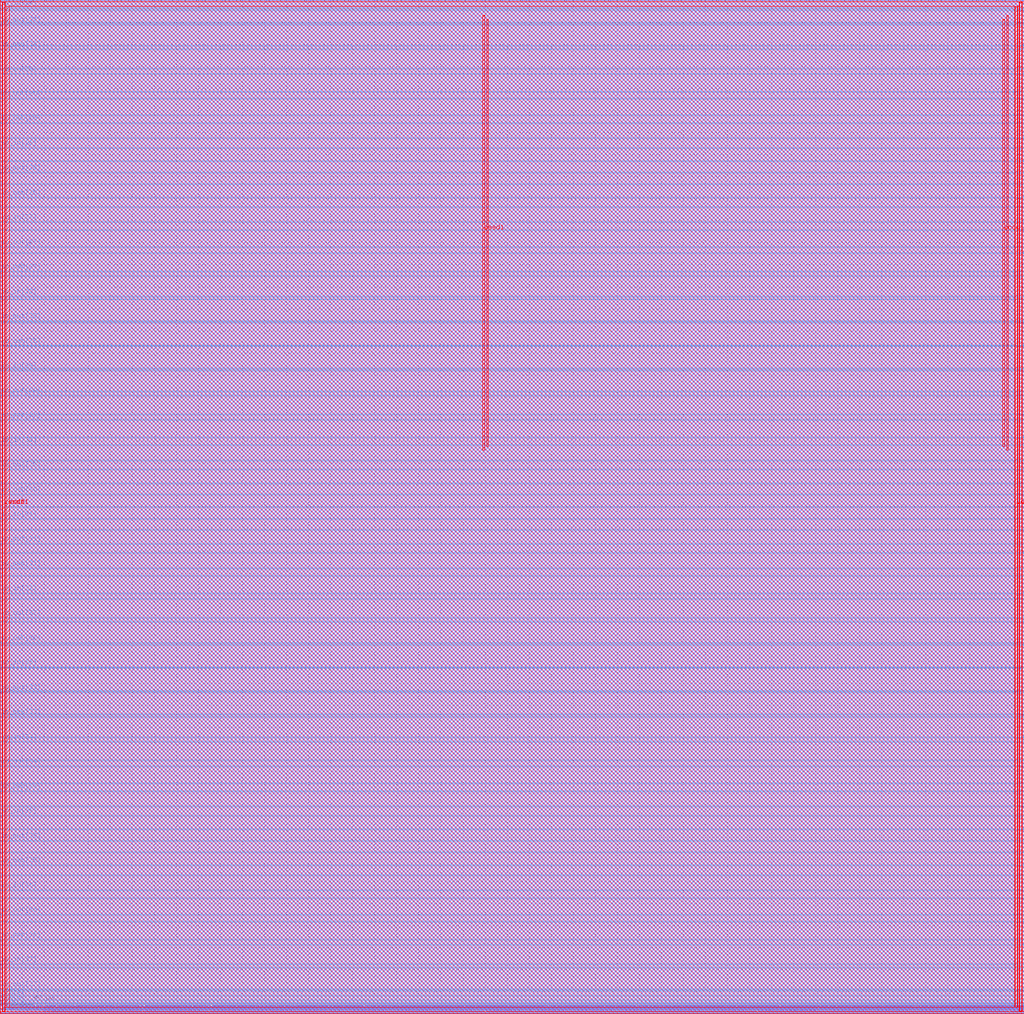
<source format=lef>
##
## LEF for PtnCells ;
## created by Innovus v20.10-p004_1 on Tue May 31 01:06:29 2022
##

VERSION 5.8 ;

BUSBITCHARS "[]" ;
DIVIDERCHAR "/" ;

MACRO user_proj_example
  CLASS BLOCK ;
  SIZE 929.200000 BY 920.720000 ;
  FOREIGN user_proj_example 0.000000 0.000000 ;
  ORIGIN 0 0 ;
  SYMMETRY X Y R90 ;
  PIN wb_clk_i
    DIRECTION INPUT ;
    USE SIGNAL ;
    ANTENNAMODEL OXIDE1 ;
    ANTENNAGATEAREA 0.852 LAYER met2  ;
    ANTENNAPARTIALMETALAREA 0.9548 LAYER met2  ;
    ANTENNAPARTIALMETALSIDEAREA 4.613 LAYER met2  ;
    ANTENNAPARTIALCUTAREA 0.04 LAYER via2  ;
    ANTENNAPARTIALMETALAREA 131.062 LAYER met3  ;
    ANTENNAPARTIALMETALSIDEAREA 699.936 LAYER met3  ;
    ANTENNAGATEAREA 0.852 LAYER met3  ;
    ANTENNAMAXAREACAR 154.522 LAYER met3  ;
    ANTENNAMAXSIDEAREACAR 823.871 LAYER met3  ;
    ANTENNAMAXCUTCAR 0.107277 LAYER via3  ;
    PORT
      LAYER met2 ;
        RECT 1.830000 0.000000 1.970000 0.490000 ;
    END
  END wb_clk_i
  PIN wb_rst_i
    DIRECTION INPUT ;
    USE SIGNAL ;
    ANTENNAPARTIALMETALAREA 6.2375 LAYER met2  ;
    ANTENNAPARTIALMETALSIDEAREA 30.9085 LAYER met2  ;
    ANTENNAPARTIALCUTAREA 0.04 LAYER via2  ;
    ANTENNAPARTIALMETALAREA 5.161 LAYER met3  ;
    ANTENNAPARTIALMETALSIDEAREA 27.992 LAYER met3  ;
    ANTENNAPARTIALCUTAREA 0.04 LAYER via3  ;
    ANTENNAPARTIALMETALAREA 49.1466 LAYER met4  ;
    ANTENNAPARTIALMETALSIDEAREA 263.056 LAYER met4  ;
    ANTENNAMODEL OXIDE1 ;
    ANTENNAGATEAREA 2.2275 LAYER met4  ;
    ANTENNAMAXAREACAR 24.4366 LAYER met4  ;
    ANTENNAMAXSIDEAREACAR 126.994 LAYER met4  ;
    ANTENNAMAXCUTCAR 0.243591 LAYER via4  ;
    PORT
      LAYER met2 ;
        RECT 0.000000 4.180000 0.490000 4.320000 ;
    END
  END wb_rst_i
  PIN wbs_stb_i
    DIRECTION INPUT ;
    USE SIGNAL ;
    PORT
      LAYER met2 ;
        RECT 197.530000 0.000000 197.670000 0.490000 ;
    END
  END wbs_stb_i
  PIN wbs_cyc_i
    DIRECTION INPUT ;
    USE SIGNAL ;
    PORT
      LAYER met2 ;
        RECT 66.430000 0.000000 66.570000 0.490000 ;
    END
  END wbs_cyc_i
  PIN wbs_we_i
    DIRECTION INPUT ;
    USE SIGNAL ;
    PORT
      LAYER met2 ;
        RECT 199.430000 0.000000 199.570000 0.490000 ;
    END
  END wbs_we_i
  PIN wbs_sel_i[3]
    DIRECTION INPUT ;
    USE SIGNAL ;
    PORT
      LAYER met2 ;
        RECT 195.630000 0.000000 195.770000 0.490000 ;
    END
  END wbs_sel_i[3]
  PIN wbs_sel_i[2]
    DIRECTION INPUT ;
    USE SIGNAL ;
    PORT
      LAYER met2 ;
        RECT 193.730000 0.000000 193.870000 0.490000 ;
    END
  END wbs_sel_i[2]
  PIN wbs_sel_i[1]
    DIRECTION INPUT ;
    USE SIGNAL ;
    PORT
      LAYER met2 ;
        RECT 191.830000 0.000000 191.970000 0.490000 ;
    END
  END wbs_sel_i[1]
  PIN wbs_sel_i[0]
    DIRECTION INPUT ;
    USE SIGNAL ;
    PORT
      LAYER met2 ;
        RECT 189.930000 0.000000 190.070000 0.490000 ;
    END
  END wbs_sel_i[0]
  PIN wbs_dat_i[31]
    DIRECTION INPUT ;
    USE SIGNAL ;
    PORT
      LAYER met2 ;
        RECT 127.230000 0.000000 127.370000 0.490000 ;
    END
  END wbs_dat_i[31]
  PIN wbs_dat_i[30]
    DIRECTION INPUT ;
    USE SIGNAL ;
    PORT
      LAYER met2 ;
        RECT 125.330000 0.000000 125.470000 0.490000 ;
    END
  END wbs_dat_i[30]
  PIN wbs_dat_i[29]
    DIRECTION INPUT ;
    USE SIGNAL ;
    PORT
      LAYER met2 ;
        RECT 123.430000 0.000000 123.570000 0.490000 ;
    END
  END wbs_dat_i[29]
  PIN wbs_dat_i[28]
    DIRECTION INPUT ;
    USE SIGNAL ;
    PORT
      LAYER met2 ;
        RECT 121.530000 0.000000 121.670000 0.490000 ;
    END
  END wbs_dat_i[28]
  PIN wbs_dat_i[27]
    DIRECTION INPUT ;
    USE SIGNAL ;
    PORT
      LAYER met2 ;
        RECT 119.630000 0.000000 119.770000 0.490000 ;
    END
  END wbs_dat_i[27]
  PIN wbs_dat_i[26]
    DIRECTION INPUT ;
    USE SIGNAL ;
    PORT
      LAYER met2 ;
        RECT 117.730000 0.000000 117.870000 0.490000 ;
    END
  END wbs_dat_i[26]
  PIN wbs_dat_i[25]
    DIRECTION INPUT ;
    USE SIGNAL ;
    PORT
      LAYER met2 ;
        RECT 115.830000 0.000000 115.970000 0.490000 ;
    END
  END wbs_dat_i[25]
  PIN wbs_dat_i[24]
    DIRECTION INPUT ;
    USE SIGNAL ;
    PORT
      LAYER met2 ;
        RECT 113.930000 0.000000 114.070000 0.490000 ;
    END
  END wbs_dat_i[24]
  PIN wbs_dat_i[23]
    DIRECTION INPUT ;
    USE SIGNAL ;
    PORT
      LAYER met2 ;
        RECT 112.030000 0.000000 112.170000 0.490000 ;
    END
  END wbs_dat_i[23]
  PIN wbs_dat_i[22]
    DIRECTION INPUT ;
    USE SIGNAL ;
    PORT
      LAYER met2 ;
        RECT 110.130000 0.000000 110.270000 0.490000 ;
    END
  END wbs_dat_i[22]
  PIN wbs_dat_i[21]
    DIRECTION INPUT ;
    USE SIGNAL ;
    PORT
      LAYER met2 ;
        RECT 108.230000 0.000000 108.370000 0.490000 ;
    END
  END wbs_dat_i[21]
  PIN wbs_dat_i[20]
    DIRECTION INPUT ;
    USE SIGNAL ;
    PORT
      LAYER met2 ;
        RECT 106.330000 0.000000 106.470000 0.490000 ;
    END
  END wbs_dat_i[20]
  PIN wbs_dat_i[19]
    DIRECTION INPUT ;
    USE SIGNAL ;
    PORT
      LAYER met2 ;
        RECT 104.430000 0.000000 104.570000 0.490000 ;
    END
  END wbs_dat_i[19]
  PIN wbs_dat_i[18]
    DIRECTION INPUT ;
    USE SIGNAL ;
    PORT
      LAYER met2 ;
        RECT 102.530000 0.000000 102.670000 0.490000 ;
    END
  END wbs_dat_i[18]
  PIN wbs_dat_i[17]
    DIRECTION INPUT ;
    USE SIGNAL ;
    PORT
      LAYER met2 ;
        RECT 100.630000 0.000000 100.770000 0.490000 ;
    END
  END wbs_dat_i[17]
  PIN wbs_dat_i[16]
    DIRECTION INPUT ;
    USE SIGNAL ;
    PORT
      LAYER met2 ;
        RECT 98.730000 0.000000 98.870000 0.490000 ;
    END
  END wbs_dat_i[16]
  PIN wbs_dat_i[15]
    DIRECTION INPUT ;
    USE SIGNAL ;
    PORT
      LAYER met2 ;
        RECT 96.830000 0.000000 96.970000 0.490000 ;
    END
  END wbs_dat_i[15]
  PIN wbs_dat_i[14]
    DIRECTION INPUT ;
    USE SIGNAL ;
    PORT
      LAYER met2 ;
        RECT 94.930000 0.000000 95.070000 0.490000 ;
    END
  END wbs_dat_i[14]
  PIN wbs_dat_i[13]
    DIRECTION INPUT ;
    USE SIGNAL ;
    PORT
      LAYER met2 ;
        RECT 93.030000 0.000000 93.170000 0.490000 ;
    END
  END wbs_dat_i[13]
  PIN wbs_dat_i[12]
    DIRECTION INPUT ;
    USE SIGNAL ;
    PORT
      LAYER met2 ;
        RECT 91.130000 0.000000 91.270000 0.490000 ;
    END
  END wbs_dat_i[12]
  PIN wbs_dat_i[11]
    DIRECTION INPUT ;
    USE SIGNAL ;
    PORT
      LAYER met2 ;
        RECT 89.230000 0.000000 89.370000 0.490000 ;
    END
  END wbs_dat_i[11]
  PIN wbs_dat_i[10]
    DIRECTION INPUT ;
    USE SIGNAL ;
    PORT
      LAYER met2 ;
        RECT 87.330000 0.000000 87.470000 0.490000 ;
    END
  END wbs_dat_i[10]
  PIN wbs_dat_i[9]
    DIRECTION INPUT ;
    USE SIGNAL ;
    PORT
      LAYER met2 ;
        RECT 85.430000 0.000000 85.570000 0.490000 ;
    END
  END wbs_dat_i[9]
  PIN wbs_dat_i[8]
    DIRECTION INPUT ;
    USE SIGNAL ;
    PORT
      LAYER met2 ;
        RECT 83.530000 0.000000 83.670000 0.490000 ;
    END
  END wbs_dat_i[8]
  PIN wbs_dat_i[7]
    DIRECTION INPUT ;
    USE SIGNAL ;
    PORT
      LAYER met2 ;
        RECT 81.630000 0.000000 81.770000 0.490000 ;
    END
  END wbs_dat_i[7]
  PIN wbs_dat_i[6]
    DIRECTION INPUT ;
    USE SIGNAL ;
    PORT
      LAYER met2 ;
        RECT 79.730000 0.000000 79.870000 0.490000 ;
    END
  END wbs_dat_i[6]
  PIN wbs_dat_i[5]
    DIRECTION INPUT ;
    USE SIGNAL ;
    PORT
      LAYER met2 ;
        RECT 77.830000 0.000000 77.970000 0.490000 ;
    END
  END wbs_dat_i[5]
  PIN wbs_dat_i[4]
    DIRECTION INPUT ;
    USE SIGNAL ;
    PORT
      LAYER met2 ;
        RECT 75.930000 0.000000 76.070000 0.490000 ;
    END
  END wbs_dat_i[4]
  PIN wbs_dat_i[3]
    DIRECTION INPUT ;
    USE SIGNAL ;
    PORT
      LAYER met2 ;
        RECT 74.030000 0.000000 74.170000 0.490000 ;
    END
  END wbs_dat_i[3]
  PIN wbs_dat_i[2]
    DIRECTION INPUT ;
    USE SIGNAL ;
    PORT
      LAYER met2 ;
        RECT 72.130000 0.000000 72.270000 0.490000 ;
    END
  END wbs_dat_i[2]
  PIN wbs_dat_i[1]
    DIRECTION INPUT ;
    USE SIGNAL ;
    PORT
      LAYER met2 ;
        RECT 70.230000 0.000000 70.370000 0.490000 ;
    END
  END wbs_dat_i[1]
  PIN wbs_dat_i[0]
    DIRECTION INPUT ;
    USE SIGNAL ;
    PORT
      LAYER met2 ;
        RECT 68.330000 0.000000 68.470000 0.490000 ;
    END
  END wbs_dat_i[0]
  PIN wbs_adr_i[31]
    DIRECTION INPUT ;
    USE SIGNAL ;
    PORT
      LAYER met2 ;
        RECT 64.530000 0.000000 64.670000 0.490000 ;
    END
  END wbs_adr_i[31]
  PIN wbs_adr_i[30]
    DIRECTION INPUT ;
    USE SIGNAL ;
    PORT
      LAYER met2 ;
        RECT 62.630000 0.000000 62.770000 0.490000 ;
    END
  END wbs_adr_i[30]
  PIN wbs_adr_i[29]
    DIRECTION INPUT ;
    USE SIGNAL ;
    PORT
      LAYER met2 ;
        RECT 60.730000 0.000000 60.870000 0.490000 ;
    END
  END wbs_adr_i[29]
  PIN wbs_adr_i[28]
    DIRECTION INPUT ;
    USE SIGNAL ;
    PORT
      LAYER met2 ;
        RECT 58.830000 0.000000 58.970000 0.490000 ;
    END
  END wbs_adr_i[28]
  PIN wbs_adr_i[27]
    DIRECTION INPUT ;
    USE SIGNAL ;
    PORT
      LAYER met2 ;
        RECT 56.930000 0.000000 57.070000 0.490000 ;
    END
  END wbs_adr_i[27]
  PIN wbs_adr_i[26]
    DIRECTION INPUT ;
    USE SIGNAL ;
    PORT
      LAYER met2 ;
        RECT 55.030000 0.000000 55.170000 0.490000 ;
    END
  END wbs_adr_i[26]
  PIN wbs_adr_i[25]
    DIRECTION INPUT ;
    USE SIGNAL ;
    PORT
      LAYER met2 ;
        RECT 53.130000 0.000000 53.270000 0.490000 ;
    END
  END wbs_adr_i[25]
  PIN wbs_adr_i[24]
    DIRECTION INPUT ;
    USE SIGNAL ;
    PORT
      LAYER met2 ;
        RECT 51.230000 0.000000 51.370000 0.490000 ;
    END
  END wbs_adr_i[24]
  PIN wbs_adr_i[23]
    DIRECTION INPUT ;
    USE SIGNAL ;
    PORT
      LAYER met2 ;
        RECT 49.330000 0.000000 49.470000 0.490000 ;
    END
  END wbs_adr_i[23]
  PIN wbs_adr_i[22]
    DIRECTION INPUT ;
    USE SIGNAL ;
    PORT
      LAYER met2 ;
        RECT 47.430000 0.000000 47.570000 0.490000 ;
    END
  END wbs_adr_i[22]
  PIN wbs_adr_i[21]
    DIRECTION INPUT ;
    USE SIGNAL ;
    PORT
      LAYER met2 ;
        RECT 45.530000 0.000000 45.670000 0.490000 ;
    END
  END wbs_adr_i[21]
  PIN wbs_adr_i[20]
    DIRECTION INPUT ;
    USE SIGNAL ;
    PORT
      LAYER met2 ;
        RECT 43.630000 0.000000 43.770000 0.490000 ;
    END
  END wbs_adr_i[20]
  PIN wbs_adr_i[19]
    DIRECTION INPUT ;
    USE SIGNAL ;
    PORT
      LAYER met2 ;
        RECT 41.730000 0.000000 41.870000 0.490000 ;
    END
  END wbs_adr_i[19]
  PIN wbs_adr_i[18]
    DIRECTION INPUT ;
    USE SIGNAL ;
    PORT
      LAYER met2 ;
        RECT 39.830000 0.000000 39.970000 0.490000 ;
    END
  END wbs_adr_i[18]
  PIN wbs_adr_i[17]
    DIRECTION INPUT ;
    USE SIGNAL ;
    PORT
      LAYER met2 ;
        RECT 37.930000 0.000000 38.070000 0.490000 ;
    END
  END wbs_adr_i[17]
  PIN wbs_adr_i[16]
    DIRECTION INPUT ;
    USE SIGNAL ;
    PORT
      LAYER met2 ;
        RECT 36.030000 0.000000 36.170000 0.490000 ;
    END
  END wbs_adr_i[16]
  PIN wbs_adr_i[15]
    DIRECTION INPUT ;
    USE SIGNAL ;
    PORT
      LAYER met2 ;
        RECT 34.130000 0.000000 34.270000 0.490000 ;
    END
  END wbs_adr_i[15]
  PIN wbs_adr_i[14]
    DIRECTION INPUT ;
    USE SIGNAL ;
    PORT
      LAYER met2 ;
        RECT 32.230000 0.000000 32.370000 0.490000 ;
    END
  END wbs_adr_i[14]
  PIN wbs_adr_i[13]
    DIRECTION INPUT ;
    USE SIGNAL ;
    PORT
      LAYER met2 ;
        RECT 30.330000 0.000000 30.470000 0.490000 ;
    END
  END wbs_adr_i[13]
  PIN wbs_adr_i[12]
    DIRECTION INPUT ;
    USE SIGNAL ;
    PORT
      LAYER met2 ;
        RECT 28.430000 0.000000 28.570000 0.490000 ;
    END
  END wbs_adr_i[12]
  PIN wbs_adr_i[11]
    DIRECTION INPUT ;
    USE SIGNAL ;
    PORT
      LAYER met2 ;
        RECT 26.530000 0.000000 26.670000 0.490000 ;
    END
  END wbs_adr_i[11]
  PIN wbs_adr_i[10]
    DIRECTION INPUT ;
    USE SIGNAL ;
    PORT
      LAYER met2 ;
        RECT 24.630000 0.000000 24.770000 0.490000 ;
    END
  END wbs_adr_i[10]
  PIN wbs_adr_i[9]
    DIRECTION INPUT ;
    USE SIGNAL ;
    PORT
      LAYER met2 ;
        RECT 22.730000 0.000000 22.870000 0.490000 ;
    END
  END wbs_adr_i[9]
  PIN wbs_adr_i[8]
    DIRECTION INPUT ;
    USE SIGNAL ;
    PORT
      LAYER met2 ;
        RECT 20.830000 0.000000 20.970000 0.490000 ;
    END
  END wbs_adr_i[8]
  PIN wbs_adr_i[7]
    DIRECTION INPUT ;
    USE SIGNAL ;
    PORT
      LAYER met2 ;
        RECT 18.930000 0.000000 19.070000 0.490000 ;
    END
  END wbs_adr_i[7]
  PIN wbs_adr_i[6]
    DIRECTION INPUT ;
    USE SIGNAL ;
    PORT
      LAYER met2 ;
        RECT 17.030000 0.000000 17.170000 0.490000 ;
    END
  END wbs_adr_i[6]
  PIN wbs_adr_i[5]
    DIRECTION INPUT ;
    USE SIGNAL ;
    PORT
      LAYER met2 ;
        RECT 15.130000 0.000000 15.270000 0.490000 ;
    END
  END wbs_adr_i[5]
  PIN wbs_adr_i[4]
    DIRECTION INPUT ;
    USE SIGNAL ;
    PORT
      LAYER met2 ;
        RECT 13.230000 0.000000 13.370000 0.490000 ;
    END
  END wbs_adr_i[4]
  PIN wbs_adr_i[3]
    DIRECTION INPUT ;
    USE SIGNAL ;
    PORT
      LAYER met2 ;
        RECT 11.330000 0.000000 11.470000 0.490000 ;
    END
  END wbs_adr_i[3]
  PIN wbs_adr_i[2]
    DIRECTION INPUT ;
    USE SIGNAL ;
    PORT
      LAYER met2 ;
        RECT 9.430000 0.000000 9.570000 0.490000 ;
    END
  END wbs_adr_i[2]
  PIN wbs_adr_i[1]
    DIRECTION INPUT ;
    USE SIGNAL ;
    PORT
      LAYER met2 ;
        RECT 7.530000 0.000000 7.670000 0.490000 ;
    END
  END wbs_adr_i[1]
  PIN wbs_adr_i[0]
    DIRECTION INPUT ;
    USE SIGNAL ;
    PORT
      LAYER met2 ;
        RECT 5.630000 0.000000 5.770000 0.490000 ;
    END
  END wbs_adr_i[0]
  PIN wbs_ack_o
    DIRECTION OUTPUT ;
    USE SIGNAL ;
    ANTENNADIFFAREA 0.4347 LAYER met3  ;
    ANTENNAMODEL OXIDE1 ;
    ANTENNAGATEAREA 0.6822 LAYER met3  ;
    ANTENNAMAXAREACAR 254.573 LAYER met3  ;
    ANTENNAMAXSIDEAREACAR 1382.76 LAYER met3  ;
    ANTENNAPARTIALMETALAREA 1.4691 LAYER met2  ;
    ANTENNAPARTIALMETALSIDEAREA 7.0105 LAYER met2  ;
    ANTENNAPARTIALCUTAREA 0.08 LAYER via2  ;
    ANTENNAPARTIALMETALAREA 173.669 LAYER met3  ;
    ANTENNAPARTIALMETALSIDEAREA 943.32 LAYER met3  ;
    ANTENNAPARTIALCUTAREA 0.04 LAYER via3  ;
    ANTENNADIFFAREA 0.4347 LAYER met4  ;
    ANTENNAPARTIALMETALAREA 18.8488 LAYER met4  ;
    ANTENNAPARTIALMETALSIDEAREA 99.224 LAYER met4  ;
    ANTENNAGATEAREA 0.6822 LAYER met4  ;
    ANTENNAMAXAREACAR 27.6294 LAYER met4  ;
    ANTENNAMAXSIDEAREACAR 145.447 LAYER met4  ;
    ANTENNAPARTIALCUTAREA 0.64 LAYER via4  ;
    ANTENNAMAXCUTCAR 0.938141 LAYER via4  ;
    ANTENNADIFFAREA 0.4347 LAYER met5  ;
    ANTENNAPARTIALMETALAREA 28.96 LAYER met5  ;
    ANTENNAPARTIALMETALSIDEAREA 47.28 LAYER met5  ;
    ANTENNAGATEAREA 0.6822 LAYER met5  ;
    ANTENNAMAXAREACAR 70.0803 LAYER met5  ;
    ANTENNAMAXSIDEAREACAR 214.752 LAYER met5  ;
    PORT
      LAYER met2 ;
        RECT 3.730000 0.000000 3.870000 0.490000 ;
    END
  END wbs_ack_o
  PIN wbs_dat_o[31]
    DIRECTION OUTPUT ;
    USE SIGNAL ;
    ANTENNADIFFAREA 0.4347 LAYER met3  ;
    ANTENNAMODEL OXIDE1 ;
    ANTENNAGATEAREA 0.6822 LAYER met3  ;
    ANTENNAMAXAREACAR 254.573 LAYER met3  ;
    ANTENNAMAXSIDEAREACAR 1382.76 LAYER met3  ;
    ANTENNAPARTIALMETALAREA 11.3456 LAYER met2  ;
    ANTENNAPARTIALMETALSIDEAREA 56.665 LAYER met2  ;
    ANTENNAPARTIALCUTAREA 0.04 LAYER via2  ;
    ANTENNAPARTIALMETALAREA 173.669 LAYER met3  ;
    ANTENNAPARTIALMETALSIDEAREA 943.32 LAYER met3  ;
    ANTENNAPARTIALCUTAREA 0.04 LAYER via3  ;
    ANTENNADIFFAREA 0.4347 LAYER met4  ;
    ANTENNAPARTIALMETALAREA 18.8488 LAYER met4  ;
    ANTENNAPARTIALMETALSIDEAREA 99.224 LAYER met4  ;
    ANTENNAGATEAREA 0.6822 LAYER met4  ;
    ANTENNAMAXAREACAR 27.6294 LAYER met4  ;
    ANTENNAMAXSIDEAREACAR 145.447 LAYER met4  ;
    ANTENNAPARTIALCUTAREA 0.64 LAYER via4  ;
    ANTENNAMAXCUTCAR 0.938141 LAYER via4  ;
    ANTENNADIFFAREA 0.4347 LAYER met5  ;
    ANTENNAPARTIALMETALAREA 28.96 LAYER met5  ;
    ANTENNAPARTIALMETALSIDEAREA 47.28 LAYER met5  ;
    ANTENNAGATEAREA 0.6822 LAYER met5  ;
    ANTENNAMAXAREACAR 70.0803 LAYER met5  ;
    ANTENNAMAXSIDEAREACAR 214.752 LAYER met5  ;
    PORT
      LAYER met2 ;
        RECT 188.030000 0.000000 188.170000 0.490000 ;
    END
  END wbs_dat_o[31]
  PIN wbs_dat_o[30]
    DIRECTION OUTPUT ;
    USE SIGNAL ;
    ANTENNADIFFAREA 0.4347 LAYER met3  ;
    ANTENNAMODEL OXIDE1 ;
    ANTENNAGATEAREA 0.6822 LAYER met3  ;
    ANTENNAMAXAREACAR 254.573 LAYER met3  ;
    ANTENNAMAXSIDEAREACAR 1382.76 LAYER met3  ;
    ANTENNAPARTIALMETALAREA 11.3554 LAYER met2  ;
    ANTENNAPARTIALMETALSIDEAREA 56.7665 LAYER met2  ;
    ANTENNAPARTIALCUTAREA 0.04 LAYER via2  ;
    ANTENNAPARTIALMETALAREA 173.669 LAYER met3  ;
    ANTENNAPARTIALMETALSIDEAREA 943.32 LAYER met3  ;
    ANTENNAPARTIALCUTAREA 0.04 LAYER via3  ;
    ANTENNADIFFAREA 0.4347 LAYER met4  ;
    ANTENNAPARTIALMETALAREA 18.8488 LAYER met4  ;
    ANTENNAPARTIALMETALSIDEAREA 99.224 LAYER met4  ;
    ANTENNAGATEAREA 0.6822 LAYER met4  ;
    ANTENNAMAXAREACAR 27.6294 LAYER met4  ;
    ANTENNAMAXSIDEAREACAR 145.447 LAYER met4  ;
    ANTENNAPARTIALCUTAREA 0.64 LAYER via4  ;
    ANTENNAMAXCUTCAR 0.938141 LAYER via4  ;
    ANTENNADIFFAREA 0.4347 LAYER met5  ;
    ANTENNAPARTIALMETALAREA 28.96 LAYER met5  ;
    ANTENNAPARTIALMETALSIDEAREA 47.28 LAYER met5  ;
    ANTENNAGATEAREA 0.6822 LAYER met5  ;
    ANTENNAMAXAREACAR 70.0803 LAYER met5  ;
    ANTENNAMAXSIDEAREACAR 214.752 LAYER met5  ;
    PORT
      LAYER met2 ;
        RECT 186.130000 0.000000 186.270000 0.490000 ;
    END
  END wbs_dat_o[30]
  PIN wbs_dat_o[29]
    DIRECTION OUTPUT ;
    USE SIGNAL ;
    ANTENNADIFFAREA 0.4347 LAYER met3  ;
    ANTENNAMODEL OXIDE1 ;
    ANTENNAGATEAREA 0.6822 LAYER met3  ;
    ANTENNAMAXAREACAR 254.573 LAYER met3  ;
    ANTENNAMAXSIDEAREACAR 1382.76 LAYER met3  ;
    ANTENNAPARTIALMETALAREA 11.3554 LAYER met2  ;
    ANTENNAPARTIALMETALSIDEAREA 56.714 LAYER met2  ;
    ANTENNAPARTIALCUTAREA 0.04 LAYER via2  ;
    ANTENNAPARTIALMETALAREA 173.669 LAYER met3  ;
    ANTENNAPARTIALMETALSIDEAREA 943.32 LAYER met3  ;
    ANTENNAPARTIALCUTAREA 0.04 LAYER via3  ;
    ANTENNADIFFAREA 0.4347 LAYER met4  ;
    ANTENNAPARTIALMETALAREA 18.8488 LAYER met4  ;
    ANTENNAPARTIALMETALSIDEAREA 99.224 LAYER met4  ;
    ANTENNAGATEAREA 0.6822 LAYER met4  ;
    ANTENNAMAXAREACAR 27.6294 LAYER met4  ;
    ANTENNAMAXSIDEAREACAR 145.447 LAYER met4  ;
    ANTENNAPARTIALCUTAREA 0.64 LAYER via4  ;
    ANTENNAMAXCUTCAR 0.938141 LAYER via4  ;
    ANTENNADIFFAREA 0.4347 LAYER met5  ;
    ANTENNAPARTIALMETALAREA 28.96 LAYER met5  ;
    ANTENNAPARTIALMETALSIDEAREA 47.28 LAYER met5  ;
    ANTENNAGATEAREA 0.6822 LAYER met5  ;
    ANTENNAMAXAREACAR 70.0803 LAYER met5  ;
    ANTENNAMAXSIDEAREACAR 214.752 LAYER met5  ;
    PORT
      LAYER met2 ;
        RECT 184.230000 0.000000 184.370000 0.490000 ;
    END
  END wbs_dat_o[29]
  PIN wbs_dat_o[28]
    DIRECTION OUTPUT ;
    USE SIGNAL ;
    ANTENNADIFFAREA 0.4347 LAYER met3  ;
    ANTENNAMODEL OXIDE1 ;
    ANTENNAGATEAREA 0.6822 LAYER met3  ;
    ANTENNAMAXAREACAR 254.573 LAYER met3  ;
    ANTENNAMAXSIDEAREACAR 1382.76 LAYER met3  ;
    ANTENNAPARTIALMETALAREA 11.3554 LAYER met2  ;
    ANTENNAPARTIALMETALSIDEAREA 56.7665 LAYER met2  ;
    ANTENNAPARTIALCUTAREA 0.04 LAYER via2  ;
    ANTENNAPARTIALMETALAREA 173.669 LAYER met3  ;
    ANTENNAPARTIALMETALSIDEAREA 943.32 LAYER met3  ;
    ANTENNAPARTIALCUTAREA 0.04 LAYER via3  ;
    ANTENNADIFFAREA 0.4347 LAYER met4  ;
    ANTENNAPARTIALMETALAREA 18.8488 LAYER met4  ;
    ANTENNAPARTIALMETALSIDEAREA 99.224 LAYER met4  ;
    ANTENNAGATEAREA 0.6822 LAYER met4  ;
    ANTENNAMAXAREACAR 27.6294 LAYER met4  ;
    ANTENNAMAXSIDEAREACAR 145.447 LAYER met4  ;
    ANTENNAPARTIALCUTAREA 0.64 LAYER via4  ;
    ANTENNAMAXCUTCAR 0.938141 LAYER via4  ;
    ANTENNADIFFAREA 0.4347 LAYER met5  ;
    ANTENNAPARTIALMETALAREA 28.96 LAYER met5  ;
    ANTENNAPARTIALMETALSIDEAREA 47.28 LAYER met5  ;
    ANTENNAGATEAREA 0.6822 LAYER met5  ;
    ANTENNAMAXAREACAR 70.0803 LAYER met5  ;
    ANTENNAMAXSIDEAREACAR 214.752 LAYER met5  ;
    PORT
      LAYER met2 ;
        RECT 182.330000 0.000000 182.470000 0.490000 ;
    END
  END wbs_dat_o[28]
  PIN wbs_dat_o[27]
    DIRECTION OUTPUT ;
    USE SIGNAL ;
    ANTENNADIFFAREA 0.4347 LAYER met3  ;
    ANTENNAMODEL OXIDE1 ;
    ANTENNAGATEAREA 0.6822 LAYER met3  ;
    ANTENNAMAXAREACAR 254.573 LAYER met3  ;
    ANTENNAMAXSIDEAREACAR 1382.76 LAYER met3  ;
    ANTENNAPARTIALMETALAREA 11.3554 LAYER met2  ;
    ANTENNAPARTIALMETALSIDEAREA 56.7665 LAYER met2  ;
    ANTENNAPARTIALCUTAREA 0.04 LAYER via2  ;
    ANTENNAPARTIALMETALAREA 173.669 LAYER met3  ;
    ANTENNAPARTIALMETALSIDEAREA 943.32 LAYER met3  ;
    ANTENNAPARTIALCUTAREA 0.04 LAYER via3  ;
    ANTENNADIFFAREA 0.4347 LAYER met4  ;
    ANTENNAPARTIALMETALAREA 18.8488 LAYER met4  ;
    ANTENNAPARTIALMETALSIDEAREA 99.224 LAYER met4  ;
    ANTENNAGATEAREA 0.6822 LAYER met4  ;
    ANTENNAMAXAREACAR 27.6294 LAYER met4  ;
    ANTENNAMAXSIDEAREACAR 145.447 LAYER met4  ;
    ANTENNAPARTIALCUTAREA 0.64 LAYER via4  ;
    ANTENNAMAXCUTCAR 0.938141 LAYER via4  ;
    ANTENNADIFFAREA 0.4347 LAYER met5  ;
    ANTENNAPARTIALMETALAREA 28.96 LAYER met5  ;
    ANTENNAPARTIALMETALSIDEAREA 47.28 LAYER met5  ;
    ANTENNAGATEAREA 0.6822 LAYER met5  ;
    ANTENNAMAXAREACAR 70.0803 LAYER met5  ;
    ANTENNAMAXSIDEAREACAR 214.752 LAYER met5  ;
    PORT
      LAYER met2 ;
        RECT 180.430000 0.000000 180.570000 0.490000 ;
    END
  END wbs_dat_o[27]
  PIN wbs_dat_o[26]
    DIRECTION OUTPUT ;
    USE SIGNAL ;
    ANTENNADIFFAREA 0.4347 LAYER met3  ;
    ANTENNAMODEL OXIDE1 ;
    ANTENNAGATEAREA 0.6822 LAYER met3  ;
    ANTENNAMAXAREACAR 254.573 LAYER met3  ;
    ANTENNAMAXSIDEAREACAR 1382.76 LAYER met3  ;
    ANTENNAPARTIALMETALAREA 11.3554 LAYER met2  ;
    ANTENNAPARTIALMETALSIDEAREA 56.714 LAYER met2  ;
    ANTENNAPARTIALCUTAREA 0.04 LAYER via2  ;
    ANTENNAPARTIALMETALAREA 173.669 LAYER met3  ;
    ANTENNAPARTIALMETALSIDEAREA 943.32 LAYER met3  ;
    ANTENNAPARTIALCUTAREA 0.04 LAYER via3  ;
    ANTENNADIFFAREA 0.4347 LAYER met4  ;
    ANTENNAPARTIALMETALAREA 18.8488 LAYER met4  ;
    ANTENNAPARTIALMETALSIDEAREA 99.224 LAYER met4  ;
    ANTENNAGATEAREA 0.6822 LAYER met4  ;
    ANTENNAMAXAREACAR 27.6294 LAYER met4  ;
    ANTENNAMAXSIDEAREACAR 145.447 LAYER met4  ;
    ANTENNAPARTIALCUTAREA 0.64 LAYER via4  ;
    ANTENNAMAXCUTCAR 0.938141 LAYER via4  ;
    ANTENNADIFFAREA 0.4347 LAYER met5  ;
    ANTENNAPARTIALMETALAREA 28.96 LAYER met5  ;
    ANTENNAPARTIALMETALSIDEAREA 47.28 LAYER met5  ;
    ANTENNAGATEAREA 0.6822 LAYER met5  ;
    ANTENNAMAXAREACAR 70.0803 LAYER met5  ;
    ANTENNAMAXSIDEAREACAR 214.752 LAYER met5  ;
    PORT
      LAYER met2 ;
        RECT 178.530000 0.000000 178.670000 0.490000 ;
    END
  END wbs_dat_o[26]
  PIN wbs_dat_o[25]
    DIRECTION OUTPUT ;
    USE SIGNAL ;
    ANTENNADIFFAREA 0.4347 LAYER met3  ;
    ANTENNAMODEL OXIDE1 ;
    ANTENNAGATEAREA 0.6822 LAYER met3  ;
    ANTENNAMAXAREACAR 254.573 LAYER met3  ;
    ANTENNAMAXSIDEAREACAR 1382.76 LAYER met3  ;
    ANTENNAPARTIALMETALAREA 11.3554 LAYER met2  ;
    ANTENNAPARTIALMETALSIDEAREA 56.714 LAYER met2  ;
    ANTENNAPARTIALCUTAREA 0.04 LAYER via2  ;
    ANTENNAPARTIALMETALAREA 173.669 LAYER met3  ;
    ANTENNAPARTIALMETALSIDEAREA 943.32 LAYER met3  ;
    ANTENNAPARTIALCUTAREA 0.04 LAYER via3  ;
    ANTENNADIFFAREA 0.4347 LAYER met4  ;
    ANTENNAPARTIALMETALAREA 18.8488 LAYER met4  ;
    ANTENNAPARTIALMETALSIDEAREA 99.224 LAYER met4  ;
    ANTENNAGATEAREA 0.6822 LAYER met4  ;
    ANTENNAMAXAREACAR 27.6294 LAYER met4  ;
    ANTENNAMAXSIDEAREACAR 145.447 LAYER met4  ;
    ANTENNAPARTIALCUTAREA 0.64 LAYER via4  ;
    ANTENNAMAXCUTCAR 0.938141 LAYER via4  ;
    ANTENNADIFFAREA 0.4347 LAYER met5  ;
    ANTENNAPARTIALMETALAREA 28.96 LAYER met5  ;
    ANTENNAPARTIALMETALSIDEAREA 47.28 LAYER met5  ;
    ANTENNAGATEAREA 0.6822 LAYER met5  ;
    ANTENNAMAXAREACAR 70.0803 LAYER met5  ;
    ANTENNAMAXSIDEAREACAR 214.752 LAYER met5  ;
    PORT
      LAYER met2 ;
        RECT 176.630000 0.000000 176.770000 0.490000 ;
    END
  END wbs_dat_o[25]
  PIN wbs_dat_o[24]
    DIRECTION OUTPUT ;
    USE SIGNAL ;
    ANTENNADIFFAREA 0.4347 LAYER met3  ;
    ANTENNAMODEL OXIDE1 ;
    ANTENNAGATEAREA 0.6822 LAYER met3  ;
    ANTENNAMAXAREACAR 254.573 LAYER met3  ;
    ANTENNAMAXSIDEAREACAR 1382.76 LAYER met3  ;
    ANTENNAPARTIALMETALAREA 11.3554 LAYER met2  ;
    ANTENNAPARTIALMETALSIDEAREA 56.714 LAYER met2  ;
    ANTENNAPARTIALCUTAREA 0.04 LAYER via2  ;
    ANTENNAPARTIALMETALAREA 173.669 LAYER met3  ;
    ANTENNAPARTIALMETALSIDEAREA 943.32 LAYER met3  ;
    ANTENNAPARTIALCUTAREA 0.04 LAYER via3  ;
    ANTENNADIFFAREA 0.4347 LAYER met4  ;
    ANTENNAPARTIALMETALAREA 18.8488 LAYER met4  ;
    ANTENNAPARTIALMETALSIDEAREA 99.224 LAYER met4  ;
    ANTENNAGATEAREA 0.6822 LAYER met4  ;
    ANTENNAMAXAREACAR 27.6294 LAYER met4  ;
    ANTENNAMAXSIDEAREACAR 145.447 LAYER met4  ;
    ANTENNAPARTIALCUTAREA 0.64 LAYER via4  ;
    ANTENNAMAXCUTCAR 0.938141 LAYER via4  ;
    ANTENNADIFFAREA 0.4347 LAYER met5  ;
    ANTENNAPARTIALMETALAREA 28.96 LAYER met5  ;
    ANTENNAPARTIALMETALSIDEAREA 47.28 LAYER met5  ;
    ANTENNAGATEAREA 0.6822 LAYER met5  ;
    ANTENNAMAXAREACAR 70.0803 LAYER met5  ;
    ANTENNAMAXSIDEAREACAR 214.752 LAYER met5  ;
    PORT
      LAYER met2 ;
        RECT 174.730000 0.000000 174.870000 0.490000 ;
    END
  END wbs_dat_o[24]
  PIN wbs_dat_o[23]
    DIRECTION OUTPUT ;
    USE SIGNAL ;
    ANTENNADIFFAREA 0.4347 LAYER met3  ;
    ANTENNAMODEL OXIDE1 ;
    ANTENNAGATEAREA 0.6822 LAYER met3  ;
    ANTENNAMAXAREACAR 254.573 LAYER met3  ;
    ANTENNAMAXSIDEAREACAR 1382.76 LAYER met3  ;
    ANTENNAPARTIALMETALAREA 11.3554 LAYER met2  ;
    ANTENNAPARTIALMETALSIDEAREA 56.714 LAYER met2  ;
    ANTENNAPARTIALCUTAREA 0.04 LAYER via2  ;
    ANTENNAPARTIALMETALAREA 173.669 LAYER met3  ;
    ANTENNAPARTIALMETALSIDEAREA 943.32 LAYER met3  ;
    ANTENNAPARTIALCUTAREA 0.04 LAYER via3  ;
    ANTENNADIFFAREA 0.4347 LAYER met4  ;
    ANTENNAPARTIALMETALAREA 18.8488 LAYER met4  ;
    ANTENNAPARTIALMETALSIDEAREA 99.224 LAYER met4  ;
    ANTENNAGATEAREA 0.6822 LAYER met4  ;
    ANTENNAMAXAREACAR 27.6294 LAYER met4  ;
    ANTENNAMAXSIDEAREACAR 145.447 LAYER met4  ;
    ANTENNAPARTIALCUTAREA 0.64 LAYER via4  ;
    ANTENNAMAXCUTCAR 0.938141 LAYER via4  ;
    ANTENNADIFFAREA 0.4347 LAYER met5  ;
    ANTENNAPARTIALMETALAREA 28.96 LAYER met5  ;
    ANTENNAPARTIALMETALSIDEAREA 47.28 LAYER met5  ;
    ANTENNAGATEAREA 0.6822 LAYER met5  ;
    ANTENNAMAXAREACAR 70.0803 LAYER met5  ;
    ANTENNAMAXSIDEAREACAR 214.752 LAYER met5  ;
    PORT
      LAYER met2 ;
        RECT 172.830000 0.000000 172.970000 0.490000 ;
    END
  END wbs_dat_o[23]
  PIN wbs_dat_o[22]
    DIRECTION OUTPUT ;
    USE SIGNAL ;
    ANTENNADIFFAREA 0.4347 LAYER met3  ;
    ANTENNAMODEL OXIDE1 ;
    ANTENNAGATEAREA 0.6822 LAYER met3  ;
    ANTENNAMAXAREACAR 254.573 LAYER met3  ;
    ANTENNAMAXSIDEAREACAR 1382.76 LAYER met3  ;
    ANTENNAPARTIALMETALAREA 11.3554 LAYER met2  ;
    ANTENNAPARTIALMETALSIDEAREA 56.7665 LAYER met2  ;
    ANTENNAPARTIALCUTAREA 0.04 LAYER via2  ;
    ANTENNAPARTIALMETALAREA 173.669 LAYER met3  ;
    ANTENNAPARTIALMETALSIDEAREA 943.32 LAYER met3  ;
    ANTENNAPARTIALCUTAREA 0.04 LAYER via3  ;
    ANTENNADIFFAREA 0.4347 LAYER met4  ;
    ANTENNAPARTIALMETALAREA 18.8488 LAYER met4  ;
    ANTENNAPARTIALMETALSIDEAREA 99.224 LAYER met4  ;
    ANTENNAGATEAREA 0.6822 LAYER met4  ;
    ANTENNAMAXAREACAR 27.6294 LAYER met4  ;
    ANTENNAMAXSIDEAREACAR 145.447 LAYER met4  ;
    ANTENNAPARTIALCUTAREA 0.64 LAYER via4  ;
    ANTENNAMAXCUTCAR 0.938141 LAYER via4  ;
    ANTENNADIFFAREA 0.4347 LAYER met5  ;
    ANTENNAPARTIALMETALAREA 28.96 LAYER met5  ;
    ANTENNAPARTIALMETALSIDEAREA 47.28 LAYER met5  ;
    ANTENNAGATEAREA 0.6822 LAYER met5  ;
    ANTENNAMAXAREACAR 70.0803 LAYER met5  ;
    ANTENNAMAXSIDEAREACAR 214.752 LAYER met5  ;
    PORT
      LAYER met2 ;
        RECT 170.930000 0.000000 171.070000 0.490000 ;
    END
  END wbs_dat_o[22]
  PIN wbs_dat_o[21]
    DIRECTION OUTPUT ;
    USE SIGNAL ;
    ANTENNADIFFAREA 0.4347 LAYER met3  ;
    ANTENNAMODEL OXIDE1 ;
    ANTENNAGATEAREA 0.6822 LAYER met3  ;
    ANTENNAMAXAREACAR 254.573 LAYER met3  ;
    ANTENNAMAXSIDEAREACAR 1382.76 LAYER met3  ;
    ANTENNAPARTIALMETALAREA 11.3554 LAYER met2  ;
    ANTENNAPARTIALMETALSIDEAREA 56.7665 LAYER met2  ;
    ANTENNAPARTIALCUTAREA 0.04 LAYER via2  ;
    ANTENNAPARTIALMETALAREA 173.669 LAYER met3  ;
    ANTENNAPARTIALMETALSIDEAREA 943.32 LAYER met3  ;
    ANTENNAPARTIALCUTAREA 0.04 LAYER via3  ;
    ANTENNADIFFAREA 0.4347 LAYER met4  ;
    ANTENNAPARTIALMETALAREA 18.8488 LAYER met4  ;
    ANTENNAPARTIALMETALSIDEAREA 99.224 LAYER met4  ;
    ANTENNAGATEAREA 0.6822 LAYER met4  ;
    ANTENNAMAXAREACAR 27.6294 LAYER met4  ;
    ANTENNAMAXSIDEAREACAR 145.447 LAYER met4  ;
    ANTENNAPARTIALCUTAREA 0.64 LAYER via4  ;
    ANTENNAMAXCUTCAR 0.938141 LAYER via4  ;
    ANTENNADIFFAREA 0.4347 LAYER met5  ;
    ANTENNAPARTIALMETALAREA 28.96 LAYER met5  ;
    ANTENNAPARTIALMETALSIDEAREA 47.28 LAYER met5  ;
    ANTENNAGATEAREA 0.6822 LAYER met5  ;
    ANTENNAMAXAREACAR 70.0803 LAYER met5  ;
    ANTENNAMAXSIDEAREACAR 214.752 LAYER met5  ;
    PORT
      LAYER met2 ;
        RECT 169.030000 0.000000 169.170000 0.490000 ;
    END
  END wbs_dat_o[21]
  PIN wbs_dat_o[20]
    DIRECTION OUTPUT ;
    USE SIGNAL ;
    ANTENNADIFFAREA 0.4347 LAYER met3  ;
    ANTENNAMODEL OXIDE1 ;
    ANTENNAGATEAREA 0.6822 LAYER met3  ;
    ANTENNAMAXAREACAR 254.573 LAYER met3  ;
    ANTENNAMAXSIDEAREACAR 1382.76 LAYER met3  ;
    ANTENNAPARTIALMETALAREA 11.3554 LAYER met2  ;
    ANTENNAPARTIALMETALSIDEAREA 56.7665 LAYER met2  ;
    ANTENNAPARTIALCUTAREA 0.04 LAYER via2  ;
    ANTENNAPARTIALMETALAREA 173.669 LAYER met3  ;
    ANTENNAPARTIALMETALSIDEAREA 943.32 LAYER met3  ;
    ANTENNAPARTIALCUTAREA 0.04 LAYER via3  ;
    ANTENNADIFFAREA 0.4347 LAYER met4  ;
    ANTENNAPARTIALMETALAREA 18.8488 LAYER met4  ;
    ANTENNAPARTIALMETALSIDEAREA 99.224 LAYER met4  ;
    ANTENNAGATEAREA 0.6822 LAYER met4  ;
    ANTENNAMAXAREACAR 27.6294 LAYER met4  ;
    ANTENNAMAXSIDEAREACAR 145.447 LAYER met4  ;
    ANTENNAPARTIALCUTAREA 0.64 LAYER via4  ;
    ANTENNAMAXCUTCAR 0.938141 LAYER via4  ;
    ANTENNADIFFAREA 0.4347 LAYER met5  ;
    ANTENNAPARTIALMETALAREA 28.96 LAYER met5  ;
    ANTENNAPARTIALMETALSIDEAREA 47.28 LAYER met5  ;
    ANTENNAGATEAREA 0.6822 LAYER met5  ;
    ANTENNAMAXAREACAR 70.0803 LAYER met5  ;
    ANTENNAMAXSIDEAREACAR 214.752 LAYER met5  ;
    PORT
      LAYER met2 ;
        RECT 167.130000 0.000000 167.270000 0.490000 ;
    END
  END wbs_dat_o[20]
  PIN wbs_dat_o[19]
    DIRECTION OUTPUT ;
    USE SIGNAL ;
    ANTENNADIFFAREA 0.4347 LAYER met3  ;
    ANTENNAMODEL OXIDE1 ;
    ANTENNAGATEAREA 0.6822 LAYER met3  ;
    ANTENNAMAXAREACAR 254.573 LAYER met3  ;
    ANTENNAMAXSIDEAREACAR 1382.76 LAYER met3  ;
    ANTENNAPARTIALMETALAREA 11.3554 LAYER met2  ;
    ANTENNAPARTIALMETALSIDEAREA 56.7665 LAYER met2  ;
    ANTENNAPARTIALCUTAREA 0.04 LAYER via2  ;
    ANTENNAPARTIALMETALAREA 173.669 LAYER met3  ;
    ANTENNAPARTIALMETALSIDEAREA 943.32 LAYER met3  ;
    ANTENNAPARTIALCUTAREA 0.04 LAYER via3  ;
    ANTENNADIFFAREA 0.4347 LAYER met4  ;
    ANTENNAPARTIALMETALAREA 18.8488 LAYER met4  ;
    ANTENNAPARTIALMETALSIDEAREA 99.224 LAYER met4  ;
    ANTENNAGATEAREA 0.6822 LAYER met4  ;
    ANTENNAMAXAREACAR 27.6294 LAYER met4  ;
    ANTENNAMAXSIDEAREACAR 145.447 LAYER met4  ;
    ANTENNAPARTIALCUTAREA 0.64 LAYER via4  ;
    ANTENNAMAXCUTCAR 0.938141 LAYER via4  ;
    ANTENNADIFFAREA 0.4347 LAYER met5  ;
    ANTENNAPARTIALMETALAREA 28.96 LAYER met5  ;
    ANTENNAPARTIALMETALSIDEAREA 47.28 LAYER met5  ;
    ANTENNAGATEAREA 0.6822 LAYER met5  ;
    ANTENNAMAXAREACAR 70.0803 LAYER met5  ;
    ANTENNAMAXSIDEAREACAR 214.752 LAYER met5  ;
    PORT
      LAYER met2 ;
        RECT 165.230000 0.000000 165.370000 0.490000 ;
    END
  END wbs_dat_o[19]
  PIN wbs_dat_o[18]
    DIRECTION OUTPUT ;
    USE SIGNAL ;
    ANTENNADIFFAREA 0.4347 LAYER met3  ;
    ANTENNAMODEL OXIDE1 ;
    ANTENNAGATEAREA 0.6822 LAYER met3  ;
    ANTENNAMAXAREACAR 254.573 LAYER met3  ;
    ANTENNAMAXSIDEAREACAR 1382.76 LAYER met3  ;
    ANTENNAPARTIALMETALAREA 11.3554 LAYER met2  ;
    ANTENNAPARTIALMETALSIDEAREA 56.7665 LAYER met2  ;
    ANTENNAPARTIALCUTAREA 0.04 LAYER via2  ;
    ANTENNAPARTIALMETALAREA 173.669 LAYER met3  ;
    ANTENNAPARTIALMETALSIDEAREA 943.32 LAYER met3  ;
    ANTENNAPARTIALCUTAREA 0.04 LAYER via3  ;
    ANTENNADIFFAREA 0.4347 LAYER met4  ;
    ANTENNAPARTIALMETALAREA 18.8488 LAYER met4  ;
    ANTENNAPARTIALMETALSIDEAREA 99.224 LAYER met4  ;
    ANTENNAGATEAREA 0.6822 LAYER met4  ;
    ANTENNAMAXAREACAR 27.6294 LAYER met4  ;
    ANTENNAMAXSIDEAREACAR 145.447 LAYER met4  ;
    ANTENNAPARTIALCUTAREA 0.64 LAYER via4  ;
    ANTENNAMAXCUTCAR 0.938141 LAYER via4  ;
    ANTENNADIFFAREA 0.4347 LAYER met5  ;
    ANTENNAPARTIALMETALAREA 28.96 LAYER met5  ;
    ANTENNAPARTIALMETALSIDEAREA 47.28 LAYER met5  ;
    ANTENNAGATEAREA 0.6822 LAYER met5  ;
    ANTENNAMAXAREACAR 70.0803 LAYER met5  ;
    ANTENNAMAXSIDEAREACAR 214.752 LAYER met5  ;
    PORT
      LAYER met2 ;
        RECT 163.330000 0.000000 163.470000 0.490000 ;
    END
  END wbs_dat_o[18]
  PIN wbs_dat_o[17]
    DIRECTION OUTPUT ;
    USE SIGNAL ;
    ANTENNADIFFAREA 0.4347 LAYER met3  ;
    ANTENNAMODEL OXIDE1 ;
    ANTENNAGATEAREA 0.6822 LAYER met3  ;
    ANTENNAMAXAREACAR 254.573 LAYER met3  ;
    ANTENNAMAXSIDEAREACAR 1382.76 LAYER met3  ;
    ANTENNAPARTIALMETALAREA 11.3554 LAYER met2  ;
    ANTENNAPARTIALMETALSIDEAREA 56.7665 LAYER met2  ;
    ANTENNAPARTIALCUTAREA 0.04 LAYER via2  ;
    ANTENNAPARTIALMETALAREA 173.669 LAYER met3  ;
    ANTENNAPARTIALMETALSIDEAREA 943.32 LAYER met3  ;
    ANTENNAPARTIALCUTAREA 0.04 LAYER via3  ;
    ANTENNADIFFAREA 0.4347 LAYER met4  ;
    ANTENNAPARTIALMETALAREA 18.8488 LAYER met4  ;
    ANTENNAPARTIALMETALSIDEAREA 99.224 LAYER met4  ;
    ANTENNAGATEAREA 0.6822 LAYER met4  ;
    ANTENNAMAXAREACAR 27.6294 LAYER met4  ;
    ANTENNAMAXSIDEAREACAR 145.447 LAYER met4  ;
    ANTENNAPARTIALCUTAREA 0.64 LAYER via4  ;
    ANTENNAMAXCUTCAR 0.938141 LAYER via4  ;
    ANTENNADIFFAREA 0.4347 LAYER met5  ;
    ANTENNAPARTIALMETALAREA 28.96 LAYER met5  ;
    ANTENNAPARTIALMETALSIDEAREA 47.28 LAYER met5  ;
    ANTENNAGATEAREA 0.6822 LAYER met5  ;
    ANTENNAMAXAREACAR 70.0803 LAYER met5  ;
    ANTENNAMAXSIDEAREACAR 214.752 LAYER met5  ;
    PORT
      LAYER met2 ;
        RECT 161.430000 0.000000 161.570000 0.490000 ;
    END
  END wbs_dat_o[17]
  PIN wbs_dat_o[16]
    DIRECTION OUTPUT ;
    USE SIGNAL ;
    ANTENNADIFFAREA 0.4347 LAYER met3  ;
    ANTENNAMODEL OXIDE1 ;
    ANTENNAGATEAREA 0.6822 LAYER met3  ;
    ANTENNAMAXAREACAR 254.573 LAYER met3  ;
    ANTENNAMAXSIDEAREACAR 1382.76 LAYER met3  ;
    ANTENNAPARTIALMETALAREA 11.3554 LAYER met2  ;
    ANTENNAPARTIALMETALSIDEAREA 56.7665 LAYER met2  ;
    ANTENNAPARTIALCUTAREA 0.04 LAYER via2  ;
    ANTENNAPARTIALMETALAREA 173.669 LAYER met3  ;
    ANTENNAPARTIALMETALSIDEAREA 943.32 LAYER met3  ;
    ANTENNAPARTIALCUTAREA 0.04 LAYER via3  ;
    ANTENNADIFFAREA 0.4347 LAYER met4  ;
    ANTENNAPARTIALMETALAREA 18.8488 LAYER met4  ;
    ANTENNAPARTIALMETALSIDEAREA 99.224 LAYER met4  ;
    ANTENNAGATEAREA 0.6822 LAYER met4  ;
    ANTENNAMAXAREACAR 27.6294 LAYER met4  ;
    ANTENNAMAXSIDEAREACAR 145.447 LAYER met4  ;
    ANTENNAPARTIALCUTAREA 0.64 LAYER via4  ;
    ANTENNAMAXCUTCAR 0.938141 LAYER via4  ;
    ANTENNADIFFAREA 0.4347 LAYER met5  ;
    ANTENNAPARTIALMETALAREA 28.96 LAYER met5  ;
    ANTENNAPARTIALMETALSIDEAREA 47.28 LAYER met5  ;
    ANTENNAGATEAREA 0.6822 LAYER met5  ;
    ANTENNAMAXAREACAR 70.0803 LAYER met5  ;
    ANTENNAMAXSIDEAREACAR 214.752 LAYER met5  ;
    PORT
      LAYER met2 ;
        RECT 159.530000 0.000000 159.670000 0.490000 ;
    END
  END wbs_dat_o[16]
  PIN wbs_dat_o[15]
    DIRECTION OUTPUT ;
    USE SIGNAL ;
    ANTENNADIFFAREA 0.4347 LAYER met3  ;
    ANTENNAMODEL OXIDE1 ;
    ANTENNAGATEAREA 0.6822 LAYER met3  ;
    ANTENNAMAXAREACAR 254.573 LAYER met3  ;
    ANTENNAMAXSIDEAREACAR 1382.76 LAYER met3  ;
    ANTENNAPARTIALMETALAREA 11.3554 LAYER met2  ;
    ANTENNAPARTIALMETALSIDEAREA 56.7665 LAYER met2  ;
    ANTENNAPARTIALCUTAREA 0.04 LAYER via2  ;
    ANTENNAPARTIALMETALAREA 173.669 LAYER met3  ;
    ANTENNAPARTIALMETALSIDEAREA 943.32 LAYER met3  ;
    ANTENNAPARTIALCUTAREA 0.04 LAYER via3  ;
    ANTENNADIFFAREA 0.4347 LAYER met4  ;
    ANTENNAPARTIALMETALAREA 18.8488 LAYER met4  ;
    ANTENNAPARTIALMETALSIDEAREA 99.224 LAYER met4  ;
    ANTENNAGATEAREA 0.6822 LAYER met4  ;
    ANTENNAMAXAREACAR 27.6294 LAYER met4  ;
    ANTENNAMAXSIDEAREACAR 145.447 LAYER met4  ;
    ANTENNAPARTIALCUTAREA 0.64 LAYER via4  ;
    ANTENNAMAXCUTCAR 0.938141 LAYER via4  ;
    ANTENNADIFFAREA 0.4347 LAYER met5  ;
    ANTENNAPARTIALMETALAREA 28.96 LAYER met5  ;
    ANTENNAPARTIALMETALSIDEAREA 47.28 LAYER met5  ;
    ANTENNAGATEAREA 0.6822 LAYER met5  ;
    ANTENNAMAXAREACAR 70.0803 LAYER met5  ;
    ANTENNAMAXSIDEAREACAR 214.752 LAYER met5  ;
    PORT
      LAYER met2 ;
        RECT 157.630000 0.000000 157.770000 0.490000 ;
    END
  END wbs_dat_o[15]
  PIN wbs_dat_o[14]
    DIRECTION OUTPUT ;
    USE SIGNAL ;
    ANTENNADIFFAREA 0.4347 LAYER met3  ;
    ANTENNAMODEL OXIDE1 ;
    ANTENNAGATEAREA 0.6822 LAYER met3  ;
    ANTENNAMAXAREACAR 254.573 LAYER met3  ;
    ANTENNAMAXSIDEAREACAR 1382.76 LAYER met3  ;
    ANTENNAPARTIALMETALAREA 11.3554 LAYER met2  ;
    ANTENNAPARTIALMETALSIDEAREA 56.7665 LAYER met2  ;
    ANTENNAPARTIALCUTAREA 0.04 LAYER via2  ;
    ANTENNAPARTIALMETALAREA 173.669 LAYER met3  ;
    ANTENNAPARTIALMETALSIDEAREA 943.32 LAYER met3  ;
    ANTENNAPARTIALCUTAREA 0.04 LAYER via3  ;
    ANTENNADIFFAREA 0.4347 LAYER met4  ;
    ANTENNAPARTIALMETALAREA 18.8488 LAYER met4  ;
    ANTENNAPARTIALMETALSIDEAREA 99.224 LAYER met4  ;
    ANTENNAGATEAREA 0.6822 LAYER met4  ;
    ANTENNAMAXAREACAR 27.6294 LAYER met4  ;
    ANTENNAMAXSIDEAREACAR 145.447 LAYER met4  ;
    ANTENNAPARTIALCUTAREA 0.64 LAYER via4  ;
    ANTENNAMAXCUTCAR 0.938141 LAYER via4  ;
    ANTENNADIFFAREA 0.4347 LAYER met5  ;
    ANTENNAPARTIALMETALAREA 28.96 LAYER met5  ;
    ANTENNAPARTIALMETALSIDEAREA 47.28 LAYER met5  ;
    ANTENNAGATEAREA 0.6822 LAYER met5  ;
    ANTENNAMAXAREACAR 70.0803 LAYER met5  ;
    ANTENNAMAXSIDEAREACAR 214.752 LAYER met5  ;
    PORT
      LAYER met2 ;
        RECT 155.730000 0.000000 155.870000 0.490000 ;
    END
  END wbs_dat_o[14]
  PIN wbs_dat_o[13]
    DIRECTION OUTPUT ;
    USE SIGNAL ;
    ANTENNADIFFAREA 0.4347 LAYER met3  ;
    ANTENNAMODEL OXIDE1 ;
    ANTENNAGATEAREA 0.6822 LAYER met3  ;
    ANTENNAMAXAREACAR 254.573 LAYER met3  ;
    ANTENNAMAXSIDEAREACAR 1382.76 LAYER met3  ;
    ANTENNAPARTIALMETALAREA 11.3554 LAYER met2  ;
    ANTENNAPARTIALMETALSIDEAREA 56.7665 LAYER met2  ;
    ANTENNAPARTIALCUTAREA 0.04 LAYER via2  ;
    ANTENNAPARTIALMETALAREA 173.669 LAYER met3  ;
    ANTENNAPARTIALMETALSIDEAREA 943.32 LAYER met3  ;
    ANTENNAPARTIALCUTAREA 0.04 LAYER via3  ;
    ANTENNADIFFAREA 0.4347 LAYER met4  ;
    ANTENNAPARTIALMETALAREA 18.8488 LAYER met4  ;
    ANTENNAPARTIALMETALSIDEAREA 99.224 LAYER met4  ;
    ANTENNAGATEAREA 0.6822 LAYER met4  ;
    ANTENNAMAXAREACAR 27.6294 LAYER met4  ;
    ANTENNAMAXSIDEAREACAR 145.447 LAYER met4  ;
    ANTENNAPARTIALCUTAREA 0.64 LAYER via4  ;
    ANTENNAMAXCUTCAR 0.938141 LAYER via4  ;
    ANTENNADIFFAREA 0.4347 LAYER met5  ;
    ANTENNAPARTIALMETALAREA 28.96 LAYER met5  ;
    ANTENNAPARTIALMETALSIDEAREA 47.28 LAYER met5  ;
    ANTENNAGATEAREA 0.6822 LAYER met5  ;
    ANTENNAMAXAREACAR 70.0803 LAYER met5  ;
    ANTENNAMAXSIDEAREACAR 214.752 LAYER met5  ;
    PORT
      LAYER met2 ;
        RECT 153.830000 0.000000 153.970000 0.490000 ;
    END
  END wbs_dat_o[13]
  PIN wbs_dat_o[12]
    DIRECTION OUTPUT ;
    USE SIGNAL ;
    ANTENNADIFFAREA 0.4347 LAYER met3  ;
    ANTENNAMODEL OXIDE1 ;
    ANTENNAGATEAREA 0.6822 LAYER met3  ;
    ANTENNAMAXAREACAR 254.573 LAYER met3  ;
    ANTENNAMAXSIDEAREACAR 1382.76 LAYER met3  ;
    ANTENNAPARTIALMETALAREA 11.3554 LAYER met2  ;
    ANTENNAPARTIALMETALSIDEAREA 56.7665 LAYER met2  ;
    ANTENNAPARTIALCUTAREA 0.04 LAYER via2  ;
    ANTENNAPARTIALMETALAREA 173.669 LAYER met3  ;
    ANTENNAPARTIALMETALSIDEAREA 943.32 LAYER met3  ;
    ANTENNAPARTIALCUTAREA 0.04 LAYER via3  ;
    ANTENNADIFFAREA 0.4347 LAYER met4  ;
    ANTENNAPARTIALMETALAREA 18.8488 LAYER met4  ;
    ANTENNAPARTIALMETALSIDEAREA 99.224 LAYER met4  ;
    ANTENNAGATEAREA 0.6822 LAYER met4  ;
    ANTENNAMAXAREACAR 27.6294 LAYER met4  ;
    ANTENNAMAXSIDEAREACAR 145.447 LAYER met4  ;
    ANTENNAPARTIALCUTAREA 0.64 LAYER via4  ;
    ANTENNAMAXCUTCAR 0.938141 LAYER via4  ;
    ANTENNADIFFAREA 0.4347 LAYER met5  ;
    ANTENNAPARTIALMETALAREA 28.96 LAYER met5  ;
    ANTENNAPARTIALMETALSIDEAREA 47.28 LAYER met5  ;
    ANTENNAGATEAREA 0.6822 LAYER met5  ;
    ANTENNAMAXAREACAR 70.0803 LAYER met5  ;
    ANTENNAMAXSIDEAREACAR 214.752 LAYER met5  ;
    PORT
      LAYER met2 ;
        RECT 151.930000 0.000000 152.070000 0.490000 ;
    END
  END wbs_dat_o[12]
  PIN wbs_dat_o[11]
    DIRECTION OUTPUT ;
    USE SIGNAL ;
    ANTENNADIFFAREA 0.4347 LAYER met3  ;
    ANTENNAMODEL OXIDE1 ;
    ANTENNAGATEAREA 0.6822 LAYER met3  ;
    ANTENNAMAXAREACAR 254.573 LAYER met3  ;
    ANTENNAMAXSIDEAREACAR 1382.76 LAYER met3  ;
    ANTENNAPARTIALMETALAREA 11.3554 LAYER met2  ;
    ANTENNAPARTIALMETALSIDEAREA 56.7665 LAYER met2  ;
    ANTENNAPARTIALCUTAREA 0.04 LAYER via2  ;
    ANTENNAPARTIALMETALAREA 173.669 LAYER met3  ;
    ANTENNAPARTIALMETALSIDEAREA 943.32 LAYER met3  ;
    ANTENNAPARTIALCUTAREA 0.04 LAYER via3  ;
    ANTENNADIFFAREA 0.4347 LAYER met4  ;
    ANTENNAPARTIALMETALAREA 18.8488 LAYER met4  ;
    ANTENNAPARTIALMETALSIDEAREA 99.224 LAYER met4  ;
    ANTENNAGATEAREA 0.6822 LAYER met4  ;
    ANTENNAMAXAREACAR 27.6294 LAYER met4  ;
    ANTENNAMAXSIDEAREACAR 145.447 LAYER met4  ;
    ANTENNAPARTIALCUTAREA 0.64 LAYER via4  ;
    ANTENNAMAXCUTCAR 0.938141 LAYER via4  ;
    ANTENNADIFFAREA 0.4347 LAYER met5  ;
    ANTENNAPARTIALMETALAREA 28.96 LAYER met5  ;
    ANTENNAPARTIALMETALSIDEAREA 47.28 LAYER met5  ;
    ANTENNAGATEAREA 0.6822 LAYER met5  ;
    ANTENNAMAXAREACAR 70.0803 LAYER met5  ;
    ANTENNAMAXSIDEAREACAR 214.752 LAYER met5  ;
    PORT
      LAYER met2 ;
        RECT 150.030000 0.000000 150.170000 0.490000 ;
    END
  END wbs_dat_o[11]
  PIN wbs_dat_o[10]
    DIRECTION OUTPUT ;
    USE SIGNAL ;
    ANTENNADIFFAREA 0.4347 LAYER met3  ;
    ANTENNAMODEL OXIDE1 ;
    ANTENNAGATEAREA 0.6822 LAYER met3  ;
    ANTENNAMAXAREACAR 254.573 LAYER met3  ;
    ANTENNAMAXSIDEAREACAR 1382.76 LAYER met3  ;
    ANTENNAPARTIALMETALAREA 11.3554 LAYER met2  ;
    ANTENNAPARTIALMETALSIDEAREA 56.7665 LAYER met2  ;
    ANTENNAPARTIALCUTAREA 0.04 LAYER via2  ;
    ANTENNAPARTIALMETALAREA 173.669 LAYER met3  ;
    ANTENNAPARTIALMETALSIDEAREA 943.32 LAYER met3  ;
    ANTENNAPARTIALCUTAREA 0.04 LAYER via3  ;
    ANTENNADIFFAREA 0.4347 LAYER met4  ;
    ANTENNAPARTIALMETALAREA 18.8488 LAYER met4  ;
    ANTENNAPARTIALMETALSIDEAREA 99.224 LAYER met4  ;
    ANTENNAGATEAREA 0.6822 LAYER met4  ;
    ANTENNAMAXAREACAR 27.6294 LAYER met4  ;
    ANTENNAMAXSIDEAREACAR 145.447 LAYER met4  ;
    ANTENNAPARTIALCUTAREA 0.64 LAYER via4  ;
    ANTENNAMAXCUTCAR 0.938141 LAYER via4  ;
    ANTENNADIFFAREA 0.4347 LAYER met5  ;
    ANTENNAPARTIALMETALAREA 28.96 LAYER met5  ;
    ANTENNAPARTIALMETALSIDEAREA 47.28 LAYER met5  ;
    ANTENNAGATEAREA 0.6822 LAYER met5  ;
    ANTENNAMAXAREACAR 70.0803 LAYER met5  ;
    ANTENNAMAXSIDEAREACAR 214.752 LAYER met5  ;
    PORT
      LAYER met2 ;
        RECT 148.130000 0.000000 148.270000 0.490000 ;
    END
  END wbs_dat_o[10]
  PIN wbs_dat_o[9]
    DIRECTION OUTPUT ;
    USE SIGNAL ;
    ANTENNADIFFAREA 0.4347 LAYER met3  ;
    ANTENNAMODEL OXIDE1 ;
    ANTENNAGATEAREA 0.6822 LAYER met3  ;
    ANTENNAMAXAREACAR 254.573 LAYER met3  ;
    ANTENNAMAXSIDEAREACAR 1382.76 LAYER met3  ;
    ANTENNAPARTIALMETALAREA 11.3554 LAYER met2  ;
    ANTENNAPARTIALMETALSIDEAREA 56.7665 LAYER met2  ;
    ANTENNAPARTIALCUTAREA 0.04 LAYER via2  ;
    ANTENNAPARTIALMETALAREA 173.669 LAYER met3  ;
    ANTENNAPARTIALMETALSIDEAREA 943.32 LAYER met3  ;
    ANTENNAPARTIALCUTAREA 0.04 LAYER via3  ;
    ANTENNADIFFAREA 0.4347 LAYER met4  ;
    ANTENNAPARTIALMETALAREA 18.8488 LAYER met4  ;
    ANTENNAPARTIALMETALSIDEAREA 99.224 LAYER met4  ;
    ANTENNAGATEAREA 0.6822 LAYER met4  ;
    ANTENNAMAXAREACAR 27.6294 LAYER met4  ;
    ANTENNAMAXSIDEAREACAR 145.447 LAYER met4  ;
    ANTENNAPARTIALCUTAREA 0.64 LAYER via4  ;
    ANTENNAMAXCUTCAR 0.938141 LAYER via4  ;
    ANTENNADIFFAREA 0.4347 LAYER met5  ;
    ANTENNAPARTIALMETALAREA 28.96 LAYER met5  ;
    ANTENNAPARTIALMETALSIDEAREA 47.28 LAYER met5  ;
    ANTENNAGATEAREA 0.6822 LAYER met5  ;
    ANTENNAMAXAREACAR 70.0803 LAYER met5  ;
    ANTENNAMAXSIDEAREACAR 214.752 LAYER met5  ;
    PORT
      LAYER met2 ;
        RECT 146.230000 0.000000 146.370000 0.490000 ;
    END
  END wbs_dat_o[9]
  PIN wbs_dat_o[8]
    DIRECTION OUTPUT ;
    USE SIGNAL ;
    ANTENNADIFFAREA 0.4347 LAYER met3  ;
    ANTENNAMODEL OXIDE1 ;
    ANTENNAGATEAREA 0.6822 LAYER met3  ;
    ANTENNAMAXAREACAR 254.573 LAYER met3  ;
    ANTENNAMAXSIDEAREACAR 1382.76 LAYER met3  ;
    ANTENNAPARTIALMETALAREA 11.3554 LAYER met2  ;
    ANTENNAPARTIALMETALSIDEAREA 56.7665 LAYER met2  ;
    ANTENNAPARTIALCUTAREA 0.04 LAYER via2  ;
    ANTENNAPARTIALMETALAREA 173.669 LAYER met3  ;
    ANTENNAPARTIALMETALSIDEAREA 943.32 LAYER met3  ;
    ANTENNAPARTIALCUTAREA 0.04 LAYER via3  ;
    ANTENNADIFFAREA 0.4347 LAYER met4  ;
    ANTENNAPARTIALMETALAREA 18.8488 LAYER met4  ;
    ANTENNAPARTIALMETALSIDEAREA 99.224 LAYER met4  ;
    ANTENNAGATEAREA 0.6822 LAYER met4  ;
    ANTENNAMAXAREACAR 27.6294 LAYER met4  ;
    ANTENNAMAXSIDEAREACAR 145.447 LAYER met4  ;
    ANTENNAPARTIALCUTAREA 0.64 LAYER via4  ;
    ANTENNAMAXCUTCAR 0.938141 LAYER via4  ;
    ANTENNADIFFAREA 0.4347 LAYER met5  ;
    ANTENNAPARTIALMETALAREA 28.96 LAYER met5  ;
    ANTENNAPARTIALMETALSIDEAREA 47.28 LAYER met5  ;
    ANTENNAGATEAREA 0.6822 LAYER met5  ;
    ANTENNAMAXAREACAR 70.0803 LAYER met5  ;
    ANTENNAMAXSIDEAREACAR 214.752 LAYER met5  ;
    PORT
      LAYER met2 ;
        RECT 144.330000 0.000000 144.470000 0.490000 ;
    END
  END wbs_dat_o[8]
  PIN wbs_dat_o[7]
    DIRECTION OUTPUT ;
    USE SIGNAL ;
    ANTENNADIFFAREA 0.4347 LAYER met3  ;
    ANTENNAMODEL OXIDE1 ;
    ANTENNAGATEAREA 0.6822 LAYER met3  ;
    ANTENNAMAXAREACAR 254.573 LAYER met3  ;
    ANTENNAMAXSIDEAREACAR 1382.76 LAYER met3  ;
    ANTENNAPARTIALMETALAREA 11.3554 LAYER met2  ;
    ANTENNAPARTIALMETALSIDEAREA 56.7665 LAYER met2  ;
    ANTENNAPARTIALCUTAREA 0.04 LAYER via2  ;
    ANTENNAPARTIALMETALAREA 173.669 LAYER met3  ;
    ANTENNAPARTIALMETALSIDEAREA 943.32 LAYER met3  ;
    ANTENNAPARTIALCUTAREA 0.04 LAYER via3  ;
    ANTENNADIFFAREA 0.4347 LAYER met4  ;
    ANTENNAPARTIALMETALAREA 18.8488 LAYER met4  ;
    ANTENNAPARTIALMETALSIDEAREA 99.224 LAYER met4  ;
    ANTENNAGATEAREA 0.6822 LAYER met4  ;
    ANTENNAMAXAREACAR 27.6294 LAYER met4  ;
    ANTENNAMAXSIDEAREACAR 145.447 LAYER met4  ;
    ANTENNAPARTIALCUTAREA 0.64 LAYER via4  ;
    ANTENNAMAXCUTCAR 0.938141 LAYER via4  ;
    ANTENNADIFFAREA 0.4347 LAYER met5  ;
    ANTENNAPARTIALMETALAREA 28.96 LAYER met5  ;
    ANTENNAPARTIALMETALSIDEAREA 47.28 LAYER met5  ;
    ANTENNAGATEAREA 0.6822 LAYER met5  ;
    ANTENNAMAXAREACAR 70.0803 LAYER met5  ;
    ANTENNAMAXSIDEAREACAR 214.752 LAYER met5  ;
    PORT
      LAYER met2 ;
        RECT 142.430000 0.000000 142.570000 0.490000 ;
    END
  END wbs_dat_o[7]
  PIN wbs_dat_o[6]
    DIRECTION OUTPUT ;
    USE SIGNAL ;
    ANTENNADIFFAREA 0.4347 LAYER met3  ;
    ANTENNAMODEL OXIDE1 ;
    ANTENNAGATEAREA 0.6822 LAYER met3  ;
    ANTENNAMAXAREACAR 254.573 LAYER met3  ;
    ANTENNAMAXSIDEAREACAR 1382.76 LAYER met3  ;
    ANTENNAPARTIALMETALAREA 11.3554 LAYER met2  ;
    ANTENNAPARTIALMETALSIDEAREA 56.7665 LAYER met2  ;
    ANTENNAPARTIALCUTAREA 0.04 LAYER via2  ;
    ANTENNAPARTIALMETALAREA 173.669 LAYER met3  ;
    ANTENNAPARTIALMETALSIDEAREA 943.32 LAYER met3  ;
    ANTENNAPARTIALCUTAREA 0.04 LAYER via3  ;
    ANTENNADIFFAREA 0.4347 LAYER met4  ;
    ANTENNAPARTIALMETALAREA 18.8488 LAYER met4  ;
    ANTENNAPARTIALMETALSIDEAREA 99.224 LAYER met4  ;
    ANTENNAGATEAREA 0.6822 LAYER met4  ;
    ANTENNAMAXAREACAR 27.6294 LAYER met4  ;
    ANTENNAMAXSIDEAREACAR 145.447 LAYER met4  ;
    ANTENNAPARTIALCUTAREA 0.64 LAYER via4  ;
    ANTENNAMAXCUTCAR 0.938141 LAYER via4  ;
    ANTENNADIFFAREA 0.4347 LAYER met5  ;
    ANTENNAPARTIALMETALAREA 28.96 LAYER met5  ;
    ANTENNAPARTIALMETALSIDEAREA 47.28 LAYER met5  ;
    ANTENNAGATEAREA 0.6822 LAYER met5  ;
    ANTENNAMAXAREACAR 70.0803 LAYER met5  ;
    ANTENNAMAXSIDEAREACAR 214.752 LAYER met5  ;
    PORT
      LAYER met2 ;
        RECT 140.530000 0.000000 140.670000 0.490000 ;
    END
  END wbs_dat_o[6]
  PIN wbs_dat_o[5]
    DIRECTION OUTPUT ;
    USE SIGNAL ;
    ANTENNADIFFAREA 0.4347 LAYER met3  ;
    ANTENNAMODEL OXIDE1 ;
    ANTENNAGATEAREA 0.6822 LAYER met3  ;
    ANTENNAMAXAREACAR 254.573 LAYER met3  ;
    ANTENNAMAXSIDEAREACAR 1382.76 LAYER met3  ;
    ANTENNAPARTIALMETALAREA 11.3554 LAYER met2  ;
    ANTENNAPARTIALMETALSIDEAREA 56.7665 LAYER met2  ;
    ANTENNAPARTIALCUTAREA 0.04 LAYER via2  ;
    ANTENNAPARTIALMETALAREA 173.669 LAYER met3  ;
    ANTENNAPARTIALMETALSIDEAREA 943.32 LAYER met3  ;
    ANTENNAPARTIALCUTAREA 0.04 LAYER via3  ;
    ANTENNADIFFAREA 0.4347 LAYER met4  ;
    ANTENNAPARTIALMETALAREA 18.8488 LAYER met4  ;
    ANTENNAPARTIALMETALSIDEAREA 99.224 LAYER met4  ;
    ANTENNAGATEAREA 0.6822 LAYER met4  ;
    ANTENNAMAXAREACAR 27.6294 LAYER met4  ;
    ANTENNAMAXSIDEAREACAR 145.447 LAYER met4  ;
    ANTENNAPARTIALCUTAREA 0.64 LAYER via4  ;
    ANTENNAMAXCUTCAR 0.938141 LAYER via4  ;
    ANTENNADIFFAREA 0.4347 LAYER met5  ;
    ANTENNAPARTIALMETALAREA 28.96 LAYER met5  ;
    ANTENNAPARTIALMETALSIDEAREA 47.28 LAYER met5  ;
    ANTENNAGATEAREA 0.6822 LAYER met5  ;
    ANTENNAMAXAREACAR 70.0803 LAYER met5  ;
    ANTENNAMAXSIDEAREACAR 214.752 LAYER met5  ;
    PORT
      LAYER met2 ;
        RECT 138.630000 0.000000 138.770000 0.490000 ;
    END
  END wbs_dat_o[5]
  PIN wbs_dat_o[4]
    DIRECTION OUTPUT ;
    USE SIGNAL ;
    ANTENNADIFFAREA 0.4347 LAYER met3  ;
    ANTENNAMODEL OXIDE1 ;
    ANTENNAGATEAREA 0.6822 LAYER met3  ;
    ANTENNAMAXAREACAR 254.573 LAYER met3  ;
    ANTENNAMAXSIDEAREACAR 1382.76 LAYER met3  ;
    ANTENNAPARTIALMETALAREA 11.3554 LAYER met2  ;
    ANTENNAPARTIALMETALSIDEAREA 56.7665 LAYER met2  ;
    ANTENNAPARTIALCUTAREA 0.04 LAYER via2  ;
    ANTENNAPARTIALMETALAREA 173.669 LAYER met3  ;
    ANTENNAPARTIALMETALSIDEAREA 943.32 LAYER met3  ;
    ANTENNAPARTIALCUTAREA 0.04 LAYER via3  ;
    ANTENNADIFFAREA 0.4347 LAYER met4  ;
    ANTENNAPARTIALMETALAREA 18.8488 LAYER met4  ;
    ANTENNAPARTIALMETALSIDEAREA 99.224 LAYER met4  ;
    ANTENNAGATEAREA 0.6822 LAYER met4  ;
    ANTENNAMAXAREACAR 27.6294 LAYER met4  ;
    ANTENNAMAXSIDEAREACAR 145.447 LAYER met4  ;
    ANTENNAPARTIALCUTAREA 0.64 LAYER via4  ;
    ANTENNAMAXCUTCAR 0.938141 LAYER via4  ;
    ANTENNADIFFAREA 0.4347 LAYER met5  ;
    ANTENNAPARTIALMETALAREA 28.96 LAYER met5  ;
    ANTENNAPARTIALMETALSIDEAREA 47.28 LAYER met5  ;
    ANTENNAGATEAREA 0.6822 LAYER met5  ;
    ANTENNAMAXAREACAR 70.0803 LAYER met5  ;
    ANTENNAMAXSIDEAREACAR 214.752 LAYER met5  ;
    PORT
      LAYER met2 ;
        RECT 136.730000 0.000000 136.870000 0.490000 ;
    END
  END wbs_dat_o[4]
  PIN wbs_dat_o[3]
    DIRECTION OUTPUT ;
    USE SIGNAL ;
    ANTENNADIFFAREA 0.4347 LAYER met3  ;
    ANTENNAMODEL OXIDE1 ;
    ANTENNAGATEAREA 0.6822 LAYER met3  ;
    ANTENNAMAXAREACAR 254.573 LAYER met3  ;
    ANTENNAMAXSIDEAREACAR 1382.76 LAYER met3  ;
    ANTENNAPARTIALMETALAREA 11.3554 LAYER met2  ;
    ANTENNAPARTIALMETALSIDEAREA 56.714 LAYER met2  ;
    ANTENNAPARTIALCUTAREA 0.04 LAYER via2  ;
    ANTENNAPARTIALMETALAREA 173.669 LAYER met3  ;
    ANTENNAPARTIALMETALSIDEAREA 943.32 LAYER met3  ;
    ANTENNAPARTIALCUTAREA 0.04 LAYER via3  ;
    ANTENNADIFFAREA 0.4347 LAYER met4  ;
    ANTENNAPARTIALMETALAREA 18.8488 LAYER met4  ;
    ANTENNAPARTIALMETALSIDEAREA 99.224 LAYER met4  ;
    ANTENNAGATEAREA 0.6822 LAYER met4  ;
    ANTENNAMAXAREACAR 27.6294 LAYER met4  ;
    ANTENNAMAXSIDEAREACAR 145.447 LAYER met4  ;
    ANTENNAPARTIALCUTAREA 0.64 LAYER via4  ;
    ANTENNAMAXCUTCAR 0.938141 LAYER via4  ;
    ANTENNADIFFAREA 0.4347 LAYER met5  ;
    ANTENNAPARTIALMETALAREA 28.96 LAYER met5  ;
    ANTENNAPARTIALMETALSIDEAREA 47.28 LAYER met5  ;
    ANTENNAGATEAREA 0.6822 LAYER met5  ;
    ANTENNAMAXAREACAR 70.0803 LAYER met5  ;
    ANTENNAMAXSIDEAREACAR 214.752 LAYER met5  ;
    PORT
      LAYER met2 ;
        RECT 134.830000 0.000000 134.970000 0.490000 ;
    END
  END wbs_dat_o[3]
  PIN wbs_dat_o[2]
    DIRECTION OUTPUT ;
    USE SIGNAL ;
    ANTENNADIFFAREA 0.4347 LAYER met3  ;
    ANTENNAMODEL OXIDE1 ;
    ANTENNAGATEAREA 0.6822 LAYER met3  ;
    ANTENNAMAXAREACAR 254.573 LAYER met3  ;
    ANTENNAMAXSIDEAREACAR 1382.76 LAYER met3  ;
    ANTENNAPARTIALMETALAREA 11.3554 LAYER met2  ;
    ANTENNAPARTIALMETALSIDEAREA 56.714 LAYER met2  ;
    ANTENNAPARTIALCUTAREA 0.04 LAYER via2  ;
    ANTENNAPARTIALMETALAREA 173.669 LAYER met3  ;
    ANTENNAPARTIALMETALSIDEAREA 943.32 LAYER met3  ;
    ANTENNAPARTIALCUTAREA 0.04 LAYER via3  ;
    ANTENNADIFFAREA 0.4347 LAYER met4  ;
    ANTENNAPARTIALMETALAREA 18.8488 LAYER met4  ;
    ANTENNAPARTIALMETALSIDEAREA 99.224 LAYER met4  ;
    ANTENNAGATEAREA 0.6822 LAYER met4  ;
    ANTENNAMAXAREACAR 27.6294 LAYER met4  ;
    ANTENNAMAXSIDEAREACAR 145.447 LAYER met4  ;
    ANTENNAPARTIALCUTAREA 0.64 LAYER via4  ;
    ANTENNAMAXCUTCAR 0.938141 LAYER via4  ;
    ANTENNADIFFAREA 0.4347 LAYER met5  ;
    ANTENNAPARTIALMETALAREA 28.96 LAYER met5  ;
    ANTENNAPARTIALMETALSIDEAREA 47.28 LAYER met5  ;
    ANTENNAGATEAREA 0.6822 LAYER met5  ;
    ANTENNAMAXAREACAR 70.0803 LAYER met5  ;
    ANTENNAMAXSIDEAREACAR 214.752 LAYER met5  ;
    PORT
      LAYER met2 ;
        RECT 132.930000 0.000000 133.070000 0.490000 ;
    END
  END wbs_dat_o[2]
  PIN wbs_dat_o[1]
    DIRECTION OUTPUT ;
    USE SIGNAL ;
    ANTENNADIFFAREA 0.4347 LAYER met3  ;
    ANTENNAMODEL OXIDE1 ;
    ANTENNAGATEAREA 0.6822 LAYER met3  ;
    ANTENNAMAXAREACAR 254.573 LAYER met3  ;
    ANTENNAMAXSIDEAREACAR 1382.76 LAYER met3  ;
    ANTENNAPARTIALMETALAREA 11.3554 LAYER met2  ;
    ANTENNAPARTIALMETALSIDEAREA 56.7665 LAYER met2  ;
    ANTENNAPARTIALCUTAREA 0.04 LAYER via2  ;
    ANTENNAPARTIALMETALAREA 173.669 LAYER met3  ;
    ANTENNAPARTIALMETALSIDEAREA 943.32 LAYER met3  ;
    ANTENNAPARTIALCUTAREA 0.04 LAYER via3  ;
    ANTENNADIFFAREA 0.4347 LAYER met4  ;
    ANTENNAPARTIALMETALAREA 18.8488 LAYER met4  ;
    ANTENNAPARTIALMETALSIDEAREA 99.224 LAYER met4  ;
    ANTENNAGATEAREA 0.6822 LAYER met4  ;
    ANTENNAMAXAREACAR 27.6294 LAYER met4  ;
    ANTENNAMAXSIDEAREACAR 145.447 LAYER met4  ;
    ANTENNAPARTIALCUTAREA 0.64 LAYER via4  ;
    ANTENNAMAXCUTCAR 0.938141 LAYER via4  ;
    ANTENNADIFFAREA 0.4347 LAYER met5  ;
    ANTENNAPARTIALMETALAREA 28.96 LAYER met5  ;
    ANTENNAPARTIALMETALSIDEAREA 47.28 LAYER met5  ;
    ANTENNAGATEAREA 0.6822 LAYER met5  ;
    ANTENNAMAXAREACAR 70.0803 LAYER met5  ;
    ANTENNAMAXSIDEAREACAR 214.752 LAYER met5  ;
    PORT
      LAYER met2 ;
        RECT 131.030000 0.000000 131.170000 0.490000 ;
    END
  END wbs_dat_o[1]
  PIN wbs_dat_o[0]
    DIRECTION OUTPUT ;
    USE SIGNAL ;
    ANTENNADIFFAREA 0.4347 LAYER met3  ;
    ANTENNAMODEL OXIDE1 ;
    ANTENNAGATEAREA 0.6822 LAYER met3  ;
    ANTENNAMAXAREACAR 254.573 LAYER met3  ;
    ANTENNAMAXSIDEAREACAR 1382.76 LAYER met3  ;
    ANTENNAPARTIALMETALAREA 11.3358 LAYER met2  ;
    ANTENNAPARTIALMETALSIDEAREA 56.518 LAYER met2  ;
    ANTENNAPARTIALCUTAREA 0.04 LAYER via2  ;
    ANTENNAPARTIALMETALAREA 173.669 LAYER met3  ;
    ANTENNAPARTIALMETALSIDEAREA 943.32 LAYER met3  ;
    ANTENNAPARTIALCUTAREA 0.04 LAYER via3  ;
    ANTENNADIFFAREA 0.4347 LAYER met4  ;
    ANTENNAPARTIALMETALAREA 18.8488 LAYER met4  ;
    ANTENNAPARTIALMETALSIDEAREA 99.224 LAYER met4  ;
    ANTENNAGATEAREA 0.6822 LAYER met4  ;
    ANTENNAMAXAREACAR 27.6294 LAYER met4  ;
    ANTENNAMAXSIDEAREACAR 145.447 LAYER met4  ;
    ANTENNAPARTIALCUTAREA 0.64 LAYER via4  ;
    ANTENNAMAXCUTCAR 0.938141 LAYER via4  ;
    ANTENNADIFFAREA 0.4347 LAYER met5  ;
    ANTENNAPARTIALMETALAREA 28.96 LAYER met5  ;
    ANTENNAPARTIALMETALSIDEAREA 47.28 LAYER met5  ;
    ANTENNAGATEAREA 0.6822 LAYER met5  ;
    ANTENNAMAXAREACAR 70.0803 LAYER met5  ;
    ANTENNAMAXSIDEAREACAR 214.752 LAYER met5  ;
    PORT
      LAYER met2 ;
        RECT 129.130000 0.000000 129.270000 0.490000 ;
    END
  END wbs_dat_o[0]
  PIN la_data_in[127]
    DIRECTION INPUT ;
    USE SIGNAL ;
    PORT
      LAYER met2 ;
        RECT 442.630000 0.000000 442.770000 0.490000 ;
    END
  END la_data_in[127]
  PIN la_data_in[126]
    DIRECTION INPUT ;
    USE SIGNAL ;
    PORT
      LAYER met2 ;
        RECT 440.730000 0.000000 440.870000 0.490000 ;
    END
  END la_data_in[126]
  PIN la_data_in[125]
    DIRECTION INPUT ;
    USE SIGNAL ;
    PORT
      LAYER met2 ;
        RECT 438.830000 0.000000 438.970000 0.490000 ;
    END
  END la_data_in[125]
  PIN la_data_in[124]
    DIRECTION INPUT ;
    USE SIGNAL ;
    PORT
      LAYER met2 ;
        RECT 436.930000 0.000000 437.070000 0.490000 ;
    END
  END la_data_in[124]
  PIN la_data_in[123]
    DIRECTION INPUT ;
    USE SIGNAL ;
    PORT
      LAYER met2 ;
        RECT 435.030000 0.000000 435.170000 0.490000 ;
    END
  END la_data_in[123]
  PIN la_data_in[122]
    DIRECTION INPUT ;
    USE SIGNAL ;
    PORT
      LAYER met2 ;
        RECT 433.130000 0.000000 433.270000 0.490000 ;
    END
  END la_data_in[122]
  PIN la_data_in[121]
    DIRECTION INPUT ;
    USE SIGNAL ;
    PORT
      LAYER met2 ;
        RECT 431.230000 0.000000 431.370000 0.490000 ;
    END
  END la_data_in[121]
  PIN la_data_in[120]
    DIRECTION INPUT ;
    USE SIGNAL ;
    PORT
      LAYER met2 ;
        RECT 429.330000 0.000000 429.470000 0.490000 ;
    END
  END la_data_in[120]
  PIN la_data_in[119]
    DIRECTION INPUT ;
    USE SIGNAL ;
    PORT
      LAYER met2 ;
        RECT 427.430000 0.000000 427.570000 0.490000 ;
    END
  END la_data_in[119]
  PIN la_data_in[118]
    DIRECTION INPUT ;
    USE SIGNAL ;
    PORT
      LAYER met2 ;
        RECT 425.530000 0.000000 425.670000 0.490000 ;
    END
  END la_data_in[118]
  PIN la_data_in[117]
    DIRECTION INPUT ;
    USE SIGNAL ;
    PORT
      LAYER met2 ;
        RECT 423.630000 0.000000 423.770000 0.490000 ;
    END
  END la_data_in[117]
  PIN la_data_in[116]
    DIRECTION INPUT ;
    USE SIGNAL ;
    PORT
      LAYER met2 ;
        RECT 421.730000 0.000000 421.870000 0.490000 ;
    END
  END la_data_in[116]
  PIN la_data_in[115]
    DIRECTION INPUT ;
    USE SIGNAL ;
    PORT
      LAYER met2 ;
        RECT 419.830000 0.000000 419.970000 0.490000 ;
    END
  END la_data_in[115]
  PIN la_data_in[114]
    DIRECTION INPUT ;
    USE SIGNAL ;
    PORT
      LAYER met2 ;
        RECT 417.930000 0.000000 418.070000 0.490000 ;
    END
  END la_data_in[114]
  PIN la_data_in[113]
    DIRECTION INPUT ;
    USE SIGNAL ;
    PORT
      LAYER met2 ;
        RECT 416.030000 0.000000 416.170000 0.490000 ;
    END
  END la_data_in[113]
  PIN la_data_in[112]
    DIRECTION INPUT ;
    USE SIGNAL ;
    PORT
      LAYER met2 ;
        RECT 414.130000 0.000000 414.270000 0.490000 ;
    END
  END la_data_in[112]
  PIN la_data_in[111]
    DIRECTION INPUT ;
    USE SIGNAL ;
    PORT
      LAYER met2 ;
        RECT 412.230000 0.000000 412.370000 0.490000 ;
    END
  END la_data_in[111]
  PIN la_data_in[110]
    DIRECTION INPUT ;
    USE SIGNAL ;
    PORT
      LAYER met2 ;
        RECT 410.330000 0.000000 410.470000 0.490000 ;
    END
  END la_data_in[110]
  PIN la_data_in[109]
    DIRECTION INPUT ;
    USE SIGNAL ;
    PORT
      LAYER met2 ;
        RECT 408.430000 0.000000 408.570000 0.490000 ;
    END
  END la_data_in[109]
  PIN la_data_in[108]
    DIRECTION INPUT ;
    USE SIGNAL ;
    PORT
      LAYER met2 ;
        RECT 406.530000 0.000000 406.670000 0.490000 ;
    END
  END la_data_in[108]
  PIN la_data_in[107]
    DIRECTION INPUT ;
    USE SIGNAL ;
    PORT
      LAYER met2 ;
        RECT 404.630000 0.000000 404.770000 0.490000 ;
    END
  END la_data_in[107]
  PIN la_data_in[106]
    DIRECTION INPUT ;
    USE SIGNAL ;
    PORT
      LAYER met2 ;
        RECT 402.730000 0.000000 402.870000 0.490000 ;
    END
  END la_data_in[106]
  PIN la_data_in[105]
    DIRECTION INPUT ;
    USE SIGNAL ;
    PORT
      LAYER met2 ;
        RECT 400.830000 0.000000 400.970000 0.490000 ;
    END
  END la_data_in[105]
  PIN la_data_in[104]
    DIRECTION INPUT ;
    USE SIGNAL ;
    PORT
      LAYER met2 ;
        RECT 398.930000 0.000000 399.070000 0.490000 ;
    END
  END la_data_in[104]
  PIN la_data_in[103]
    DIRECTION INPUT ;
    USE SIGNAL ;
    PORT
      LAYER met2 ;
        RECT 397.030000 0.000000 397.170000 0.490000 ;
    END
  END la_data_in[103]
  PIN la_data_in[102]
    DIRECTION INPUT ;
    USE SIGNAL ;
    PORT
      LAYER met2 ;
        RECT 395.130000 0.000000 395.270000 0.490000 ;
    END
  END la_data_in[102]
  PIN la_data_in[101]
    DIRECTION INPUT ;
    USE SIGNAL ;
    PORT
      LAYER met2 ;
        RECT 393.230000 0.000000 393.370000 0.490000 ;
    END
  END la_data_in[101]
  PIN la_data_in[100]
    DIRECTION INPUT ;
    USE SIGNAL ;
    PORT
      LAYER met2 ;
        RECT 391.330000 0.000000 391.470000 0.490000 ;
    END
  END la_data_in[100]
  PIN la_data_in[99]
    DIRECTION INPUT ;
    USE SIGNAL ;
    PORT
      LAYER met2 ;
        RECT 389.430000 0.000000 389.570000 0.490000 ;
    END
  END la_data_in[99]
  PIN la_data_in[98]
    DIRECTION INPUT ;
    USE SIGNAL ;
    PORT
      LAYER met2 ;
        RECT 387.530000 0.000000 387.670000 0.490000 ;
    END
  END la_data_in[98]
  PIN la_data_in[97]
    DIRECTION INPUT ;
    USE SIGNAL ;
    PORT
      LAYER met2 ;
        RECT 385.630000 0.000000 385.770000 0.490000 ;
    END
  END la_data_in[97]
  PIN la_data_in[96]
    DIRECTION INPUT ;
    USE SIGNAL ;
    PORT
      LAYER met2 ;
        RECT 383.730000 0.000000 383.870000 0.490000 ;
    END
  END la_data_in[96]
  PIN la_data_in[95]
    DIRECTION INPUT ;
    USE SIGNAL ;
    PORT
      LAYER met2 ;
        RECT 381.830000 0.000000 381.970000 0.490000 ;
    END
  END la_data_in[95]
  PIN la_data_in[94]
    DIRECTION INPUT ;
    USE SIGNAL ;
    PORT
      LAYER met2 ;
        RECT 379.930000 0.000000 380.070000 0.490000 ;
    END
  END la_data_in[94]
  PIN la_data_in[93]
    DIRECTION INPUT ;
    USE SIGNAL ;
    PORT
      LAYER met2 ;
        RECT 378.030000 0.000000 378.170000 0.490000 ;
    END
  END la_data_in[93]
  PIN la_data_in[92]
    DIRECTION INPUT ;
    USE SIGNAL ;
    PORT
      LAYER met2 ;
        RECT 376.130000 0.000000 376.270000 0.490000 ;
    END
  END la_data_in[92]
  PIN la_data_in[91]
    DIRECTION INPUT ;
    USE SIGNAL ;
    PORT
      LAYER met2 ;
        RECT 374.230000 0.000000 374.370000 0.490000 ;
    END
  END la_data_in[91]
  PIN la_data_in[90]
    DIRECTION INPUT ;
    USE SIGNAL ;
    PORT
      LAYER met2 ;
        RECT 372.330000 0.000000 372.470000 0.490000 ;
    END
  END la_data_in[90]
  PIN la_data_in[89]
    DIRECTION INPUT ;
    USE SIGNAL ;
    PORT
      LAYER met2 ;
        RECT 370.430000 0.000000 370.570000 0.490000 ;
    END
  END la_data_in[89]
  PIN la_data_in[88]
    DIRECTION INPUT ;
    USE SIGNAL ;
    PORT
      LAYER met2 ;
        RECT 368.530000 0.000000 368.670000 0.490000 ;
    END
  END la_data_in[88]
  PIN la_data_in[87]
    DIRECTION INPUT ;
    USE SIGNAL ;
    PORT
      LAYER met2 ;
        RECT 366.630000 0.000000 366.770000 0.490000 ;
    END
  END la_data_in[87]
  PIN la_data_in[86]
    DIRECTION INPUT ;
    USE SIGNAL ;
    PORT
      LAYER met2 ;
        RECT 364.730000 0.000000 364.870000 0.490000 ;
    END
  END la_data_in[86]
  PIN la_data_in[85]
    DIRECTION INPUT ;
    USE SIGNAL ;
    PORT
      LAYER met2 ;
        RECT 362.830000 0.000000 362.970000 0.490000 ;
    END
  END la_data_in[85]
  PIN la_data_in[84]
    DIRECTION INPUT ;
    USE SIGNAL ;
    PORT
      LAYER met2 ;
        RECT 360.930000 0.000000 361.070000 0.490000 ;
    END
  END la_data_in[84]
  PIN la_data_in[83]
    DIRECTION INPUT ;
    USE SIGNAL ;
    PORT
      LAYER met2 ;
        RECT 359.030000 0.000000 359.170000 0.490000 ;
    END
  END la_data_in[83]
  PIN la_data_in[82]
    DIRECTION INPUT ;
    USE SIGNAL ;
    PORT
      LAYER met2 ;
        RECT 357.130000 0.000000 357.270000 0.490000 ;
    END
  END la_data_in[82]
  PIN la_data_in[81]
    DIRECTION INPUT ;
    USE SIGNAL ;
    PORT
      LAYER met2 ;
        RECT 355.230000 0.000000 355.370000 0.490000 ;
    END
  END la_data_in[81]
  PIN la_data_in[80]
    DIRECTION INPUT ;
    USE SIGNAL ;
    PORT
      LAYER met2 ;
        RECT 353.330000 0.000000 353.470000 0.490000 ;
    END
  END la_data_in[80]
  PIN la_data_in[79]
    DIRECTION INPUT ;
    USE SIGNAL ;
    PORT
      LAYER met2 ;
        RECT 351.430000 0.000000 351.570000 0.490000 ;
    END
  END la_data_in[79]
  PIN la_data_in[78]
    DIRECTION INPUT ;
    USE SIGNAL ;
    PORT
      LAYER met2 ;
        RECT 349.530000 0.000000 349.670000 0.490000 ;
    END
  END la_data_in[78]
  PIN la_data_in[77]
    DIRECTION INPUT ;
    USE SIGNAL ;
    PORT
      LAYER met2 ;
        RECT 347.630000 0.000000 347.770000 0.490000 ;
    END
  END la_data_in[77]
  PIN la_data_in[76]
    DIRECTION INPUT ;
    USE SIGNAL ;
    PORT
      LAYER met2 ;
        RECT 345.730000 0.000000 345.870000 0.490000 ;
    END
  END la_data_in[76]
  PIN la_data_in[75]
    DIRECTION INPUT ;
    USE SIGNAL ;
    PORT
      LAYER met2 ;
        RECT 343.830000 0.000000 343.970000 0.490000 ;
    END
  END la_data_in[75]
  PIN la_data_in[74]
    DIRECTION INPUT ;
    USE SIGNAL ;
    PORT
      LAYER met2 ;
        RECT 341.930000 0.000000 342.070000 0.490000 ;
    END
  END la_data_in[74]
  PIN la_data_in[73]
    DIRECTION INPUT ;
    USE SIGNAL ;
    PORT
      LAYER met2 ;
        RECT 340.030000 0.000000 340.170000 0.490000 ;
    END
  END la_data_in[73]
  PIN la_data_in[72]
    DIRECTION INPUT ;
    USE SIGNAL ;
    PORT
      LAYER met2 ;
        RECT 338.130000 0.000000 338.270000 0.490000 ;
    END
  END la_data_in[72]
  PIN la_data_in[71]
    DIRECTION INPUT ;
    USE SIGNAL ;
    PORT
      LAYER met2 ;
        RECT 336.230000 0.000000 336.370000 0.490000 ;
    END
  END la_data_in[71]
  PIN la_data_in[70]
    DIRECTION INPUT ;
    USE SIGNAL ;
    PORT
      LAYER met2 ;
        RECT 334.330000 0.000000 334.470000 0.490000 ;
    END
  END la_data_in[70]
  PIN la_data_in[69]
    DIRECTION INPUT ;
    USE SIGNAL ;
    PORT
      LAYER met2 ;
        RECT 332.430000 0.000000 332.570000 0.490000 ;
    END
  END la_data_in[69]
  PIN la_data_in[68]
    DIRECTION INPUT ;
    USE SIGNAL ;
    PORT
      LAYER met2 ;
        RECT 330.530000 0.000000 330.670000 0.490000 ;
    END
  END la_data_in[68]
  PIN la_data_in[67]
    DIRECTION INPUT ;
    USE SIGNAL ;
    PORT
      LAYER met2 ;
        RECT 328.630000 0.000000 328.770000 0.490000 ;
    END
  END la_data_in[67]
  PIN la_data_in[66]
    DIRECTION INPUT ;
    USE SIGNAL ;
    PORT
      LAYER met2 ;
        RECT 326.730000 0.000000 326.870000 0.490000 ;
    END
  END la_data_in[66]
  PIN la_data_in[65]
    DIRECTION INPUT ;
    USE SIGNAL ;
    ANTENNAPARTIALMETALAREA 1.519 LAYER met2  ;
    ANTENNAPARTIALMETALSIDEAREA 7.434 LAYER met2  ;
    ANTENNAPARTIALCUTAREA 0.04 LAYER via2  ;
    ANTENNAPARTIALMETALAREA 4.333 LAYER met3  ;
    ANTENNAPARTIALMETALSIDEAREA 23.576 LAYER met3  ;
    ANTENNAPARTIALCUTAREA 0.04 LAYER via3  ;
    ANTENNAPARTIALMETALAREA 68.3778 LAYER met4  ;
    ANTENNAPARTIALMETALSIDEAREA 365.152 LAYER met4  ;
    ANTENNAMODEL OXIDE1 ;
    ANTENNAGATEAREA 5.94 LAYER met4  ;
    ANTENNAMAXAREACAR 14.617 LAYER met4  ;
    ANTENNAMAXSIDEAREACAR 73.9351 LAYER met4  ;
    ANTENNAMAXCUTCAR 0.221145 LAYER via4  ;
    PORT
      LAYER met2 ;
        RECT 324.830000 0.000000 324.970000 0.490000 ;
    END
  END la_data_in[65]
  PIN la_data_in[64]
    DIRECTION INPUT ;
    USE SIGNAL ;
    ANTENNAPARTIALMETALAREA 2.3583 LAYER met2  ;
    ANTENNAPARTIALMETALSIDEAREA 11.6305 LAYER met2  ;
    ANTENNAPARTIALCUTAREA 0.04 LAYER via2  ;
    ANTENNAPARTIALMETALAREA 0.883 LAYER met3  ;
    ANTENNAPARTIALMETALSIDEAREA 5.176 LAYER met3  ;
    ANTENNAPARTIALCUTAREA 0.04 LAYER via3  ;
    ANTENNAPARTIALMETALAREA 255.835 LAYER met4  ;
    ANTENNAPARTIALMETALSIDEAREA 1370.08 LAYER met4  ;
    ANTENNAMODEL OXIDE1 ;
    ANTENNAGATEAREA 14.9265 LAYER met4  ;
    ANTENNAMAXAREACAR 65.9874 LAYER met4  ;
    ANTENNAMAXSIDEAREACAR 333.061 LAYER met4  ;
    ANTENNAMAXCUTCAR 1.04286 LAYER via4  ;
    PORT
      LAYER met2 ;
        RECT 322.930000 0.000000 323.070000 0.490000 ;
    END
  END la_data_in[64]
  PIN la_data_in[63]
    DIRECTION INPUT ;
    USE SIGNAL ;
    PORT
      LAYER met2 ;
        RECT 321.030000 0.000000 321.170000 0.490000 ;
    END
  END la_data_in[63]
  PIN la_data_in[62]
    DIRECTION INPUT ;
    USE SIGNAL ;
    PORT
      LAYER met2 ;
        RECT 319.130000 0.000000 319.270000 0.490000 ;
    END
  END la_data_in[62]
  PIN la_data_in[61]
    DIRECTION INPUT ;
    USE SIGNAL ;
    PORT
      LAYER met2 ;
        RECT 317.230000 0.000000 317.370000 0.490000 ;
    END
  END la_data_in[61]
  PIN la_data_in[60]
    DIRECTION INPUT ;
    USE SIGNAL ;
    PORT
      LAYER met2 ;
        RECT 315.330000 0.000000 315.470000 0.490000 ;
    END
  END la_data_in[60]
  PIN la_data_in[59]
    DIRECTION INPUT ;
    USE SIGNAL ;
    PORT
      LAYER met2 ;
        RECT 313.430000 0.000000 313.570000 0.490000 ;
    END
  END la_data_in[59]
  PIN la_data_in[58]
    DIRECTION INPUT ;
    USE SIGNAL ;
    PORT
      LAYER met2 ;
        RECT 311.530000 0.000000 311.670000 0.490000 ;
    END
  END la_data_in[58]
  PIN la_data_in[57]
    DIRECTION INPUT ;
    USE SIGNAL ;
    PORT
      LAYER met2 ;
        RECT 309.630000 0.000000 309.770000 0.490000 ;
    END
  END la_data_in[57]
  PIN la_data_in[56]
    DIRECTION INPUT ;
    USE SIGNAL ;
    PORT
      LAYER met2 ;
        RECT 307.730000 0.000000 307.870000 0.490000 ;
    END
  END la_data_in[56]
  PIN la_data_in[55]
    DIRECTION INPUT ;
    USE SIGNAL ;
    PORT
      LAYER met2 ;
        RECT 305.830000 0.000000 305.970000 0.490000 ;
    END
  END la_data_in[55]
  PIN la_data_in[54]
    DIRECTION INPUT ;
    USE SIGNAL ;
    PORT
      LAYER met2 ;
        RECT 303.930000 0.000000 304.070000 0.490000 ;
    END
  END la_data_in[54]
  PIN la_data_in[53]
    DIRECTION INPUT ;
    USE SIGNAL ;
    PORT
      LAYER met2 ;
        RECT 302.030000 0.000000 302.170000 0.490000 ;
    END
  END la_data_in[53]
  PIN la_data_in[52]
    DIRECTION INPUT ;
    USE SIGNAL ;
    PORT
      LAYER met2 ;
        RECT 300.130000 0.000000 300.270000 0.490000 ;
    END
  END la_data_in[52]
  PIN la_data_in[51]
    DIRECTION INPUT ;
    USE SIGNAL ;
    PORT
      LAYER met2 ;
        RECT 298.230000 0.000000 298.370000 0.490000 ;
    END
  END la_data_in[51]
  PIN la_data_in[50]
    DIRECTION INPUT ;
    USE SIGNAL ;
    PORT
      LAYER met2 ;
        RECT 296.330000 0.000000 296.470000 0.490000 ;
    END
  END la_data_in[50]
  PIN la_data_in[49]
    DIRECTION INPUT ;
    USE SIGNAL ;
    PORT
      LAYER met2 ;
        RECT 294.430000 0.000000 294.570000 0.490000 ;
    END
  END la_data_in[49]
  PIN la_data_in[48]
    DIRECTION INPUT ;
    USE SIGNAL ;
    PORT
      LAYER met2 ;
        RECT 292.530000 0.000000 292.670000 0.490000 ;
    END
  END la_data_in[48]
  PIN la_data_in[47]
    DIRECTION INPUT ;
    USE SIGNAL ;
    PORT
      LAYER met2 ;
        RECT 290.630000 0.000000 290.770000 0.490000 ;
    END
  END la_data_in[47]
  PIN la_data_in[46]
    DIRECTION INPUT ;
    USE SIGNAL ;
    PORT
      LAYER met2 ;
        RECT 288.730000 0.000000 288.870000 0.490000 ;
    END
  END la_data_in[46]
  PIN la_data_in[45]
    DIRECTION INPUT ;
    USE SIGNAL ;
    PORT
      LAYER met2 ;
        RECT 286.830000 0.000000 286.970000 0.490000 ;
    END
  END la_data_in[45]
  PIN la_data_in[44]
    DIRECTION INPUT ;
    USE SIGNAL ;
    PORT
      LAYER met2 ;
        RECT 284.930000 0.000000 285.070000 0.490000 ;
    END
  END la_data_in[44]
  PIN la_data_in[43]
    DIRECTION INPUT ;
    USE SIGNAL ;
    PORT
      LAYER met2 ;
        RECT 283.030000 0.000000 283.170000 0.490000 ;
    END
  END la_data_in[43]
  PIN la_data_in[42]
    DIRECTION INPUT ;
    USE SIGNAL ;
    PORT
      LAYER met2 ;
        RECT 281.130000 0.000000 281.270000 0.490000 ;
    END
  END la_data_in[42]
  PIN la_data_in[41]
    DIRECTION INPUT ;
    USE SIGNAL ;
    PORT
      LAYER met2 ;
        RECT 279.230000 0.000000 279.370000 0.490000 ;
    END
  END la_data_in[41]
  PIN la_data_in[40]
    DIRECTION INPUT ;
    USE SIGNAL ;
    PORT
      LAYER met2 ;
        RECT 277.330000 0.000000 277.470000 0.490000 ;
    END
  END la_data_in[40]
  PIN la_data_in[39]
    DIRECTION INPUT ;
    USE SIGNAL ;
    PORT
      LAYER met2 ;
        RECT 275.430000 0.000000 275.570000 0.490000 ;
    END
  END la_data_in[39]
  PIN la_data_in[38]
    DIRECTION INPUT ;
    USE SIGNAL ;
    PORT
      LAYER met2 ;
        RECT 273.530000 0.000000 273.670000 0.490000 ;
    END
  END la_data_in[38]
  PIN la_data_in[37]
    DIRECTION INPUT ;
    USE SIGNAL ;
    PORT
      LAYER met2 ;
        RECT 271.630000 0.000000 271.770000 0.490000 ;
    END
  END la_data_in[37]
  PIN la_data_in[36]
    DIRECTION INPUT ;
    USE SIGNAL ;
    PORT
      LAYER met2 ;
        RECT 269.730000 0.000000 269.870000 0.490000 ;
    END
  END la_data_in[36]
  PIN la_data_in[35]
    DIRECTION INPUT ;
    USE SIGNAL ;
    PORT
      LAYER met2 ;
        RECT 267.830000 0.000000 267.970000 0.490000 ;
    END
  END la_data_in[35]
  PIN la_data_in[34]
    DIRECTION INPUT ;
    USE SIGNAL ;
    PORT
      LAYER met2 ;
        RECT 265.930000 0.000000 266.070000 0.490000 ;
    END
  END la_data_in[34]
  PIN la_data_in[33]
    DIRECTION INPUT ;
    USE SIGNAL ;
    PORT
      LAYER met2 ;
        RECT 264.030000 0.000000 264.170000 0.490000 ;
    END
  END la_data_in[33]
  PIN la_data_in[32]
    DIRECTION INPUT ;
    USE SIGNAL ;
    PORT
      LAYER met2 ;
        RECT 262.130000 0.000000 262.270000 0.490000 ;
    END
  END la_data_in[32]
  PIN la_data_in[31]
    DIRECTION INPUT ;
    USE SIGNAL ;
    ANTENNAPARTIALMETALAREA 3.5202 LAYER met2  ;
    ANTENNAPARTIALMETALSIDEAREA 17.493 LAYER met2  ;
    ANTENNAMODEL OXIDE1 ;
    ANTENNAGATEAREA 0.3735 LAYER met2  ;
    ANTENNAMAXAREACAR 18.5058 LAYER met2  ;
    ANTENNAMAXSIDEAREACAR 87.7309 LAYER met2  ;
    ANTENNAMAXCUTCAR 0.137617 LAYER via2  ;
    PORT
      LAYER met2 ;
        RECT 260.230000 0.000000 260.370000 0.490000 ;
    END
  END la_data_in[31]
  PIN la_data_in[30]
    DIRECTION INPUT ;
    USE SIGNAL ;
    ANTENNAPARTIALMETALAREA 2.47 LAYER met2  ;
    ANTENNAPARTIALMETALSIDEAREA 12.124 LAYER met2  ;
    ANTENNAMODEL OXIDE1 ;
    ANTENNAGATEAREA 1.485 LAYER met2  ;
    ANTENNAMAXAREACAR 3.9371 LAYER met2  ;
    ANTENNAMAXSIDEAREACAR 15.6498 LAYER met2  ;
    ANTENNAMAXCUTCAR 0.0735354 LAYER via2  ;
    PORT
      LAYER met2 ;
        RECT 258.330000 0.000000 258.470000 0.490000 ;
    END
  END la_data_in[30]
  PIN la_data_in[29]
    DIRECTION INPUT ;
    USE SIGNAL ;
    ANTENNAPARTIALMETALAREA 2.0486 LAYER met2  ;
    ANTENNAPARTIALMETALSIDEAREA 10.017 LAYER met2  ;
    ANTENNAMODEL OXIDE1 ;
    ANTENNAGATEAREA 0.7425 LAYER met2  ;
    ANTENNAMAXAREACAR 14.053 LAYER met2  ;
    ANTENNAMAXSIDEAREACAR 67.8727 LAYER met2  ;
    ANTENNAMAXCUTCAR 0.298586 LAYER via2  ;
    PORT
      LAYER met2 ;
        RECT 256.430000 0.000000 256.570000 0.490000 ;
    END
  END la_data_in[29]
  PIN la_data_in[28]
    DIRECTION INPUT ;
    USE SIGNAL ;
    ANTENNAPARTIALMETALAREA 2.5756 LAYER met2  ;
    ANTENNAPARTIALMETALSIDEAREA 12.544 LAYER met2  ;
    ANTENNAMODEL OXIDE1 ;
    ANTENNAGATEAREA 2.2275 LAYER met2  ;
    ANTENNAMAXAREACAR 2.33001 LAYER met2  ;
    ANTENNAMAXSIDEAREACAR 8.90617 LAYER met2  ;
    ANTENNAMAXCUTCAR 0.207677 LAYER via2  ;
    PORT
      LAYER met2 ;
        RECT 254.530000 0.000000 254.670000 0.490000 ;
    END
  END la_data_in[28]
  PIN la_data_in[27]
    DIRECTION INPUT ;
    USE SIGNAL ;
    ANTENNAPARTIALMETALAREA 2.0912 LAYER met2  ;
    ANTENNAPARTIALMETALSIDEAREA 10.122 LAYER met2  ;
    ANTENNAMODEL OXIDE1 ;
    ANTENNAGATEAREA 0.495 LAYER met2  ;
    ANTENNAMAXAREACAR 6.03212 LAYER met2  ;
    ANTENNAMAXSIDEAREACAR 25.3313 LAYER met2  ;
    ANTENNAMAXCUTCAR 0.207677 LAYER via2  ;
    PORT
      LAYER met2 ;
        RECT 252.630000 0.000000 252.770000 0.490000 ;
    END
  END la_data_in[27]
  PIN la_data_in[26]
    DIRECTION INPUT ;
    USE SIGNAL ;
    ANTENNAPARTIALMETALAREA 2.7488 LAYER met2  ;
    ANTENNAPARTIALMETALSIDEAREA 13.636 LAYER met2  ;
    ANTENNAMODEL OXIDE1 ;
    ANTENNAGATEAREA 1.2375 LAYER met2  ;
    ANTENNAMAXAREACAR 6.73992 LAYER met2  ;
    ANTENNAMAXSIDEAREACAR 26.1507 LAYER met2  ;
    ANTENNAMAXCUTCAR 0.134949 LAYER via2  ;
    PORT
      LAYER met2 ;
        RECT 250.730000 0.000000 250.870000 0.490000 ;
    END
  END la_data_in[26]
  PIN la_data_in[25]
    DIRECTION INPUT ;
    USE SIGNAL ;
    ANTENNAPARTIALMETALAREA 2.4381 LAYER met2  ;
    ANTENNAPARTIALMETALSIDEAREA 12.0295 LAYER met2  ;
    ANTENNAPARTIALCUTAREA 0.04 LAYER via2  ;
    ANTENNAPARTIALMETALAREA 7.4328 LAYER met3  ;
    ANTENNAPARTIALMETALSIDEAREA 40.112 LAYER met3  ;
    ANTENNAMODEL OXIDE1 ;
    ANTENNAGATEAREA 0.3735 LAYER met3  ;
    ANTENNAMAXAREACAR 24.6304 LAYER met3  ;
    ANTENNAMAXSIDEAREACAR 126.421 LAYER met3  ;
    ANTENNAMAXCUTCAR 0.515032 LAYER via3  ;
    PORT
      LAYER met2 ;
        RECT 248.830000 0.000000 248.970000 0.490000 ;
    END
  END la_data_in[25]
  PIN la_data_in[24]
    DIRECTION INPUT ;
    USE SIGNAL ;
    ANTENNAPARTIALMETALAREA 3.7376 LAYER met2  ;
    ANTENNAPARTIALMETALSIDEAREA 18.354 LAYER met2  ;
    ANTENNAMODEL OXIDE1 ;
    ANTENNAGATEAREA 1.2375 LAYER met2  ;
    ANTENNAMAXAREACAR 5.83907 LAYER met2  ;
    ANTENNAMAXSIDEAREACAR 24.2921 LAYER met2  ;
    ANTENNAMAXCUTCAR 0.207677 LAYER via2  ;
    PORT
      LAYER met2 ;
        RECT 246.930000 0.000000 247.070000 0.490000 ;
    END
  END la_data_in[24]
  PIN la_data_in[23]
    DIRECTION INPUT ;
    USE SIGNAL ;
    ANTENNAPARTIALMETALAREA 2.148 LAYER met2  ;
    ANTENNAPARTIALMETALSIDEAREA 10.514 LAYER met2  ;
    ANTENNAMODEL OXIDE1 ;
    ANTENNAGATEAREA 0.495 LAYER met2  ;
    ANTENNAMAXAREACAR 20.5309 LAYER met2  ;
    ANTENNAMAXSIDEAREACAR 99.7232 LAYER met2  ;
    ANTENNAMAXCUTCAR 0.298586 LAYER via2  ;
    PORT
      LAYER met2 ;
        RECT 245.030000 0.000000 245.170000 0.490000 ;
    END
  END la_data_in[23]
  PIN la_data_in[22]
    DIRECTION INPUT ;
    USE SIGNAL ;
    ANTENNAPARTIALMETALAREA 2.4084 LAYER met2  ;
    ANTENNAPARTIALMETALSIDEAREA 11.816 LAYER met2  ;
    ANTENNAMODEL OXIDE1 ;
    ANTENNAGATEAREA 1.2375 LAYER met2  ;
    ANTENNAMAXAREACAR 19.0989 LAYER met2  ;
    ANTENNAMAXSIDEAREACAR 91.716 LAYER met2  ;
    ANTENNAMAXCUTCAR 0.298586 LAYER via2  ;
    PORT
      LAYER met2 ;
        RECT 243.130000 0.000000 243.270000 0.490000 ;
    END
  END la_data_in[22]
  PIN la_data_in[21]
    DIRECTION INPUT ;
    USE SIGNAL ;
    ANTENNAPARTIALMETALAREA 3.0908 LAYER met2  ;
    ANTENNAPARTIALMETALSIDEAREA 15.12 LAYER met2  ;
    ANTENNAMODEL OXIDE1 ;
    ANTENNAGATEAREA 0.567 LAYER met2  ;
    ANTENNAMAXAREACAR 7.12555 LAYER met2  ;
    ANTENNAMAXSIDEAREACAR 30.4782 LAYER met2  ;
    ANTENNAMAXCUTCAR 0.203968 LAYER via2  ;
    PORT
      LAYER met2 ;
        RECT 241.230000 0.000000 241.370000 0.490000 ;
    END
  END la_data_in[21]
  PIN la_data_in[20]
    DIRECTION INPUT ;
    USE SIGNAL ;
    ANTENNAPARTIALMETALAREA 3.6088 LAYER met2  ;
    ANTENNAPARTIALMETALSIDEAREA 17.71 LAYER met2  ;
    ANTENNAMODEL OXIDE1 ;
    ANTENNAGATEAREA 2.2275 LAYER met2  ;
    ANTENNAMAXAREACAR 3.60314 LAYER met2  ;
    ANTENNAMAXSIDEAREACAR 14.4334 LAYER met2  ;
    ANTENNAMAXCUTCAR 0.207677 LAYER via2  ;
    PORT
      LAYER met2 ;
        RECT 239.330000 0.000000 239.470000 0.490000 ;
    END
  END la_data_in[20]
  PIN la_data_in[19]
    DIRECTION INPUT ;
    USE SIGNAL ;
    ANTENNAPARTIALMETALAREA 0.1799 LAYER met2  ;
    ANTENNAPARTIALMETALSIDEAREA 0.7385 LAYER met2  ;
    ANTENNAPARTIALCUTAREA 0.04 LAYER via2  ;
    ANTENNAPARTIALMETALAREA 11.5908 LAYER met3  ;
    ANTENNAPARTIALMETALSIDEAREA 62.288 LAYER met3  ;
    ANTENNAMODEL OXIDE1 ;
    ANTENNAGATEAREA 1.2375 LAYER met3  ;
    ANTENNAMAXAREACAR 11.8937 LAYER met3  ;
    ANTENNAMAXSIDEAREACAR 61.3665 LAYER met3  ;
    ANTENNAMAXCUTCAR 0.24 LAYER via3  ;
    PORT
      LAYER met2 ;
        RECT 237.430000 0.000000 237.570000 0.490000 ;
    END
  END la_data_in[19]
  PIN la_data_in[18]
    DIRECTION INPUT ;
    USE SIGNAL ;
    ANTENNAPARTIALMETALAREA 2.2626 LAYER met2  ;
    ANTENNAPARTIALMETALSIDEAREA 10.969 LAYER met2  ;
    ANTENNAMODEL OXIDE1 ;
    ANTENNAGATEAREA 0.621 LAYER met2  ;
    ANTENNAMAXAREACAR 8.44903 LAYER met2  ;
    ANTENNAMAXSIDEAREACAR 37.8222 LAYER met2  ;
    ANTENNAMAXCUTCAR 0.586508 LAYER via2  ;
    PORT
      LAYER met2 ;
        RECT 235.530000 0.000000 235.670000 0.490000 ;
    END
  END la_data_in[18]
  PIN la_data_in[17]
    DIRECTION INPUT ;
    USE SIGNAL ;
    ANTENNAPARTIALMETALAREA 1.6667 LAYER met2  ;
    ANTENNAPARTIALMETALSIDEAREA 8.1725 LAYER met2  ;
    ANTENNAPARTIALCUTAREA 0.04 LAYER via2  ;
    ANTENNAPARTIALMETALAREA 6.0528 LAYER met3  ;
    ANTENNAPARTIALMETALSIDEAREA 32.752 LAYER met3  ;
    ANTENNAMODEL OXIDE1 ;
    ANTENNAGATEAREA 1.2375 LAYER met3  ;
    ANTENNAMAXAREACAR 7.57366 LAYER met3  ;
    ANTENNAMAXSIDEAREACAR 32.7838 LAYER met3  ;
    ANTENNAMAXCUTCAR 0.24 LAYER via3  ;
    PORT
      LAYER met2 ;
        RECT 233.630000 0.000000 233.770000 0.490000 ;
    END
  END la_data_in[17]
  PIN la_data_in[16]
    DIRECTION INPUT ;
    USE SIGNAL ;
    ANTENNAPARTIALMETALAREA 2.1276 LAYER met2  ;
    ANTENNAPARTIALMETALSIDEAREA 10.304 LAYER met2  ;
    ANTENNAMODEL OXIDE1 ;
    ANTENNAGATEAREA 1.485 LAYER met2  ;
    ANTENNAMAXAREACAR 5.05091 LAYER met2  ;
    ANTENNAMAXSIDEAREACAR 21.2761 LAYER met2  ;
    ANTENNAMAXCUTCAR 0.162222 LAYER via2  ;
    PORT
      LAYER met2 ;
        RECT 231.730000 0.000000 231.870000 0.490000 ;
    END
  END la_data_in[16]
  PIN la_data_in[15]
    DIRECTION INPUT ;
    USE SIGNAL ;
    PORT
      LAYER met2 ;
        RECT 229.830000 0.000000 229.970000 0.490000 ;
    END
  END la_data_in[15]
  PIN la_data_in[14]
    DIRECTION INPUT ;
    USE SIGNAL ;
    PORT
      LAYER met2 ;
        RECT 227.930000 0.000000 228.070000 0.490000 ;
    END
  END la_data_in[14]
  PIN la_data_in[13]
    DIRECTION INPUT ;
    USE SIGNAL ;
    PORT
      LAYER met2 ;
        RECT 226.030000 0.000000 226.170000 0.490000 ;
    END
  END la_data_in[13]
  PIN la_data_in[12]
    DIRECTION INPUT ;
    USE SIGNAL ;
    PORT
      LAYER met2 ;
        RECT 224.130000 0.000000 224.270000 0.490000 ;
    END
  END la_data_in[12]
  PIN la_data_in[11]
    DIRECTION INPUT ;
    USE SIGNAL ;
    PORT
      LAYER met2 ;
        RECT 222.230000 0.000000 222.370000 0.490000 ;
    END
  END la_data_in[11]
  PIN la_data_in[10]
    DIRECTION INPUT ;
    USE SIGNAL ;
    PORT
      LAYER met2 ;
        RECT 220.330000 0.000000 220.470000 0.490000 ;
    END
  END la_data_in[10]
  PIN la_data_in[9]
    DIRECTION INPUT ;
    USE SIGNAL ;
    PORT
      LAYER met2 ;
        RECT 218.430000 0.000000 218.570000 0.490000 ;
    END
  END la_data_in[9]
  PIN la_data_in[8]
    DIRECTION INPUT ;
    USE SIGNAL ;
    PORT
      LAYER met2 ;
        RECT 216.530000 0.000000 216.670000 0.490000 ;
    END
  END la_data_in[8]
  PIN la_data_in[7]
    DIRECTION INPUT ;
    USE SIGNAL ;
    PORT
      LAYER met2 ;
        RECT 214.630000 0.000000 214.770000 0.490000 ;
    END
  END la_data_in[7]
  PIN la_data_in[6]
    DIRECTION INPUT ;
    USE SIGNAL ;
    PORT
      LAYER met2 ;
        RECT 212.730000 0.000000 212.870000 0.490000 ;
    END
  END la_data_in[6]
  PIN la_data_in[5]
    DIRECTION INPUT ;
    USE SIGNAL ;
    PORT
      LAYER met2 ;
        RECT 210.830000 0.000000 210.970000 0.490000 ;
    END
  END la_data_in[5]
  PIN la_data_in[4]
    DIRECTION INPUT ;
    USE SIGNAL ;
    PORT
      LAYER met2 ;
        RECT 208.930000 0.000000 209.070000 0.490000 ;
    END
  END la_data_in[4]
  PIN la_data_in[3]
    DIRECTION INPUT ;
    USE SIGNAL ;
    PORT
      LAYER met2 ;
        RECT 207.030000 0.000000 207.170000 0.490000 ;
    END
  END la_data_in[3]
  PIN la_data_in[2]
    DIRECTION INPUT ;
    USE SIGNAL ;
    PORT
      LAYER met2 ;
        RECT 205.130000 0.000000 205.270000 0.490000 ;
    END
  END la_data_in[2]
  PIN la_data_in[1]
    DIRECTION INPUT ;
    USE SIGNAL ;
    ANTENNAPARTIALMETALAREA 4.053 LAYER met2  ;
    ANTENNAPARTIALMETALSIDEAREA 19.803 LAYER met2  ;
    ANTENNAMODEL OXIDE1 ;
    ANTENNAGATEAREA 0.2475 LAYER met2  ;
    ANTENNAMAXAREACAR 20.2359 LAYER met2  ;
    ANTENNAMAXSIDEAREACAR 97.9293 LAYER met2  ;
    ANTENNAMAXCUTCAR 0.207677 LAYER via2  ;
    PORT
      LAYER met2 ;
        RECT 203.230000 0.000000 203.370000 0.490000 ;
    END
  END la_data_in[1]
  PIN la_data_in[0]
    DIRECTION INPUT ;
    USE SIGNAL ;
    PORT
      LAYER met2 ;
        RECT 201.330000 0.000000 201.470000 0.490000 ;
    END
  END la_data_in[0]
  PIN la_data_out[127]
    DIRECTION OUTPUT ;
    USE SIGNAL ;
    ANTENNADIFFAREA 0.4347 LAYER met3  ;
    ANTENNAMODEL OXIDE1 ;
    ANTENNAGATEAREA 0.6822 LAYER met3  ;
    ANTENNAMAXAREACAR 254.573 LAYER met3  ;
    ANTENNAMAXSIDEAREACAR 1382.76 LAYER met3  ;
    ANTENNAPARTIALMETALAREA 30.7099 LAYER met2  ;
    ANTENNAPARTIALMETALSIDEAREA 153.342 LAYER met2  ;
    ANTENNAPARTIALCUTAREA 0.04 LAYER via2  ;
    ANTENNAPARTIALMETALAREA 173.669 LAYER met3  ;
    ANTENNAPARTIALMETALSIDEAREA 943.32 LAYER met3  ;
    ANTENNAPARTIALCUTAREA 0.04 LAYER via3  ;
    ANTENNAPARTIALMETALAREA 92.1148 LAYER met4  ;
    ANTENNAPARTIALMETALSIDEAREA 488.056 LAYER met4  ;
    ANTENNAPARTIALCUTAREA 0.64 LAYER via4  ;
    ANTENNADIFFAREA 0.4347 LAYER met5  ;
    ANTENNAPARTIALMETALAREA 28.96 LAYER met5  ;
    ANTENNAPARTIALMETALSIDEAREA 47.28 LAYER met5  ;
    ANTENNAGATEAREA 0.6822 LAYER met5  ;
    ANTENNAMAXAREACAR 42.4509 LAYER met5  ;
    ANTENNAMAXSIDEAREACAR 69.3052 LAYER met5  ;
    PORT
      LAYER met2 ;
        RECT 685.830000 0.000000 685.970000 0.490000 ;
    END
  END la_data_out[127]
  PIN la_data_out[126]
    DIRECTION OUTPUT ;
    USE SIGNAL ;
    ANTENNADIFFAREA 0.4347 LAYER met3  ;
    ANTENNAMODEL OXIDE1 ;
    ANTENNAGATEAREA 0.6822 LAYER met3  ;
    ANTENNAMAXAREACAR 254.573 LAYER met3  ;
    ANTENNAMAXSIDEAREACAR 1382.76 LAYER met3  ;
    ANTENNAPARTIALMETALAREA 30.7197 LAYER met2  ;
    ANTENNAPARTIALMETALSIDEAREA 153.443 LAYER met2  ;
    ANTENNAPARTIALCUTAREA 0.04 LAYER via2  ;
    ANTENNAPARTIALMETALAREA 173.669 LAYER met3  ;
    ANTENNAPARTIALMETALSIDEAREA 943.32 LAYER met3  ;
    ANTENNAPARTIALCUTAREA 0.04 LAYER via3  ;
    ANTENNAPARTIALMETALAREA 92.1148 LAYER met4  ;
    ANTENNAPARTIALMETALSIDEAREA 488.056 LAYER met4  ;
    ANTENNAPARTIALCUTAREA 0.64 LAYER via4  ;
    ANTENNADIFFAREA 0.4347 LAYER met5  ;
    ANTENNAPARTIALMETALAREA 28.96 LAYER met5  ;
    ANTENNAPARTIALMETALSIDEAREA 47.28 LAYER met5  ;
    ANTENNAGATEAREA 0.6822 LAYER met5  ;
    ANTENNAMAXAREACAR 42.4509 LAYER met5  ;
    ANTENNAMAXSIDEAREACAR 69.3052 LAYER met5  ;
    PORT
      LAYER met2 ;
        RECT 683.930000 0.000000 684.070000 0.490000 ;
    END
  END la_data_out[126]
  PIN la_data_out[125]
    DIRECTION OUTPUT ;
    USE SIGNAL ;
    ANTENNADIFFAREA 0.4347 LAYER met3  ;
    ANTENNAMODEL OXIDE1 ;
    ANTENNAGATEAREA 0.6822 LAYER met3  ;
    ANTENNAMAXAREACAR 254.573 LAYER met3  ;
    ANTENNAMAXSIDEAREACAR 1382.76 LAYER met3  ;
    ANTENNAPARTIALMETALAREA 30.7197 LAYER met2  ;
    ANTENNAPARTIALMETALSIDEAREA 153.391 LAYER met2  ;
    ANTENNAPARTIALCUTAREA 0.04 LAYER via2  ;
    ANTENNAPARTIALMETALAREA 173.669 LAYER met3  ;
    ANTENNAPARTIALMETALSIDEAREA 943.32 LAYER met3  ;
    ANTENNAPARTIALCUTAREA 0.04 LAYER via3  ;
    ANTENNAPARTIALMETALAREA 92.1148 LAYER met4  ;
    ANTENNAPARTIALMETALSIDEAREA 488.056 LAYER met4  ;
    ANTENNAPARTIALCUTAREA 0.64 LAYER via4  ;
    ANTENNADIFFAREA 0.4347 LAYER met5  ;
    ANTENNAPARTIALMETALAREA 28.96 LAYER met5  ;
    ANTENNAPARTIALMETALSIDEAREA 47.28 LAYER met5  ;
    ANTENNAGATEAREA 0.6822 LAYER met5  ;
    ANTENNAMAXAREACAR 42.4509 LAYER met5  ;
    ANTENNAMAXSIDEAREACAR 69.3052 LAYER met5  ;
    PORT
      LAYER met2 ;
        RECT 682.030000 0.000000 682.170000 0.490000 ;
    END
  END la_data_out[125]
  PIN la_data_out[124]
    DIRECTION OUTPUT ;
    USE SIGNAL ;
    ANTENNADIFFAREA 0.4347 LAYER met3  ;
    ANTENNAMODEL OXIDE1 ;
    ANTENNAGATEAREA 0.6822 LAYER met3  ;
    ANTENNAMAXAREACAR 254.573 LAYER met3  ;
    ANTENNAMAXSIDEAREACAR 1382.76 LAYER met3  ;
    ANTENNAPARTIALMETALAREA 30.7197 LAYER met2  ;
    ANTENNAPARTIALMETALSIDEAREA 153.391 LAYER met2  ;
    ANTENNAPARTIALCUTAREA 0.04 LAYER via2  ;
    ANTENNAPARTIALMETALAREA 173.669 LAYER met3  ;
    ANTENNAPARTIALMETALSIDEAREA 943.32 LAYER met3  ;
    ANTENNAPARTIALCUTAREA 0.04 LAYER via3  ;
    ANTENNAPARTIALMETALAREA 92.1148 LAYER met4  ;
    ANTENNAPARTIALMETALSIDEAREA 488.056 LAYER met4  ;
    ANTENNAPARTIALCUTAREA 0.64 LAYER via4  ;
    ANTENNADIFFAREA 0.4347 LAYER met5  ;
    ANTENNAPARTIALMETALAREA 28.96 LAYER met5  ;
    ANTENNAPARTIALMETALSIDEAREA 47.28 LAYER met5  ;
    ANTENNAGATEAREA 0.6822 LAYER met5  ;
    ANTENNAMAXAREACAR 42.4509 LAYER met5  ;
    ANTENNAMAXSIDEAREACAR 69.3052 LAYER met5  ;
    PORT
      LAYER met2 ;
        RECT 680.130000 0.000000 680.270000 0.490000 ;
    END
  END la_data_out[124]
  PIN la_data_out[123]
    DIRECTION OUTPUT ;
    USE SIGNAL ;
    ANTENNADIFFAREA 0.4347 LAYER met3  ;
    ANTENNAMODEL OXIDE1 ;
    ANTENNAGATEAREA 0.6822 LAYER met3  ;
    ANTENNAMAXAREACAR 254.573 LAYER met3  ;
    ANTENNAMAXSIDEAREACAR 1382.76 LAYER met3  ;
    ANTENNAPARTIALMETALAREA 30.7197 LAYER met2  ;
    ANTENNAPARTIALMETALSIDEAREA 153.443 LAYER met2  ;
    ANTENNAPARTIALCUTAREA 0.04 LAYER via2  ;
    ANTENNAPARTIALMETALAREA 173.669 LAYER met3  ;
    ANTENNAPARTIALMETALSIDEAREA 943.32 LAYER met3  ;
    ANTENNAPARTIALCUTAREA 0.04 LAYER via3  ;
    ANTENNAPARTIALMETALAREA 92.1148 LAYER met4  ;
    ANTENNAPARTIALMETALSIDEAREA 488.056 LAYER met4  ;
    ANTENNAPARTIALCUTAREA 0.64 LAYER via4  ;
    ANTENNADIFFAREA 0.4347 LAYER met5  ;
    ANTENNAPARTIALMETALAREA 28.96 LAYER met5  ;
    ANTENNAPARTIALMETALSIDEAREA 47.28 LAYER met5  ;
    ANTENNAGATEAREA 0.6822 LAYER met5  ;
    ANTENNAMAXAREACAR 42.4509 LAYER met5  ;
    ANTENNAMAXSIDEAREACAR 69.3052 LAYER met5  ;
    PORT
      LAYER met2 ;
        RECT 678.230000 0.000000 678.370000 0.490000 ;
    END
  END la_data_out[123]
  PIN la_data_out[122]
    DIRECTION OUTPUT ;
    USE SIGNAL ;
    ANTENNADIFFAREA 0.4347 LAYER met3  ;
    ANTENNAMODEL OXIDE1 ;
    ANTENNAGATEAREA 0.6822 LAYER met3  ;
    ANTENNAMAXAREACAR 254.573 LAYER met3  ;
    ANTENNAMAXSIDEAREACAR 1382.76 LAYER met3  ;
    ANTENNAPARTIALMETALAREA 30.7197 LAYER met2  ;
    ANTENNAPARTIALMETALSIDEAREA 153.443 LAYER met2  ;
    ANTENNAPARTIALCUTAREA 0.04 LAYER via2  ;
    ANTENNAPARTIALMETALAREA 173.669 LAYER met3  ;
    ANTENNAPARTIALMETALSIDEAREA 943.32 LAYER met3  ;
    ANTENNAPARTIALCUTAREA 0.04 LAYER via3  ;
    ANTENNAPARTIALMETALAREA 92.1148 LAYER met4  ;
    ANTENNAPARTIALMETALSIDEAREA 488.056 LAYER met4  ;
    ANTENNAPARTIALCUTAREA 0.64 LAYER via4  ;
    ANTENNADIFFAREA 0.4347 LAYER met5  ;
    ANTENNAPARTIALMETALAREA 28.96 LAYER met5  ;
    ANTENNAPARTIALMETALSIDEAREA 47.28 LAYER met5  ;
    ANTENNAGATEAREA 0.6822 LAYER met5  ;
    ANTENNAMAXAREACAR 42.4509 LAYER met5  ;
    ANTENNAMAXSIDEAREACAR 69.3052 LAYER met5  ;
    PORT
      LAYER met2 ;
        RECT 676.330000 0.000000 676.470000 0.490000 ;
    END
  END la_data_out[122]
  PIN la_data_out[121]
    DIRECTION OUTPUT ;
    USE SIGNAL ;
    ANTENNADIFFAREA 0.4347 LAYER met3  ;
    ANTENNAMODEL OXIDE1 ;
    ANTENNAGATEAREA 0.6822 LAYER met3  ;
    ANTENNAMAXAREACAR 254.573 LAYER met3  ;
    ANTENNAMAXSIDEAREACAR 1382.76 LAYER met3  ;
    ANTENNAPARTIALMETALAREA 30.7197 LAYER met2  ;
    ANTENNAPARTIALMETALSIDEAREA 153.391 LAYER met2  ;
    ANTENNAPARTIALCUTAREA 0.04 LAYER via2  ;
    ANTENNAPARTIALMETALAREA 173.669 LAYER met3  ;
    ANTENNAPARTIALMETALSIDEAREA 943.32 LAYER met3  ;
    ANTENNAPARTIALCUTAREA 0.04 LAYER via3  ;
    ANTENNAPARTIALMETALAREA 92.1148 LAYER met4  ;
    ANTENNAPARTIALMETALSIDEAREA 488.056 LAYER met4  ;
    ANTENNAPARTIALCUTAREA 0.64 LAYER via4  ;
    ANTENNADIFFAREA 0.4347 LAYER met5  ;
    ANTENNAPARTIALMETALAREA 28.96 LAYER met5  ;
    ANTENNAPARTIALMETALSIDEAREA 47.28 LAYER met5  ;
    ANTENNAGATEAREA 0.6822 LAYER met5  ;
    ANTENNAMAXAREACAR 42.4509 LAYER met5  ;
    ANTENNAMAXSIDEAREACAR 69.3052 LAYER met5  ;
    PORT
      LAYER met2 ;
        RECT 674.430000 0.000000 674.570000 0.490000 ;
    END
  END la_data_out[121]
  PIN la_data_out[120]
    DIRECTION OUTPUT ;
    USE SIGNAL ;
    ANTENNADIFFAREA 0.4347 LAYER met3  ;
    ANTENNAMODEL OXIDE1 ;
    ANTENNAGATEAREA 0.6822 LAYER met3  ;
    ANTENNAMAXAREACAR 254.573 LAYER met3  ;
    ANTENNAMAXSIDEAREACAR 1382.76 LAYER met3  ;
    ANTENNAPARTIALMETALAREA 30.7197 LAYER met2  ;
    ANTENNAPARTIALMETALSIDEAREA 153.391 LAYER met2  ;
    ANTENNAPARTIALCUTAREA 0.04 LAYER via2  ;
    ANTENNAPARTIALMETALAREA 173.669 LAYER met3  ;
    ANTENNAPARTIALMETALSIDEAREA 943.32 LAYER met3  ;
    ANTENNAPARTIALCUTAREA 0.04 LAYER via3  ;
    ANTENNAPARTIALMETALAREA 92.1148 LAYER met4  ;
    ANTENNAPARTIALMETALSIDEAREA 488.056 LAYER met4  ;
    ANTENNAPARTIALCUTAREA 0.64 LAYER via4  ;
    ANTENNADIFFAREA 0.4347 LAYER met5  ;
    ANTENNAPARTIALMETALAREA 28.96 LAYER met5  ;
    ANTENNAPARTIALMETALSIDEAREA 47.28 LAYER met5  ;
    ANTENNAGATEAREA 0.6822 LAYER met5  ;
    ANTENNAMAXAREACAR 42.4509 LAYER met5  ;
    ANTENNAMAXSIDEAREACAR 69.3052 LAYER met5  ;
    PORT
      LAYER met2 ;
        RECT 672.530000 0.000000 672.670000 0.490000 ;
    END
  END la_data_out[120]
  PIN la_data_out[119]
    DIRECTION OUTPUT ;
    USE SIGNAL ;
    ANTENNADIFFAREA 0.4347 LAYER met3  ;
    ANTENNAMODEL OXIDE1 ;
    ANTENNAGATEAREA 0.6822 LAYER met3  ;
    ANTENNAMAXAREACAR 254.573 LAYER met3  ;
    ANTENNAMAXSIDEAREACAR 1382.76 LAYER met3  ;
    ANTENNAPARTIALMETALAREA 30.7197 LAYER met2  ;
    ANTENNAPARTIALMETALSIDEAREA 153.391 LAYER met2  ;
    ANTENNAPARTIALCUTAREA 0.04 LAYER via2  ;
    ANTENNAPARTIALMETALAREA 173.669 LAYER met3  ;
    ANTENNAPARTIALMETALSIDEAREA 943.32 LAYER met3  ;
    ANTENNAPARTIALCUTAREA 0.04 LAYER via3  ;
    ANTENNAPARTIALMETALAREA 92.1148 LAYER met4  ;
    ANTENNAPARTIALMETALSIDEAREA 488.056 LAYER met4  ;
    ANTENNAPARTIALCUTAREA 0.64 LAYER via4  ;
    ANTENNADIFFAREA 0.4347 LAYER met5  ;
    ANTENNAPARTIALMETALAREA 28.96 LAYER met5  ;
    ANTENNAPARTIALMETALSIDEAREA 47.28 LAYER met5  ;
    ANTENNAGATEAREA 0.6822 LAYER met5  ;
    ANTENNAMAXAREACAR 42.4509 LAYER met5  ;
    ANTENNAMAXSIDEAREACAR 69.3052 LAYER met5  ;
    PORT
      LAYER met2 ;
        RECT 670.630000 0.000000 670.770000 0.490000 ;
    END
  END la_data_out[119]
  PIN la_data_out[118]
    DIRECTION OUTPUT ;
    USE SIGNAL ;
    ANTENNADIFFAREA 0.4347 LAYER met3  ;
    ANTENNAMODEL OXIDE1 ;
    ANTENNAGATEAREA 0.6822 LAYER met3  ;
    ANTENNAMAXAREACAR 254.573 LAYER met3  ;
    ANTENNAMAXSIDEAREACAR 1382.76 LAYER met3  ;
    ANTENNAPARTIALMETALAREA 30.7197 LAYER met2  ;
    ANTENNAPARTIALMETALSIDEAREA 153.391 LAYER met2  ;
    ANTENNAPARTIALCUTAREA 0.04 LAYER via2  ;
    ANTENNAPARTIALMETALAREA 173.669 LAYER met3  ;
    ANTENNAPARTIALMETALSIDEAREA 943.32 LAYER met3  ;
    ANTENNAPARTIALCUTAREA 0.04 LAYER via3  ;
    ANTENNAPARTIALMETALAREA 92.1148 LAYER met4  ;
    ANTENNAPARTIALMETALSIDEAREA 488.056 LAYER met4  ;
    ANTENNAPARTIALCUTAREA 0.64 LAYER via4  ;
    ANTENNADIFFAREA 0.4347 LAYER met5  ;
    ANTENNAPARTIALMETALAREA 28.96 LAYER met5  ;
    ANTENNAPARTIALMETALSIDEAREA 47.28 LAYER met5  ;
    ANTENNAGATEAREA 0.6822 LAYER met5  ;
    ANTENNAMAXAREACAR 42.4509 LAYER met5  ;
    ANTENNAMAXSIDEAREACAR 69.3052 LAYER met5  ;
    PORT
      LAYER met2 ;
        RECT 668.730000 0.000000 668.870000 0.490000 ;
    END
  END la_data_out[118]
  PIN la_data_out[117]
    DIRECTION OUTPUT ;
    USE SIGNAL ;
    ANTENNADIFFAREA 0.4347 LAYER met3  ;
    ANTENNAMODEL OXIDE1 ;
    ANTENNAGATEAREA 0.6822 LAYER met3  ;
    ANTENNAMAXAREACAR 254.573 LAYER met3  ;
    ANTENNAMAXSIDEAREACAR 1382.76 LAYER met3  ;
    ANTENNAPARTIALMETALAREA 30.7197 LAYER met2  ;
    ANTENNAPARTIALMETALSIDEAREA 153.443 LAYER met2  ;
    ANTENNAPARTIALCUTAREA 0.04 LAYER via2  ;
    ANTENNAPARTIALMETALAREA 173.669 LAYER met3  ;
    ANTENNAPARTIALMETALSIDEAREA 943.32 LAYER met3  ;
    ANTENNAPARTIALCUTAREA 0.04 LAYER via3  ;
    ANTENNAPARTIALMETALAREA 92.1148 LAYER met4  ;
    ANTENNAPARTIALMETALSIDEAREA 488.056 LAYER met4  ;
    ANTENNAPARTIALCUTAREA 0.64 LAYER via4  ;
    ANTENNADIFFAREA 0.4347 LAYER met5  ;
    ANTENNAPARTIALMETALAREA 28.96 LAYER met5  ;
    ANTENNAPARTIALMETALSIDEAREA 47.28 LAYER met5  ;
    ANTENNAGATEAREA 0.6822 LAYER met5  ;
    ANTENNAMAXAREACAR 42.4509 LAYER met5  ;
    ANTENNAMAXSIDEAREACAR 69.3052 LAYER met5  ;
    PORT
      LAYER met2 ;
        RECT 666.830000 0.000000 666.970000 0.490000 ;
    END
  END la_data_out[117]
  PIN la_data_out[116]
    DIRECTION OUTPUT ;
    USE SIGNAL ;
    ANTENNADIFFAREA 0.4347 LAYER met3  ;
    ANTENNAMODEL OXIDE1 ;
    ANTENNAGATEAREA 0.6822 LAYER met3  ;
    ANTENNAMAXAREACAR 254.573 LAYER met3  ;
    ANTENNAMAXSIDEAREACAR 1382.76 LAYER met3  ;
    ANTENNAPARTIALMETALAREA 30.7197 LAYER met2  ;
    ANTENNAPARTIALMETALSIDEAREA 153.443 LAYER met2  ;
    ANTENNAPARTIALCUTAREA 0.04 LAYER via2  ;
    ANTENNAPARTIALMETALAREA 173.669 LAYER met3  ;
    ANTENNAPARTIALMETALSIDEAREA 943.32 LAYER met3  ;
    ANTENNAPARTIALCUTAREA 0.04 LAYER via3  ;
    ANTENNAPARTIALMETALAREA 92.1148 LAYER met4  ;
    ANTENNAPARTIALMETALSIDEAREA 488.056 LAYER met4  ;
    ANTENNAPARTIALCUTAREA 0.64 LAYER via4  ;
    ANTENNADIFFAREA 0.4347 LAYER met5  ;
    ANTENNAPARTIALMETALAREA 28.96 LAYER met5  ;
    ANTENNAPARTIALMETALSIDEAREA 47.28 LAYER met5  ;
    ANTENNAGATEAREA 0.6822 LAYER met5  ;
    ANTENNAMAXAREACAR 42.4509 LAYER met5  ;
    ANTENNAMAXSIDEAREACAR 69.3052 LAYER met5  ;
    PORT
      LAYER met2 ;
        RECT 664.930000 0.000000 665.070000 0.490000 ;
    END
  END la_data_out[116]
  PIN la_data_out[115]
    DIRECTION OUTPUT ;
    USE SIGNAL ;
    ANTENNADIFFAREA 0.4347 LAYER met3  ;
    ANTENNAMODEL OXIDE1 ;
    ANTENNAGATEAREA 0.6822 LAYER met3  ;
    ANTENNAMAXAREACAR 254.573 LAYER met3  ;
    ANTENNAMAXSIDEAREACAR 1382.76 LAYER met3  ;
    ANTENNAPARTIALMETALAREA 30.7197 LAYER met2  ;
    ANTENNAPARTIALMETALSIDEAREA 153.391 LAYER met2  ;
    ANTENNAPARTIALCUTAREA 0.04 LAYER via2  ;
    ANTENNAPARTIALMETALAREA 173.669 LAYER met3  ;
    ANTENNAPARTIALMETALSIDEAREA 943.32 LAYER met3  ;
    ANTENNAPARTIALCUTAREA 0.04 LAYER via3  ;
    ANTENNAPARTIALMETALAREA 92.1148 LAYER met4  ;
    ANTENNAPARTIALMETALSIDEAREA 488.056 LAYER met4  ;
    ANTENNAPARTIALCUTAREA 0.64 LAYER via4  ;
    ANTENNADIFFAREA 0.4347 LAYER met5  ;
    ANTENNAPARTIALMETALAREA 28.96 LAYER met5  ;
    ANTENNAPARTIALMETALSIDEAREA 47.28 LAYER met5  ;
    ANTENNAGATEAREA 0.6822 LAYER met5  ;
    ANTENNAMAXAREACAR 42.4509 LAYER met5  ;
    ANTENNAMAXSIDEAREACAR 69.3052 LAYER met5  ;
    PORT
      LAYER met2 ;
        RECT 663.030000 0.000000 663.170000 0.490000 ;
    END
  END la_data_out[115]
  PIN la_data_out[114]
    DIRECTION OUTPUT ;
    USE SIGNAL ;
    ANTENNADIFFAREA 0.4347 LAYER met3  ;
    ANTENNAMODEL OXIDE1 ;
    ANTENNAGATEAREA 0.6822 LAYER met3  ;
    ANTENNAMAXAREACAR 254.573 LAYER met3  ;
    ANTENNAMAXSIDEAREACAR 1382.76 LAYER met3  ;
    ANTENNAPARTIALMETALAREA 30.7197 LAYER met2  ;
    ANTENNAPARTIALMETALSIDEAREA 153.443 LAYER met2  ;
    ANTENNAPARTIALCUTAREA 0.04 LAYER via2  ;
    ANTENNAPARTIALMETALAREA 173.669 LAYER met3  ;
    ANTENNAPARTIALMETALSIDEAREA 943.32 LAYER met3  ;
    ANTENNAPARTIALCUTAREA 0.04 LAYER via3  ;
    ANTENNAPARTIALMETALAREA 92.1148 LAYER met4  ;
    ANTENNAPARTIALMETALSIDEAREA 488.056 LAYER met4  ;
    ANTENNAPARTIALCUTAREA 0.64 LAYER via4  ;
    ANTENNADIFFAREA 0.4347 LAYER met5  ;
    ANTENNAPARTIALMETALAREA 28.96 LAYER met5  ;
    ANTENNAPARTIALMETALSIDEAREA 47.28 LAYER met5  ;
    ANTENNAGATEAREA 0.6822 LAYER met5  ;
    ANTENNAMAXAREACAR 42.4509 LAYER met5  ;
    ANTENNAMAXSIDEAREACAR 69.3052 LAYER met5  ;
    PORT
      LAYER met2 ;
        RECT 661.130000 0.000000 661.270000 0.490000 ;
    END
  END la_data_out[114]
  PIN la_data_out[113]
    DIRECTION OUTPUT ;
    USE SIGNAL ;
    ANTENNADIFFAREA 0.4347 LAYER met3  ;
    ANTENNAMODEL OXIDE1 ;
    ANTENNAGATEAREA 0.6822 LAYER met3  ;
    ANTENNAMAXAREACAR 254.573 LAYER met3  ;
    ANTENNAMAXSIDEAREACAR 1382.76 LAYER met3  ;
    ANTENNAPARTIALMETALAREA 30.7197 LAYER met2  ;
    ANTENNAPARTIALMETALSIDEAREA 153.443 LAYER met2  ;
    ANTENNAPARTIALCUTAREA 0.04 LAYER via2  ;
    ANTENNAPARTIALMETALAREA 173.669 LAYER met3  ;
    ANTENNAPARTIALMETALSIDEAREA 943.32 LAYER met3  ;
    ANTENNAPARTIALCUTAREA 0.04 LAYER via3  ;
    ANTENNAPARTIALMETALAREA 92.1148 LAYER met4  ;
    ANTENNAPARTIALMETALSIDEAREA 488.056 LAYER met4  ;
    ANTENNAPARTIALCUTAREA 0.64 LAYER via4  ;
    ANTENNADIFFAREA 0.4347 LAYER met5  ;
    ANTENNAPARTIALMETALAREA 28.96 LAYER met5  ;
    ANTENNAPARTIALMETALSIDEAREA 47.28 LAYER met5  ;
    ANTENNAGATEAREA 0.6822 LAYER met5  ;
    ANTENNAMAXAREACAR 42.4509 LAYER met5  ;
    ANTENNAMAXSIDEAREACAR 69.3052 LAYER met5  ;
    PORT
      LAYER met2 ;
        RECT 659.230000 0.000000 659.370000 0.490000 ;
    END
  END la_data_out[113]
  PIN la_data_out[112]
    DIRECTION OUTPUT ;
    USE SIGNAL ;
    ANTENNADIFFAREA 0.4347 LAYER met3  ;
    ANTENNAMODEL OXIDE1 ;
    ANTENNAGATEAREA 0.6822 LAYER met3  ;
    ANTENNAMAXAREACAR 254.573 LAYER met3  ;
    ANTENNAMAXSIDEAREACAR 1382.76 LAYER met3  ;
    ANTENNAPARTIALMETALAREA 30.7197 LAYER met2  ;
    ANTENNAPARTIALMETALSIDEAREA 153.443 LAYER met2  ;
    ANTENNAPARTIALCUTAREA 0.04 LAYER via2  ;
    ANTENNAPARTIALMETALAREA 173.669 LAYER met3  ;
    ANTENNAPARTIALMETALSIDEAREA 943.32 LAYER met3  ;
    ANTENNAPARTIALCUTAREA 0.04 LAYER via3  ;
    ANTENNAPARTIALMETALAREA 92.1148 LAYER met4  ;
    ANTENNAPARTIALMETALSIDEAREA 488.056 LAYER met4  ;
    ANTENNAPARTIALCUTAREA 0.64 LAYER via4  ;
    ANTENNADIFFAREA 0.4347 LAYER met5  ;
    ANTENNAPARTIALMETALAREA 28.96 LAYER met5  ;
    ANTENNAPARTIALMETALSIDEAREA 47.28 LAYER met5  ;
    ANTENNAGATEAREA 0.6822 LAYER met5  ;
    ANTENNAMAXAREACAR 42.4509 LAYER met5  ;
    ANTENNAMAXSIDEAREACAR 69.3052 LAYER met5  ;
    PORT
      LAYER met2 ;
        RECT 657.330000 0.000000 657.470000 0.490000 ;
    END
  END la_data_out[112]
  PIN la_data_out[111]
    DIRECTION OUTPUT ;
    USE SIGNAL ;
    ANTENNADIFFAREA 0.4347 LAYER met3  ;
    ANTENNAMODEL OXIDE1 ;
    ANTENNAGATEAREA 0.6822 LAYER met3  ;
    ANTENNAMAXAREACAR 254.573 LAYER met3  ;
    ANTENNAMAXSIDEAREACAR 1382.76 LAYER met3  ;
    ANTENNAPARTIALMETALAREA 30.7197 LAYER met2  ;
    ANTENNAPARTIALMETALSIDEAREA 153.443 LAYER met2  ;
    ANTENNAPARTIALCUTAREA 0.04 LAYER via2  ;
    ANTENNAPARTIALMETALAREA 173.669 LAYER met3  ;
    ANTENNAPARTIALMETALSIDEAREA 943.32 LAYER met3  ;
    ANTENNAPARTIALCUTAREA 0.04 LAYER via3  ;
    ANTENNAPARTIALMETALAREA 92.1148 LAYER met4  ;
    ANTENNAPARTIALMETALSIDEAREA 488.056 LAYER met4  ;
    ANTENNAPARTIALCUTAREA 0.64 LAYER via4  ;
    ANTENNADIFFAREA 0.4347 LAYER met5  ;
    ANTENNAPARTIALMETALAREA 28.96 LAYER met5  ;
    ANTENNAPARTIALMETALSIDEAREA 47.28 LAYER met5  ;
    ANTENNAGATEAREA 0.6822 LAYER met5  ;
    ANTENNAMAXAREACAR 42.4509 LAYER met5  ;
    ANTENNAMAXSIDEAREACAR 69.3052 LAYER met5  ;
    PORT
      LAYER met2 ;
        RECT 655.430000 0.000000 655.570000 0.490000 ;
    END
  END la_data_out[111]
  PIN la_data_out[110]
    DIRECTION OUTPUT ;
    USE SIGNAL ;
    ANTENNADIFFAREA 0.4347 LAYER met3  ;
    ANTENNAMODEL OXIDE1 ;
    ANTENNAGATEAREA 0.6822 LAYER met3  ;
    ANTENNAMAXAREACAR 254.573 LAYER met3  ;
    ANTENNAMAXSIDEAREACAR 1382.76 LAYER met3  ;
    ANTENNAPARTIALMETALAREA 30.7197 LAYER met2  ;
    ANTENNAPARTIALMETALSIDEAREA 153.443 LAYER met2  ;
    ANTENNAPARTIALCUTAREA 0.04 LAYER via2  ;
    ANTENNAPARTIALMETALAREA 173.669 LAYER met3  ;
    ANTENNAPARTIALMETALSIDEAREA 943.32 LAYER met3  ;
    ANTENNAPARTIALCUTAREA 0.04 LAYER via3  ;
    ANTENNAPARTIALMETALAREA 92.1148 LAYER met4  ;
    ANTENNAPARTIALMETALSIDEAREA 488.056 LAYER met4  ;
    ANTENNAPARTIALCUTAREA 0.64 LAYER via4  ;
    ANTENNADIFFAREA 0.4347 LAYER met5  ;
    ANTENNAPARTIALMETALAREA 28.96 LAYER met5  ;
    ANTENNAPARTIALMETALSIDEAREA 47.28 LAYER met5  ;
    ANTENNAGATEAREA 0.6822 LAYER met5  ;
    ANTENNAMAXAREACAR 42.4509 LAYER met5  ;
    ANTENNAMAXSIDEAREACAR 69.3052 LAYER met5  ;
    PORT
      LAYER met2 ;
        RECT 653.530000 0.000000 653.670000 0.490000 ;
    END
  END la_data_out[110]
  PIN la_data_out[109]
    DIRECTION OUTPUT ;
    USE SIGNAL ;
    ANTENNADIFFAREA 0.4347 LAYER met3  ;
    ANTENNAMODEL OXIDE1 ;
    ANTENNAGATEAREA 0.6822 LAYER met3  ;
    ANTENNAMAXAREACAR 254.573 LAYER met3  ;
    ANTENNAMAXSIDEAREACAR 1382.76 LAYER met3  ;
    ANTENNAPARTIALMETALAREA 30.7197 LAYER met2  ;
    ANTENNAPARTIALMETALSIDEAREA 153.391 LAYER met2  ;
    ANTENNAPARTIALCUTAREA 0.04 LAYER via2  ;
    ANTENNAPARTIALMETALAREA 173.669 LAYER met3  ;
    ANTENNAPARTIALMETALSIDEAREA 943.32 LAYER met3  ;
    ANTENNAPARTIALCUTAREA 0.04 LAYER via3  ;
    ANTENNAPARTIALMETALAREA 92.1148 LAYER met4  ;
    ANTENNAPARTIALMETALSIDEAREA 488.056 LAYER met4  ;
    ANTENNAPARTIALCUTAREA 0.64 LAYER via4  ;
    ANTENNADIFFAREA 0.4347 LAYER met5  ;
    ANTENNAPARTIALMETALAREA 28.96 LAYER met5  ;
    ANTENNAPARTIALMETALSIDEAREA 47.28 LAYER met5  ;
    ANTENNAGATEAREA 0.6822 LAYER met5  ;
    ANTENNAMAXAREACAR 42.4509 LAYER met5  ;
    ANTENNAMAXSIDEAREACAR 69.3052 LAYER met5  ;
    PORT
      LAYER met2 ;
        RECT 651.630000 0.000000 651.770000 0.490000 ;
    END
  END la_data_out[109]
  PIN la_data_out[108]
    DIRECTION OUTPUT ;
    USE SIGNAL ;
    ANTENNADIFFAREA 0.4347 LAYER met3  ;
    ANTENNAMODEL OXIDE1 ;
    ANTENNAGATEAREA 0.6822 LAYER met3  ;
    ANTENNAMAXAREACAR 254.573 LAYER met3  ;
    ANTENNAMAXSIDEAREACAR 1382.76 LAYER met3  ;
    ANTENNAPARTIALMETALAREA 30.7197 LAYER met2  ;
    ANTENNAPARTIALMETALSIDEAREA 153.443 LAYER met2  ;
    ANTENNAPARTIALCUTAREA 0.04 LAYER via2  ;
    ANTENNAPARTIALMETALAREA 173.669 LAYER met3  ;
    ANTENNAPARTIALMETALSIDEAREA 943.32 LAYER met3  ;
    ANTENNAPARTIALCUTAREA 0.04 LAYER via3  ;
    ANTENNAPARTIALMETALAREA 92.1148 LAYER met4  ;
    ANTENNAPARTIALMETALSIDEAREA 488.056 LAYER met4  ;
    ANTENNAPARTIALCUTAREA 0.64 LAYER via4  ;
    ANTENNADIFFAREA 0.4347 LAYER met5  ;
    ANTENNAPARTIALMETALAREA 28.96 LAYER met5  ;
    ANTENNAPARTIALMETALSIDEAREA 47.28 LAYER met5  ;
    ANTENNAGATEAREA 0.6822 LAYER met5  ;
    ANTENNAMAXAREACAR 42.4509 LAYER met5  ;
    ANTENNAMAXSIDEAREACAR 69.3052 LAYER met5  ;
    PORT
      LAYER met2 ;
        RECT 649.730000 0.000000 649.870000 0.490000 ;
    END
  END la_data_out[108]
  PIN la_data_out[107]
    DIRECTION OUTPUT ;
    USE SIGNAL ;
    ANTENNADIFFAREA 0.4347 LAYER met3  ;
    ANTENNAMODEL OXIDE1 ;
    ANTENNAGATEAREA 0.6822 LAYER met3  ;
    ANTENNAMAXAREACAR 254.573 LAYER met3  ;
    ANTENNAMAXSIDEAREACAR 1382.76 LAYER met3  ;
    ANTENNAPARTIALMETALAREA 30.7197 LAYER met2  ;
    ANTENNAPARTIALMETALSIDEAREA 153.443 LAYER met2  ;
    ANTENNAPARTIALCUTAREA 0.04 LAYER via2  ;
    ANTENNAPARTIALMETALAREA 173.669 LAYER met3  ;
    ANTENNAPARTIALMETALSIDEAREA 943.32 LAYER met3  ;
    ANTENNAPARTIALCUTAREA 0.04 LAYER via3  ;
    ANTENNAPARTIALMETALAREA 92.1148 LAYER met4  ;
    ANTENNAPARTIALMETALSIDEAREA 488.056 LAYER met4  ;
    ANTENNAPARTIALCUTAREA 0.64 LAYER via4  ;
    ANTENNADIFFAREA 0.4347 LAYER met5  ;
    ANTENNAPARTIALMETALAREA 28.96 LAYER met5  ;
    ANTENNAPARTIALMETALSIDEAREA 47.28 LAYER met5  ;
    ANTENNAGATEAREA 0.6822 LAYER met5  ;
    ANTENNAMAXAREACAR 42.4509 LAYER met5  ;
    ANTENNAMAXSIDEAREACAR 69.3052 LAYER met5  ;
    PORT
      LAYER met2 ;
        RECT 647.830000 0.000000 647.970000 0.490000 ;
    END
  END la_data_out[107]
  PIN la_data_out[106]
    DIRECTION OUTPUT ;
    USE SIGNAL ;
    ANTENNADIFFAREA 0.4347 LAYER met3  ;
    ANTENNAMODEL OXIDE1 ;
    ANTENNAGATEAREA 0.6822 LAYER met3  ;
    ANTENNAMAXAREACAR 254.573 LAYER met3  ;
    ANTENNAMAXSIDEAREACAR 1382.76 LAYER met3  ;
    ANTENNAPARTIALMETALAREA 30.7197 LAYER met2  ;
    ANTENNAPARTIALMETALSIDEAREA 153.391 LAYER met2  ;
    ANTENNAPARTIALCUTAREA 0.04 LAYER via2  ;
    ANTENNAPARTIALMETALAREA 173.669 LAYER met3  ;
    ANTENNAPARTIALMETALSIDEAREA 943.32 LAYER met3  ;
    ANTENNAPARTIALCUTAREA 0.04 LAYER via3  ;
    ANTENNAPARTIALMETALAREA 92.1148 LAYER met4  ;
    ANTENNAPARTIALMETALSIDEAREA 488.056 LAYER met4  ;
    ANTENNAPARTIALCUTAREA 0.64 LAYER via4  ;
    ANTENNADIFFAREA 0.4347 LAYER met5  ;
    ANTENNAPARTIALMETALAREA 28.96 LAYER met5  ;
    ANTENNAPARTIALMETALSIDEAREA 47.28 LAYER met5  ;
    ANTENNAGATEAREA 0.6822 LAYER met5  ;
    ANTENNAMAXAREACAR 42.4509 LAYER met5  ;
    ANTENNAMAXSIDEAREACAR 69.3052 LAYER met5  ;
    PORT
      LAYER met2 ;
        RECT 645.930000 0.000000 646.070000 0.490000 ;
    END
  END la_data_out[106]
  PIN la_data_out[105]
    DIRECTION OUTPUT ;
    USE SIGNAL ;
    ANTENNADIFFAREA 0.4347 LAYER met3  ;
    ANTENNAMODEL OXIDE1 ;
    ANTENNAGATEAREA 0.6822 LAYER met3  ;
    ANTENNAMAXAREACAR 254.573 LAYER met3  ;
    ANTENNAMAXSIDEAREACAR 1382.76 LAYER met3  ;
    ANTENNAPARTIALMETALAREA 30.7197 LAYER met2  ;
    ANTENNAPARTIALMETALSIDEAREA 153.391 LAYER met2  ;
    ANTENNAPARTIALCUTAREA 0.04 LAYER via2  ;
    ANTENNAPARTIALMETALAREA 173.669 LAYER met3  ;
    ANTENNAPARTIALMETALSIDEAREA 943.32 LAYER met3  ;
    ANTENNAPARTIALCUTAREA 0.04 LAYER via3  ;
    ANTENNAPARTIALMETALAREA 92.1148 LAYER met4  ;
    ANTENNAPARTIALMETALSIDEAREA 488.056 LAYER met4  ;
    ANTENNAPARTIALCUTAREA 0.64 LAYER via4  ;
    ANTENNADIFFAREA 0.4347 LAYER met5  ;
    ANTENNAPARTIALMETALAREA 28.96 LAYER met5  ;
    ANTENNAPARTIALMETALSIDEAREA 47.28 LAYER met5  ;
    ANTENNAGATEAREA 0.6822 LAYER met5  ;
    ANTENNAMAXAREACAR 42.4509 LAYER met5  ;
    ANTENNAMAXSIDEAREACAR 69.3052 LAYER met5  ;
    PORT
      LAYER met2 ;
        RECT 644.030000 0.000000 644.170000 0.490000 ;
    END
  END la_data_out[105]
  PIN la_data_out[104]
    DIRECTION OUTPUT ;
    USE SIGNAL ;
    ANTENNADIFFAREA 0.4347 LAYER met3  ;
    ANTENNAMODEL OXIDE1 ;
    ANTENNAGATEAREA 0.6822 LAYER met3  ;
    ANTENNAMAXAREACAR 254.573 LAYER met3  ;
    ANTENNAMAXSIDEAREACAR 1382.76 LAYER met3  ;
    ANTENNAPARTIALMETALAREA 30.7197 LAYER met2  ;
    ANTENNAPARTIALMETALSIDEAREA 153.391 LAYER met2  ;
    ANTENNAPARTIALCUTAREA 0.04 LAYER via2  ;
    ANTENNAPARTIALMETALAREA 173.669 LAYER met3  ;
    ANTENNAPARTIALMETALSIDEAREA 943.32 LAYER met3  ;
    ANTENNAPARTIALCUTAREA 0.04 LAYER via3  ;
    ANTENNAPARTIALMETALAREA 92.1148 LAYER met4  ;
    ANTENNAPARTIALMETALSIDEAREA 488.056 LAYER met4  ;
    ANTENNAPARTIALCUTAREA 0.64 LAYER via4  ;
    ANTENNADIFFAREA 0.4347 LAYER met5  ;
    ANTENNAPARTIALMETALAREA 28.96 LAYER met5  ;
    ANTENNAPARTIALMETALSIDEAREA 47.28 LAYER met5  ;
    ANTENNAGATEAREA 0.6822 LAYER met5  ;
    ANTENNAMAXAREACAR 42.4509 LAYER met5  ;
    ANTENNAMAXSIDEAREACAR 69.3052 LAYER met5  ;
    PORT
      LAYER met2 ;
        RECT 642.130000 0.000000 642.270000 0.490000 ;
    END
  END la_data_out[104]
  PIN la_data_out[103]
    DIRECTION OUTPUT ;
    USE SIGNAL ;
    ANTENNADIFFAREA 0.4347 LAYER met3  ;
    ANTENNAMODEL OXIDE1 ;
    ANTENNAGATEAREA 0.6822 LAYER met3  ;
    ANTENNAMAXAREACAR 254.573 LAYER met3  ;
    ANTENNAMAXSIDEAREACAR 1382.76 LAYER met3  ;
    ANTENNAPARTIALMETALAREA 30.7197 LAYER met2  ;
    ANTENNAPARTIALMETALSIDEAREA 153.443 LAYER met2  ;
    ANTENNAPARTIALCUTAREA 0.04 LAYER via2  ;
    ANTENNAPARTIALMETALAREA 173.669 LAYER met3  ;
    ANTENNAPARTIALMETALSIDEAREA 943.32 LAYER met3  ;
    ANTENNAPARTIALCUTAREA 0.04 LAYER via3  ;
    ANTENNAPARTIALMETALAREA 92.1148 LAYER met4  ;
    ANTENNAPARTIALMETALSIDEAREA 488.056 LAYER met4  ;
    ANTENNAPARTIALCUTAREA 0.64 LAYER via4  ;
    ANTENNADIFFAREA 0.4347 LAYER met5  ;
    ANTENNAPARTIALMETALAREA 28.96 LAYER met5  ;
    ANTENNAPARTIALMETALSIDEAREA 47.28 LAYER met5  ;
    ANTENNAGATEAREA 0.6822 LAYER met5  ;
    ANTENNAMAXAREACAR 42.4509 LAYER met5  ;
    ANTENNAMAXSIDEAREACAR 69.3052 LAYER met5  ;
    PORT
      LAYER met2 ;
        RECT 640.230000 0.000000 640.370000 0.490000 ;
    END
  END la_data_out[103]
  PIN la_data_out[102]
    DIRECTION OUTPUT ;
    USE SIGNAL ;
    ANTENNADIFFAREA 0.4347 LAYER met3  ;
    ANTENNAMODEL OXIDE1 ;
    ANTENNAGATEAREA 0.6822 LAYER met3  ;
    ANTENNAMAXAREACAR 254.573 LAYER met3  ;
    ANTENNAMAXSIDEAREACAR 1382.76 LAYER met3  ;
    ANTENNAPARTIALMETALAREA 30.7197 LAYER met2  ;
    ANTENNAPARTIALMETALSIDEAREA 153.391 LAYER met2  ;
    ANTENNAPARTIALCUTAREA 0.04 LAYER via2  ;
    ANTENNAPARTIALMETALAREA 173.669 LAYER met3  ;
    ANTENNAPARTIALMETALSIDEAREA 943.32 LAYER met3  ;
    ANTENNAPARTIALCUTAREA 0.04 LAYER via3  ;
    ANTENNAPARTIALMETALAREA 92.1148 LAYER met4  ;
    ANTENNAPARTIALMETALSIDEAREA 488.056 LAYER met4  ;
    ANTENNAPARTIALCUTAREA 0.64 LAYER via4  ;
    ANTENNADIFFAREA 0.4347 LAYER met5  ;
    ANTENNAPARTIALMETALAREA 28.96 LAYER met5  ;
    ANTENNAPARTIALMETALSIDEAREA 47.28 LAYER met5  ;
    ANTENNAGATEAREA 0.6822 LAYER met5  ;
    ANTENNAMAXAREACAR 42.4509 LAYER met5  ;
    ANTENNAMAXSIDEAREACAR 69.3052 LAYER met5  ;
    PORT
      LAYER met2 ;
        RECT 638.330000 0.000000 638.470000 0.490000 ;
    END
  END la_data_out[102]
  PIN la_data_out[101]
    DIRECTION OUTPUT ;
    USE SIGNAL ;
    ANTENNADIFFAREA 0.4347 LAYER met3  ;
    ANTENNAMODEL OXIDE1 ;
    ANTENNAGATEAREA 0.6822 LAYER met3  ;
    ANTENNAMAXAREACAR 254.573 LAYER met3  ;
    ANTENNAMAXSIDEAREACAR 1382.76 LAYER met3  ;
    ANTENNAPARTIALMETALAREA 30.7197 LAYER met2  ;
    ANTENNAPARTIALMETALSIDEAREA 153.391 LAYER met2  ;
    ANTENNAPARTIALCUTAREA 0.04 LAYER via2  ;
    ANTENNAPARTIALMETALAREA 173.669 LAYER met3  ;
    ANTENNAPARTIALMETALSIDEAREA 943.32 LAYER met3  ;
    ANTENNAPARTIALCUTAREA 0.04 LAYER via3  ;
    ANTENNAPARTIALMETALAREA 92.1148 LAYER met4  ;
    ANTENNAPARTIALMETALSIDEAREA 488.056 LAYER met4  ;
    ANTENNAPARTIALCUTAREA 0.64 LAYER via4  ;
    ANTENNADIFFAREA 0.4347 LAYER met5  ;
    ANTENNAPARTIALMETALAREA 28.96 LAYER met5  ;
    ANTENNAPARTIALMETALSIDEAREA 47.28 LAYER met5  ;
    ANTENNAGATEAREA 0.6822 LAYER met5  ;
    ANTENNAMAXAREACAR 42.4509 LAYER met5  ;
    ANTENNAMAXSIDEAREACAR 69.3052 LAYER met5  ;
    PORT
      LAYER met2 ;
        RECT 636.430000 0.000000 636.570000 0.490000 ;
    END
  END la_data_out[101]
  PIN la_data_out[100]
    DIRECTION OUTPUT ;
    USE SIGNAL ;
    ANTENNADIFFAREA 0.4347 LAYER met3  ;
    ANTENNAMODEL OXIDE1 ;
    ANTENNAGATEAREA 0.6822 LAYER met3  ;
    ANTENNAMAXAREACAR 254.573 LAYER met3  ;
    ANTENNAMAXSIDEAREACAR 1382.76 LAYER met3  ;
    ANTENNAPARTIALMETALAREA 30.7197 LAYER met2  ;
    ANTENNAPARTIALMETALSIDEAREA 153.443 LAYER met2  ;
    ANTENNAPARTIALCUTAREA 0.04 LAYER via2  ;
    ANTENNAPARTIALMETALAREA 173.669 LAYER met3  ;
    ANTENNAPARTIALMETALSIDEAREA 943.32 LAYER met3  ;
    ANTENNAPARTIALCUTAREA 0.04 LAYER via3  ;
    ANTENNAPARTIALMETALAREA 92.1148 LAYER met4  ;
    ANTENNAPARTIALMETALSIDEAREA 488.056 LAYER met4  ;
    ANTENNAPARTIALCUTAREA 0.64 LAYER via4  ;
    ANTENNADIFFAREA 0.4347 LAYER met5  ;
    ANTENNAPARTIALMETALAREA 28.96 LAYER met5  ;
    ANTENNAPARTIALMETALSIDEAREA 47.28 LAYER met5  ;
    ANTENNAGATEAREA 0.6822 LAYER met5  ;
    ANTENNAMAXAREACAR 42.4509 LAYER met5  ;
    ANTENNAMAXSIDEAREACAR 69.3052 LAYER met5  ;
    PORT
      LAYER met2 ;
        RECT 634.530000 0.000000 634.670000 0.490000 ;
    END
  END la_data_out[100]
  PIN la_data_out[99]
    DIRECTION OUTPUT ;
    USE SIGNAL ;
    ANTENNADIFFAREA 0.4347 LAYER met3  ;
    ANTENNAMODEL OXIDE1 ;
    ANTENNAGATEAREA 0.6822 LAYER met3  ;
    ANTENNAMAXAREACAR 254.573 LAYER met3  ;
    ANTENNAMAXSIDEAREACAR 1382.76 LAYER met3  ;
    ANTENNAPARTIALMETALAREA 30.7197 LAYER met2  ;
    ANTENNAPARTIALMETALSIDEAREA 153.443 LAYER met2  ;
    ANTENNAPARTIALCUTAREA 0.04 LAYER via2  ;
    ANTENNAPARTIALMETALAREA 173.669 LAYER met3  ;
    ANTENNAPARTIALMETALSIDEAREA 943.32 LAYER met3  ;
    ANTENNAPARTIALCUTAREA 0.04 LAYER via3  ;
    ANTENNAPARTIALMETALAREA 92.1148 LAYER met4  ;
    ANTENNAPARTIALMETALSIDEAREA 488.056 LAYER met4  ;
    ANTENNAPARTIALCUTAREA 0.64 LAYER via4  ;
    ANTENNADIFFAREA 0.4347 LAYER met5  ;
    ANTENNAPARTIALMETALAREA 28.96 LAYER met5  ;
    ANTENNAPARTIALMETALSIDEAREA 47.28 LAYER met5  ;
    ANTENNAGATEAREA 0.6822 LAYER met5  ;
    ANTENNAMAXAREACAR 42.4509 LAYER met5  ;
    ANTENNAMAXSIDEAREACAR 69.3052 LAYER met5  ;
    PORT
      LAYER met2 ;
        RECT 632.630000 0.000000 632.770000 0.490000 ;
    END
  END la_data_out[99]
  PIN la_data_out[98]
    DIRECTION OUTPUT ;
    USE SIGNAL ;
    ANTENNADIFFAREA 0.4347 LAYER met3  ;
    ANTENNAMODEL OXIDE1 ;
    ANTENNAGATEAREA 0.6822 LAYER met3  ;
    ANTENNAMAXAREACAR 254.573 LAYER met3  ;
    ANTENNAMAXSIDEAREACAR 1382.76 LAYER met3  ;
    ANTENNAPARTIALMETALAREA 30.7197 LAYER met2  ;
    ANTENNAPARTIALMETALSIDEAREA 153.391 LAYER met2  ;
    ANTENNAPARTIALCUTAREA 0.04 LAYER via2  ;
    ANTENNAPARTIALMETALAREA 173.669 LAYER met3  ;
    ANTENNAPARTIALMETALSIDEAREA 943.32 LAYER met3  ;
    ANTENNAPARTIALCUTAREA 0.04 LAYER via3  ;
    ANTENNAPARTIALMETALAREA 92.1148 LAYER met4  ;
    ANTENNAPARTIALMETALSIDEAREA 488.056 LAYER met4  ;
    ANTENNAPARTIALCUTAREA 0.64 LAYER via4  ;
    ANTENNADIFFAREA 0.4347 LAYER met5  ;
    ANTENNAPARTIALMETALAREA 28.96 LAYER met5  ;
    ANTENNAPARTIALMETALSIDEAREA 47.28 LAYER met5  ;
    ANTENNAGATEAREA 0.6822 LAYER met5  ;
    ANTENNAMAXAREACAR 42.4509 LAYER met5  ;
    ANTENNAMAXSIDEAREACAR 69.3052 LAYER met5  ;
    PORT
      LAYER met2 ;
        RECT 630.730000 0.000000 630.870000 0.490000 ;
    END
  END la_data_out[98]
  PIN la_data_out[97]
    DIRECTION OUTPUT ;
    USE SIGNAL ;
    ANTENNADIFFAREA 0.4347 LAYER met3  ;
    ANTENNAMODEL OXIDE1 ;
    ANTENNAGATEAREA 0.6822 LAYER met3  ;
    ANTENNAMAXAREACAR 254.573 LAYER met3  ;
    ANTENNAMAXSIDEAREACAR 1382.76 LAYER met3  ;
    ANTENNAPARTIALMETALAREA 30.7197 LAYER met2  ;
    ANTENNAPARTIALMETALSIDEAREA 153.391 LAYER met2  ;
    ANTENNAPARTIALCUTAREA 0.04 LAYER via2  ;
    ANTENNAPARTIALMETALAREA 173.669 LAYER met3  ;
    ANTENNAPARTIALMETALSIDEAREA 943.32 LAYER met3  ;
    ANTENNAPARTIALCUTAREA 0.04 LAYER via3  ;
    ANTENNAPARTIALMETALAREA 92.1148 LAYER met4  ;
    ANTENNAPARTIALMETALSIDEAREA 488.056 LAYER met4  ;
    ANTENNAPARTIALCUTAREA 0.64 LAYER via4  ;
    ANTENNADIFFAREA 0.4347 LAYER met5  ;
    ANTENNAPARTIALMETALAREA 28.96 LAYER met5  ;
    ANTENNAPARTIALMETALSIDEAREA 47.28 LAYER met5  ;
    ANTENNAGATEAREA 0.6822 LAYER met5  ;
    ANTENNAMAXAREACAR 42.4509 LAYER met5  ;
    ANTENNAMAXSIDEAREACAR 69.3052 LAYER met5  ;
    PORT
      LAYER met2 ;
        RECT 628.830000 0.000000 628.970000 0.490000 ;
    END
  END la_data_out[97]
  PIN la_data_out[96]
    DIRECTION OUTPUT ;
    USE SIGNAL ;
    ANTENNADIFFAREA 0.4347 LAYER met3  ;
    ANTENNAMODEL OXIDE1 ;
    ANTENNAGATEAREA 0.6822 LAYER met3  ;
    ANTENNAMAXAREACAR 254.573 LAYER met3  ;
    ANTENNAMAXSIDEAREACAR 1382.76 LAYER met3  ;
    ANTENNAPARTIALMETALAREA 30.7197 LAYER met2  ;
    ANTENNAPARTIALMETALSIDEAREA 153.391 LAYER met2  ;
    ANTENNAPARTIALCUTAREA 0.04 LAYER via2  ;
    ANTENNAPARTIALMETALAREA 173.669 LAYER met3  ;
    ANTENNAPARTIALMETALSIDEAREA 943.32 LAYER met3  ;
    ANTENNAPARTIALCUTAREA 0.04 LAYER via3  ;
    ANTENNAPARTIALMETALAREA 92.1148 LAYER met4  ;
    ANTENNAPARTIALMETALSIDEAREA 488.056 LAYER met4  ;
    ANTENNAPARTIALCUTAREA 0.64 LAYER via4  ;
    ANTENNADIFFAREA 0.4347 LAYER met5  ;
    ANTENNAPARTIALMETALAREA 28.96 LAYER met5  ;
    ANTENNAPARTIALMETALSIDEAREA 47.28 LAYER met5  ;
    ANTENNAGATEAREA 0.6822 LAYER met5  ;
    ANTENNAMAXAREACAR 42.4509 LAYER met5  ;
    ANTENNAMAXSIDEAREACAR 69.3052 LAYER met5  ;
    PORT
      LAYER met2 ;
        RECT 626.930000 0.000000 627.070000 0.490000 ;
    END
  END la_data_out[96]
  PIN la_data_out[95]
    DIRECTION OUTPUT ;
    USE SIGNAL ;
    ANTENNADIFFAREA 0.4347 LAYER met3  ;
    ANTENNAMODEL OXIDE1 ;
    ANTENNAGATEAREA 0.6822 LAYER met3  ;
    ANTENNAMAXAREACAR 254.573 LAYER met3  ;
    ANTENNAMAXSIDEAREACAR 1382.76 LAYER met3  ;
    ANTENNAPARTIALMETALAREA 30.7197 LAYER met2  ;
    ANTENNAPARTIALMETALSIDEAREA 153.391 LAYER met2  ;
    ANTENNAPARTIALCUTAREA 0.04 LAYER via2  ;
    ANTENNAPARTIALMETALAREA 173.669 LAYER met3  ;
    ANTENNAPARTIALMETALSIDEAREA 943.32 LAYER met3  ;
    ANTENNAPARTIALCUTAREA 0.04 LAYER via3  ;
    ANTENNAPARTIALMETALAREA 92.1148 LAYER met4  ;
    ANTENNAPARTIALMETALSIDEAREA 488.056 LAYER met4  ;
    ANTENNAPARTIALCUTAREA 0.64 LAYER via4  ;
    ANTENNADIFFAREA 0.4347 LAYER met5  ;
    ANTENNAPARTIALMETALAREA 28.96 LAYER met5  ;
    ANTENNAPARTIALMETALSIDEAREA 47.28 LAYER met5  ;
    ANTENNAGATEAREA 0.6822 LAYER met5  ;
    ANTENNAMAXAREACAR 42.4509 LAYER met5  ;
    ANTENNAMAXSIDEAREACAR 69.3052 LAYER met5  ;
    PORT
      LAYER met2 ;
        RECT 625.030000 0.000000 625.170000 0.490000 ;
    END
  END la_data_out[95]
  PIN la_data_out[94]
    DIRECTION OUTPUT ;
    USE SIGNAL ;
    ANTENNADIFFAREA 0.4347 LAYER met3  ;
    ANTENNAMODEL OXIDE1 ;
    ANTENNAGATEAREA 0.6822 LAYER met3  ;
    ANTENNAMAXAREACAR 254.573 LAYER met3  ;
    ANTENNAMAXSIDEAREACAR 1382.76 LAYER met3  ;
    ANTENNAPARTIALMETALAREA 30.7197 LAYER met2  ;
    ANTENNAPARTIALMETALSIDEAREA 153.391 LAYER met2  ;
    ANTENNAPARTIALCUTAREA 0.04 LAYER via2  ;
    ANTENNAPARTIALMETALAREA 173.669 LAYER met3  ;
    ANTENNAPARTIALMETALSIDEAREA 943.32 LAYER met3  ;
    ANTENNAPARTIALCUTAREA 0.04 LAYER via3  ;
    ANTENNAPARTIALMETALAREA 92.1148 LAYER met4  ;
    ANTENNAPARTIALMETALSIDEAREA 488.056 LAYER met4  ;
    ANTENNAPARTIALCUTAREA 0.64 LAYER via4  ;
    ANTENNADIFFAREA 0.4347 LAYER met5  ;
    ANTENNAPARTIALMETALAREA 28.96 LAYER met5  ;
    ANTENNAPARTIALMETALSIDEAREA 47.28 LAYER met5  ;
    ANTENNAGATEAREA 0.6822 LAYER met5  ;
    ANTENNAMAXAREACAR 42.4509 LAYER met5  ;
    ANTENNAMAXSIDEAREACAR 69.3052 LAYER met5  ;
    PORT
      LAYER met2 ;
        RECT 623.130000 0.000000 623.270000 0.490000 ;
    END
  END la_data_out[94]
  PIN la_data_out[93]
    DIRECTION OUTPUT ;
    USE SIGNAL ;
    ANTENNADIFFAREA 0.4347 LAYER met3  ;
    ANTENNAMODEL OXIDE1 ;
    ANTENNAGATEAREA 0.6822 LAYER met3  ;
    ANTENNAMAXAREACAR 254.573 LAYER met3  ;
    ANTENNAMAXSIDEAREACAR 1382.76 LAYER met3  ;
    ANTENNAPARTIALMETALAREA 30.7197 LAYER met2  ;
    ANTENNAPARTIALMETALSIDEAREA 153.391 LAYER met2  ;
    ANTENNAPARTIALCUTAREA 0.04 LAYER via2  ;
    ANTENNAPARTIALMETALAREA 173.669 LAYER met3  ;
    ANTENNAPARTIALMETALSIDEAREA 943.32 LAYER met3  ;
    ANTENNAPARTIALCUTAREA 0.04 LAYER via3  ;
    ANTENNAPARTIALMETALAREA 92.1148 LAYER met4  ;
    ANTENNAPARTIALMETALSIDEAREA 488.056 LAYER met4  ;
    ANTENNAPARTIALCUTAREA 0.64 LAYER via4  ;
    ANTENNADIFFAREA 0.4347 LAYER met5  ;
    ANTENNAPARTIALMETALAREA 28.96 LAYER met5  ;
    ANTENNAPARTIALMETALSIDEAREA 47.28 LAYER met5  ;
    ANTENNAGATEAREA 0.6822 LAYER met5  ;
    ANTENNAMAXAREACAR 42.4509 LAYER met5  ;
    ANTENNAMAXSIDEAREACAR 69.3052 LAYER met5  ;
    PORT
      LAYER met2 ;
        RECT 621.230000 0.000000 621.370000 0.490000 ;
    END
  END la_data_out[93]
  PIN la_data_out[92]
    DIRECTION OUTPUT ;
    USE SIGNAL ;
    ANTENNADIFFAREA 0.4347 LAYER met3  ;
    ANTENNAMODEL OXIDE1 ;
    ANTENNAGATEAREA 0.6822 LAYER met3  ;
    ANTENNAMAXAREACAR 254.573 LAYER met3  ;
    ANTENNAMAXSIDEAREACAR 1382.76 LAYER met3  ;
    ANTENNAPARTIALMETALAREA 30.7197 LAYER met2  ;
    ANTENNAPARTIALMETALSIDEAREA 153.443 LAYER met2  ;
    ANTENNAPARTIALCUTAREA 0.04 LAYER via2  ;
    ANTENNAPARTIALMETALAREA 173.669 LAYER met3  ;
    ANTENNAPARTIALMETALSIDEAREA 943.32 LAYER met3  ;
    ANTENNAPARTIALCUTAREA 0.04 LAYER via3  ;
    ANTENNAPARTIALMETALAREA 92.1148 LAYER met4  ;
    ANTENNAPARTIALMETALSIDEAREA 488.056 LAYER met4  ;
    ANTENNAPARTIALCUTAREA 0.64 LAYER via4  ;
    ANTENNADIFFAREA 0.4347 LAYER met5  ;
    ANTENNAPARTIALMETALAREA 28.96 LAYER met5  ;
    ANTENNAPARTIALMETALSIDEAREA 47.28 LAYER met5  ;
    ANTENNAGATEAREA 0.6822 LAYER met5  ;
    ANTENNAMAXAREACAR 42.4509 LAYER met5  ;
    ANTENNAMAXSIDEAREACAR 69.3052 LAYER met5  ;
    PORT
      LAYER met2 ;
        RECT 619.330000 0.000000 619.470000 0.490000 ;
    END
  END la_data_out[92]
  PIN la_data_out[91]
    DIRECTION OUTPUT ;
    USE SIGNAL ;
    ANTENNADIFFAREA 0.4347 LAYER met3  ;
    ANTENNAMODEL OXIDE1 ;
    ANTENNAGATEAREA 0.6822 LAYER met3  ;
    ANTENNAMAXAREACAR 254.573 LAYER met3  ;
    ANTENNAMAXSIDEAREACAR 1382.76 LAYER met3  ;
    ANTENNAPARTIALMETALAREA 30.7197 LAYER met2  ;
    ANTENNAPARTIALMETALSIDEAREA 153.443 LAYER met2  ;
    ANTENNAPARTIALCUTAREA 0.04 LAYER via2  ;
    ANTENNAPARTIALMETALAREA 173.669 LAYER met3  ;
    ANTENNAPARTIALMETALSIDEAREA 943.32 LAYER met3  ;
    ANTENNAPARTIALCUTAREA 0.04 LAYER via3  ;
    ANTENNAPARTIALMETALAREA 92.1148 LAYER met4  ;
    ANTENNAPARTIALMETALSIDEAREA 488.056 LAYER met4  ;
    ANTENNAPARTIALCUTAREA 0.64 LAYER via4  ;
    ANTENNADIFFAREA 0.4347 LAYER met5  ;
    ANTENNAPARTIALMETALAREA 28.96 LAYER met5  ;
    ANTENNAPARTIALMETALSIDEAREA 47.28 LAYER met5  ;
    ANTENNAGATEAREA 0.6822 LAYER met5  ;
    ANTENNAMAXAREACAR 42.4509 LAYER met5  ;
    ANTENNAMAXSIDEAREACAR 69.3052 LAYER met5  ;
    PORT
      LAYER met2 ;
        RECT 617.430000 0.000000 617.570000 0.490000 ;
    END
  END la_data_out[91]
  PIN la_data_out[90]
    DIRECTION OUTPUT ;
    USE SIGNAL ;
    ANTENNADIFFAREA 0.4347 LAYER met3  ;
    ANTENNAMODEL OXIDE1 ;
    ANTENNAGATEAREA 0.6822 LAYER met3  ;
    ANTENNAMAXAREACAR 254.573 LAYER met3  ;
    ANTENNAMAXSIDEAREACAR 1382.76 LAYER met3  ;
    ANTENNAPARTIALMETALAREA 30.7197 LAYER met2  ;
    ANTENNAPARTIALMETALSIDEAREA 153.443 LAYER met2  ;
    ANTENNAPARTIALCUTAREA 0.04 LAYER via2  ;
    ANTENNAPARTIALMETALAREA 173.669 LAYER met3  ;
    ANTENNAPARTIALMETALSIDEAREA 943.32 LAYER met3  ;
    ANTENNAPARTIALCUTAREA 0.04 LAYER via3  ;
    ANTENNAPARTIALMETALAREA 92.1148 LAYER met4  ;
    ANTENNAPARTIALMETALSIDEAREA 488.056 LAYER met4  ;
    ANTENNAPARTIALCUTAREA 0.64 LAYER via4  ;
    ANTENNADIFFAREA 0.4347 LAYER met5  ;
    ANTENNAPARTIALMETALAREA 28.96 LAYER met5  ;
    ANTENNAPARTIALMETALSIDEAREA 47.28 LAYER met5  ;
    ANTENNAGATEAREA 0.6822 LAYER met5  ;
    ANTENNAMAXAREACAR 42.4509 LAYER met5  ;
    ANTENNAMAXSIDEAREACAR 69.3052 LAYER met5  ;
    PORT
      LAYER met2 ;
        RECT 615.530000 0.000000 615.670000 0.490000 ;
    END
  END la_data_out[90]
  PIN la_data_out[89]
    DIRECTION OUTPUT ;
    USE SIGNAL ;
    ANTENNADIFFAREA 0.4347 LAYER met3  ;
    ANTENNAMODEL OXIDE1 ;
    ANTENNAGATEAREA 0.6822 LAYER met3  ;
    ANTENNAMAXAREACAR 254.573 LAYER met3  ;
    ANTENNAMAXSIDEAREACAR 1382.76 LAYER met3  ;
    ANTENNAPARTIALMETALAREA 30.7197 LAYER met2  ;
    ANTENNAPARTIALMETALSIDEAREA 153.443 LAYER met2  ;
    ANTENNAPARTIALCUTAREA 0.04 LAYER via2  ;
    ANTENNAPARTIALMETALAREA 173.669 LAYER met3  ;
    ANTENNAPARTIALMETALSIDEAREA 943.32 LAYER met3  ;
    ANTENNAPARTIALCUTAREA 0.04 LAYER via3  ;
    ANTENNAPARTIALMETALAREA 92.1148 LAYER met4  ;
    ANTENNAPARTIALMETALSIDEAREA 488.056 LAYER met4  ;
    ANTENNAPARTIALCUTAREA 0.64 LAYER via4  ;
    ANTENNADIFFAREA 0.4347 LAYER met5  ;
    ANTENNAPARTIALMETALAREA 28.96 LAYER met5  ;
    ANTENNAPARTIALMETALSIDEAREA 47.28 LAYER met5  ;
    ANTENNAGATEAREA 0.6822 LAYER met5  ;
    ANTENNAMAXAREACAR 42.4509 LAYER met5  ;
    ANTENNAMAXSIDEAREACAR 69.3052 LAYER met5  ;
    PORT
      LAYER met2 ;
        RECT 613.630000 0.000000 613.770000 0.490000 ;
    END
  END la_data_out[89]
  PIN la_data_out[88]
    DIRECTION OUTPUT ;
    USE SIGNAL ;
    ANTENNADIFFAREA 0.4347 LAYER met3  ;
    ANTENNAMODEL OXIDE1 ;
    ANTENNAGATEAREA 0.6822 LAYER met3  ;
    ANTENNAMAXAREACAR 254.573 LAYER met3  ;
    ANTENNAMAXSIDEAREACAR 1382.76 LAYER met3  ;
    ANTENNAPARTIALMETALAREA 30.7197 LAYER met2  ;
    ANTENNAPARTIALMETALSIDEAREA 153.443 LAYER met2  ;
    ANTENNAPARTIALCUTAREA 0.04 LAYER via2  ;
    ANTENNAPARTIALMETALAREA 173.669 LAYER met3  ;
    ANTENNAPARTIALMETALSIDEAREA 943.32 LAYER met3  ;
    ANTENNAPARTIALCUTAREA 0.04 LAYER via3  ;
    ANTENNAPARTIALMETALAREA 92.1148 LAYER met4  ;
    ANTENNAPARTIALMETALSIDEAREA 488.056 LAYER met4  ;
    ANTENNAPARTIALCUTAREA 0.64 LAYER via4  ;
    ANTENNADIFFAREA 0.4347 LAYER met5  ;
    ANTENNAPARTIALMETALAREA 28.96 LAYER met5  ;
    ANTENNAPARTIALMETALSIDEAREA 47.28 LAYER met5  ;
    ANTENNAGATEAREA 0.6822 LAYER met5  ;
    ANTENNAMAXAREACAR 42.4509 LAYER met5  ;
    ANTENNAMAXSIDEAREACAR 69.3052 LAYER met5  ;
    PORT
      LAYER met2 ;
        RECT 611.730000 0.000000 611.870000 0.490000 ;
    END
  END la_data_out[88]
  PIN la_data_out[87]
    DIRECTION OUTPUT ;
    USE SIGNAL ;
    ANTENNADIFFAREA 0.4347 LAYER met3  ;
    ANTENNAMODEL OXIDE1 ;
    ANTENNAGATEAREA 0.6822 LAYER met3  ;
    ANTENNAMAXAREACAR 254.573 LAYER met3  ;
    ANTENNAMAXSIDEAREACAR 1382.76 LAYER met3  ;
    ANTENNAPARTIALMETALAREA 30.7197 LAYER met2  ;
    ANTENNAPARTIALMETALSIDEAREA 153.443 LAYER met2  ;
    ANTENNAPARTIALCUTAREA 0.04 LAYER via2  ;
    ANTENNAPARTIALMETALAREA 173.669 LAYER met3  ;
    ANTENNAPARTIALMETALSIDEAREA 943.32 LAYER met3  ;
    ANTENNAPARTIALCUTAREA 0.04 LAYER via3  ;
    ANTENNAPARTIALMETALAREA 92.1148 LAYER met4  ;
    ANTENNAPARTIALMETALSIDEAREA 488.056 LAYER met4  ;
    ANTENNAPARTIALCUTAREA 0.64 LAYER via4  ;
    ANTENNADIFFAREA 0.4347 LAYER met5  ;
    ANTENNAPARTIALMETALAREA 28.96 LAYER met5  ;
    ANTENNAPARTIALMETALSIDEAREA 47.28 LAYER met5  ;
    ANTENNAGATEAREA 0.6822 LAYER met5  ;
    ANTENNAMAXAREACAR 42.4509 LAYER met5  ;
    ANTENNAMAXSIDEAREACAR 69.3052 LAYER met5  ;
    PORT
      LAYER met2 ;
        RECT 609.830000 0.000000 609.970000 0.490000 ;
    END
  END la_data_out[87]
  PIN la_data_out[86]
    DIRECTION OUTPUT ;
    USE SIGNAL ;
    ANTENNADIFFAREA 0.4347 LAYER met3  ;
    ANTENNAMODEL OXIDE1 ;
    ANTENNAGATEAREA 0.6822 LAYER met3  ;
    ANTENNAMAXAREACAR 254.573 LAYER met3  ;
    ANTENNAMAXSIDEAREACAR 1382.76 LAYER met3  ;
    ANTENNAPARTIALMETALAREA 30.7197 LAYER met2  ;
    ANTENNAPARTIALMETALSIDEAREA 153.443 LAYER met2  ;
    ANTENNAPARTIALCUTAREA 0.04 LAYER via2  ;
    ANTENNAPARTIALMETALAREA 173.669 LAYER met3  ;
    ANTENNAPARTIALMETALSIDEAREA 943.32 LAYER met3  ;
    ANTENNAPARTIALCUTAREA 0.04 LAYER via3  ;
    ANTENNAPARTIALMETALAREA 92.1148 LAYER met4  ;
    ANTENNAPARTIALMETALSIDEAREA 488.056 LAYER met4  ;
    ANTENNAPARTIALCUTAREA 0.64 LAYER via4  ;
    ANTENNADIFFAREA 0.4347 LAYER met5  ;
    ANTENNAPARTIALMETALAREA 28.96 LAYER met5  ;
    ANTENNAPARTIALMETALSIDEAREA 47.28 LAYER met5  ;
    ANTENNAGATEAREA 0.6822 LAYER met5  ;
    ANTENNAMAXAREACAR 42.4509 LAYER met5  ;
    ANTENNAMAXSIDEAREACAR 69.3052 LAYER met5  ;
    PORT
      LAYER met2 ;
        RECT 607.930000 0.000000 608.070000 0.490000 ;
    END
  END la_data_out[86]
  PIN la_data_out[85]
    DIRECTION OUTPUT ;
    USE SIGNAL ;
    ANTENNADIFFAREA 0.4347 LAYER met3  ;
    ANTENNAMODEL OXIDE1 ;
    ANTENNAGATEAREA 0.6822 LAYER met3  ;
    ANTENNAMAXAREACAR 254.573 LAYER met3  ;
    ANTENNAMAXSIDEAREACAR 1382.76 LAYER met3  ;
    ANTENNAPARTIALMETALAREA 30.7197 LAYER met2  ;
    ANTENNAPARTIALMETALSIDEAREA 153.443 LAYER met2  ;
    ANTENNAPARTIALCUTAREA 0.04 LAYER via2  ;
    ANTENNAPARTIALMETALAREA 173.669 LAYER met3  ;
    ANTENNAPARTIALMETALSIDEAREA 943.32 LAYER met3  ;
    ANTENNAPARTIALCUTAREA 0.04 LAYER via3  ;
    ANTENNAPARTIALMETALAREA 92.1148 LAYER met4  ;
    ANTENNAPARTIALMETALSIDEAREA 488.056 LAYER met4  ;
    ANTENNAPARTIALCUTAREA 0.64 LAYER via4  ;
    ANTENNADIFFAREA 0.4347 LAYER met5  ;
    ANTENNAPARTIALMETALAREA 28.96 LAYER met5  ;
    ANTENNAPARTIALMETALSIDEAREA 47.28 LAYER met5  ;
    ANTENNAGATEAREA 0.6822 LAYER met5  ;
    ANTENNAMAXAREACAR 42.4509 LAYER met5  ;
    ANTENNAMAXSIDEAREACAR 69.3052 LAYER met5  ;
    PORT
      LAYER met2 ;
        RECT 606.030000 0.000000 606.170000 0.490000 ;
    END
  END la_data_out[85]
  PIN la_data_out[84]
    DIRECTION OUTPUT ;
    USE SIGNAL ;
    ANTENNADIFFAREA 0.4347 LAYER met3  ;
    ANTENNAMODEL OXIDE1 ;
    ANTENNAGATEAREA 0.6822 LAYER met3  ;
    ANTENNAMAXAREACAR 254.573 LAYER met3  ;
    ANTENNAMAXSIDEAREACAR 1382.76 LAYER met3  ;
    ANTENNAPARTIALMETALAREA 30.7197 LAYER met2  ;
    ANTENNAPARTIALMETALSIDEAREA 153.443 LAYER met2  ;
    ANTENNAPARTIALCUTAREA 0.04 LAYER via2  ;
    ANTENNAPARTIALMETALAREA 173.669 LAYER met3  ;
    ANTENNAPARTIALMETALSIDEAREA 943.32 LAYER met3  ;
    ANTENNAPARTIALCUTAREA 0.04 LAYER via3  ;
    ANTENNAPARTIALMETALAREA 92.1148 LAYER met4  ;
    ANTENNAPARTIALMETALSIDEAREA 488.056 LAYER met4  ;
    ANTENNAPARTIALCUTAREA 0.64 LAYER via4  ;
    ANTENNADIFFAREA 0.4347 LAYER met5  ;
    ANTENNAPARTIALMETALAREA 28.96 LAYER met5  ;
    ANTENNAPARTIALMETALSIDEAREA 47.28 LAYER met5  ;
    ANTENNAGATEAREA 0.6822 LAYER met5  ;
    ANTENNAMAXAREACAR 42.4509 LAYER met5  ;
    ANTENNAMAXSIDEAREACAR 69.3052 LAYER met5  ;
    PORT
      LAYER met2 ;
        RECT 604.130000 0.000000 604.270000 0.490000 ;
    END
  END la_data_out[84]
  PIN la_data_out[83]
    DIRECTION OUTPUT ;
    USE SIGNAL ;
    ANTENNADIFFAREA 0.4347 LAYER met3  ;
    ANTENNAMODEL OXIDE1 ;
    ANTENNAGATEAREA 0.6822 LAYER met3  ;
    ANTENNAMAXAREACAR 254.573 LAYER met3  ;
    ANTENNAMAXSIDEAREACAR 1382.76 LAYER met3  ;
    ANTENNAPARTIALMETALAREA 30.7197 LAYER met2  ;
    ANTENNAPARTIALMETALSIDEAREA 153.391 LAYER met2  ;
    ANTENNAPARTIALCUTAREA 0.04 LAYER via2  ;
    ANTENNAPARTIALMETALAREA 173.669 LAYER met3  ;
    ANTENNAPARTIALMETALSIDEAREA 943.32 LAYER met3  ;
    ANTENNAPARTIALCUTAREA 0.04 LAYER via3  ;
    ANTENNAPARTIALMETALAREA 92.1148 LAYER met4  ;
    ANTENNAPARTIALMETALSIDEAREA 488.056 LAYER met4  ;
    ANTENNAPARTIALCUTAREA 0.64 LAYER via4  ;
    ANTENNADIFFAREA 0.4347 LAYER met5  ;
    ANTENNAPARTIALMETALAREA 28.96 LAYER met5  ;
    ANTENNAPARTIALMETALSIDEAREA 47.28 LAYER met5  ;
    ANTENNAGATEAREA 0.6822 LAYER met5  ;
    ANTENNAMAXAREACAR 42.4509 LAYER met5  ;
    ANTENNAMAXSIDEAREACAR 69.3052 LAYER met5  ;
    PORT
      LAYER met2 ;
        RECT 602.230000 0.000000 602.370000 0.490000 ;
    END
  END la_data_out[83]
  PIN la_data_out[82]
    DIRECTION OUTPUT ;
    USE SIGNAL ;
    ANTENNADIFFAREA 0.4347 LAYER met3  ;
    ANTENNAMODEL OXIDE1 ;
    ANTENNAGATEAREA 0.6822 LAYER met3  ;
    ANTENNAMAXAREACAR 254.573 LAYER met3  ;
    ANTENNAMAXSIDEAREACAR 1382.76 LAYER met3  ;
    ANTENNAPARTIALMETALAREA 30.7197 LAYER met2  ;
    ANTENNAPARTIALMETALSIDEAREA 153.391 LAYER met2  ;
    ANTENNAPARTIALCUTAREA 0.04 LAYER via2  ;
    ANTENNAPARTIALMETALAREA 173.669 LAYER met3  ;
    ANTENNAPARTIALMETALSIDEAREA 943.32 LAYER met3  ;
    ANTENNAPARTIALCUTAREA 0.04 LAYER via3  ;
    ANTENNAPARTIALMETALAREA 92.1148 LAYER met4  ;
    ANTENNAPARTIALMETALSIDEAREA 488.056 LAYER met4  ;
    ANTENNAPARTIALCUTAREA 0.64 LAYER via4  ;
    ANTENNADIFFAREA 0.4347 LAYER met5  ;
    ANTENNAPARTIALMETALAREA 28.96 LAYER met5  ;
    ANTENNAPARTIALMETALSIDEAREA 47.28 LAYER met5  ;
    ANTENNAGATEAREA 0.6822 LAYER met5  ;
    ANTENNAMAXAREACAR 42.4509 LAYER met5  ;
    ANTENNAMAXSIDEAREACAR 69.3052 LAYER met5  ;
    PORT
      LAYER met2 ;
        RECT 600.330000 0.000000 600.470000 0.490000 ;
    END
  END la_data_out[82]
  PIN la_data_out[81]
    DIRECTION OUTPUT ;
    USE SIGNAL ;
    ANTENNADIFFAREA 0.4347 LAYER met3  ;
    ANTENNAMODEL OXIDE1 ;
    ANTENNAGATEAREA 0.6822 LAYER met3  ;
    ANTENNAMAXAREACAR 254.573 LAYER met3  ;
    ANTENNAMAXSIDEAREACAR 1382.76 LAYER met3  ;
    ANTENNAPARTIALMETALAREA 30.7197 LAYER met2  ;
    ANTENNAPARTIALMETALSIDEAREA 153.391 LAYER met2  ;
    ANTENNAPARTIALCUTAREA 0.04 LAYER via2  ;
    ANTENNAPARTIALMETALAREA 173.669 LAYER met3  ;
    ANTENNAPARTIALMETALSIDEAREA 943.32 LAYER met3  ;
    ANTENNAPARTIALCUTAREA 0.04 LAYER via3  ;
    ANTENNAPARTIALMETALAREA 92.1148 LAYER met4  ;
    ANTENNAPARTIALMETALSIDEAREA 488.056 LAYER met4  ;
    ANTENNAPARTIALCUTAREA 0.64 LAYER via4  ;
    ANTENNADIFFAREA 0.4347 LAYER met5  ;
    ANTENNAPARTIALMETALAREA 28.96 LAYER met5  ;
    ANTENNAPARTIALMETALSIDEAREA 47.28 LAYER met5  ;
    ANTENNAGATEAREA 0.6822 LAYER met5  ;
    ANTENNAMAXAREACAR 42.4509 LAYER met5  ;
    ANTENNAMAXSIDEAREACAR 69.3052 LAYER met5  ;
    PORT
      LAYER met2 ;
        RECT 598.430000 0.000000 598.570000 0.490000 ;
    END
  END la_data_out[81]
  PIN la_data_out[80]
    DIRECTION OUTPUT ;
    USE SIGNAL ;
    ANTENNADIFFAREA 0.4347 LAYER met3  ;
    ANTENNAMODEL OXIDE1 ;
    ANTENNAGATEAREA 0.6822 LAYER met3  ;
    ANTENNAMAXAREACAR 254.573 LAYER met3  ;
    ANTENNAMAXSIDEAREACAR 1382.76 LAYER met3  ;
    ANTENNAPARTIALMETALAREA 30.7197 LAYER met2  ;
    ANTENNAPARTIALMETALSIDEAREA 153.391 LAYER met2  ;
    ANTENNAPARTIALCUTAREA 0.04 LAYER via2  ;
    ANTENNAPARTIALMETALAREA 173.669 LAYER met3  ;
    ANTENNAPARTIALMETALSIDEAREA 943.32 LAYER met3  ;
    ANTENNAPARTIALCUTAREA 0.04 LAYER via3  ;
    ANTENNAPARTIALMETALAREA 92.1148 LAYER met4  ;
    ANTENNAPARTIALMETALSIDEAREA 488.056 LAYER met4  ;
    ANTENNAPARTIALCUTAREA 0.64 LAYER via4  ;
    ANTENNADIFFAREA 0.4347 LAYER met5  ;
    ANTENNAPARTIALMETALAREA 28.96 LAYER met5  ;
    ANTENNAPARTIALMETALSIDEAREA 47.28 LAYER met5  ;
    ANTENNAGATEAREA 0.6822 LAYER met5  ;
    ANTENNAMAXAREACAR 42.4509 LAYER met5  ;
    ANTENNAMAXSIDEAREACAR 69.3052 LAYER met5  ;
    PORT
      LAYER met2 ;
        RECT 596.530000 0.000000 596.670000 0.490000 ;
    END
  END la_data_out[80]
  PIN la_data_out[79]
    DIRECTION OUTPUT ;
    USE SIGNAL ;
    ANTENNADIFFAREA 0.4347 LAYER met3  ;
    ANTENNAMODEL OXIDE1 ;
    ANTENNAGATEAREA 0.6822 LAYER met3  ;
    ANTENNAMAXAREACAR 254.573 LAYER met3  ;
    ANTENNAMAXSIDEAREACAR 1382.76 LAYER met3  ;
    ANTENNAPARTIALMETALAREA 30.7197 LAYER met2  ;
    ANTENNAPARTIALMETALSIDEAREA 153.443 LAYER met2  ;
    ANTENNAPARTIALCUTAREA 0.04 LAYER via2  ;
    ANTENNAPARTIALMETALAREA 173.669 LAYER met3  ;
    ANTENNAPARTIALMETALSIDEAREA 943.32 LAYER met3  ;
    ANTENNAPARTIALCUTAREA 0.04 LAYER via3  ;
    ANTENNAPARTIALMETALAREA 92.1148 LAYER met4  ;
    ANTENNAPARTIALMETALSIDEAREA 488.056 LAYER met4  ;
    ANTENNAPARTIALCUTAREA 0.64 LAYER via4  ;
    ANTENNADIFFAREA 0.4347 LAYER met5  ;
    ANTENNAPARTIALMETALAREA 28.96 LAYER met5  ;
    ANTENNAPARTIALMETALSIDEAREA 47.28 LAYER met5  ;
    ANTENNAGATEAREA 0.6822 LAYER met5  ;
    ANTENNAMAXAREACAR 42.4509 LAYER met5  ;
    ANTENNAMAXSIDEAREACAR 69.3052 LAYER met5  ;
    PORT
      LAYER met2 ;
        RECT 594.630000 0.000000 594.770000 0.490000 ;
    END
  END la_data_out[79]
  PIN la_data_out[78]
    DIRECTION OUTPUT ;
    USE SIGNAL ;
    ANTENNADIFFAREA 0.4347 LAYER met3  ;
    ANTENNAMODEL OXIDE1 ;
    ANTENNAGATEAREA 0.6822 LAYER met3  ;
    ANTENNAMAXAREACAR 254.573 LAYER met3  ;
    ANTENNAMAXSIDEAREACAR 1382.76 LAYER met3  ;
    ANTENNAPARTIALMETALAREA 30.7197 LAYER met2  ;
    ANTENNAPARTIALMETALSIDEAREA 153.391 LAYER met2  ;
    ANTENNAPARTIALCUTAREA 0.04 LAYER via2  ;
    ANTENNAPARTIALMETALAREA 173.669 LAYER met3  ;
    ANTENNAPARTIALMETALSIDEAREA 943.32 LAYER met3  ;
    ANTENNAPARTIALCUTAREA 0.04 LAYER via3  ;
    ANTENNAPARTIALMETALAREA 92.1148 LAYER met4  ;
    ANTENNAPARTIALMETALSIDEAREA 488.056 LAYER met4  ;
    ANTENNAPARTIALCUTAREA 0.64 LAYER via4  ;
    ANTENNADIFFAREA 0.4347 LAYER met5  ;
    ANTENNAPARTIALMETALAREA 28.96 LAYER met5  ;
    ANTENNAPARTIALMETALSIDEAREA 47.28 LAYER met5  ;
    ANTENNAGATEAREA 0.6822 LAYER met5  ;
    ANTENNAMAXAREACAR 42.4509 LAYER met5  ;
    ANTENNAMAXSIDEAREACAR 69.3052 LAYER met5  ;
    PORT
      LAYER met2 ;
        RECT 592.730000 0.000000 592.870000 0.490000 ;
    END
  END la_data_out[78]
  PIN la_data_out[77]
    DIRECTION OUTPUT ;
    USE SIGNAL ;
    ANTENNADIFFAREA 0.4347 LAYER met3  ;
    ANTENNAMODEL OXIDE1 ;
    ANTENNAGATEAREA 0.6822 LAYER met3  ;
    ANTENNAMAXAREACAR 254.573 LAYER met3  ;
    ANTENNAMAXSIDEAREACAR 1382.76 LAYER met3  ;
    ANTENNAPARTIALMETALAREA 30.7197 LAYER met2  ;
    ANTENNAPARTIALMETALSIDEAREA 153.443 LAYER met2  ;
    ANTENNAPARTIALCUTAREA 0.04 LAYER via2  ;
    ANTENNAPARTIALMETALAREA 173.669 LAYER met3  ;
    ANTENNAPARTIALMETALSIDEAREA 943.32 LAYER met3  ;
    ANTENNAPARTIALCUTAREA 0.04 LAYER via3  ;
    ANTENNAPARTIALMETALAREA 92.1148 LAYER met4  ;
    ANTENNAPARTIALMETALSIDEAREA 488.056 LAYER met4  ;
    ANTENNAPARTIALCUTAREA 0.64 LAYER via4  ;
    ANTENNADIFFAREA 0.4347 LAYER met5  ;
    ANTENNAPARTIALMETALAREA 28.96 LAYER met5  ;
    ANTENNAPARTIALMETALSIDEAREA 47.28 LAYER met5  ;
    ANTENNAGATEAREA 0.6822 LAYER met5  ;
    ANTENNAMAXAREACAR 42.4509 LAYER met5  ;
    ANTENNAMAXSIDEAREACAR 69.3052 LAYER met5  ;
    PORT
      LAYER met2 ;
        RECT 590.830000 0.000000 590.970000 0.490000 ;
    END
  END la_data_out[77]
  PIN la_data_out[76]
    DIRECTION OUTPUT ;
    USE SIGNAL ;
    ANTENNADIFFAREA 0.4347 LAYER met3  ;
    ANTENNAMODEL OXIDE1 ;
    ANTENNAGATEAREA 0.6822 LAYER met3  ;
    ANTENNAMAXAREACAR 254.573 LAYER met3  ;
    ANTENNAMAXSIDEAREACAR 1382.76 LAYER met3  ;
    ANTENNAPARTIALMETALAREA 30.7197 LAYER met2  ;
    ANTENNAPARTIALMETALSIDEAREA 153.443 LAYER met2  ;
    ANTENNAPARTIALCUTAREA 0.04 LAYER via2  ;
    ANTENNAPARTIALMETALAREA 173.669 LAYER met3  ;
    ANTENNAPARTIALMETALSIDEAREA 943.32 LAYER met3  ;
    ANTENNAPARTIALCUTAREA 0.04 LAYER via3  ;
    ANTENNAPARTIALMETALAREA 92.1148 LAYER met4  ;
    ANTENNAPARTIALMETALSIDEAREA 488.056 LAYER met4  ;
    ANTENNAPARTIALCUTAREA 0.64 LAYER via4  ;
    ANTENNADIFFAREA 0.4347 LAYER met5  ;
    ANTENNAPARTIALMETALAREA 28.96 LAYER met5  ;
    ANTENNAPARTIALMETALSIDEAREA 47.28 LAYER met5  ;
    ANTENNAGATEAREA 0.6822 LAYER met5  ;
    ANTENNAMAXAREACAR 42.4509 LAYER met5  ;
    ANTENNAMAXSIDEAREACAR 69.3052 LAYER met5  ;
    PORT
      LAYER met2 ;
        RECT 588.930000 0.000000 589.070000 0.490000 ;
    END
  END la_data_out[76]
  PIN la_data_out[75]
    DIRECTION OUTPUT ;
    USE SIGNAL ;
    ANTENNADIFFAREA 0.4347 LAYER met3  ;
    ANTENNAMODEL OXIDE1 ;
    ANTENNAGATEAREA 0.6822 LAYER met3  ;
    ANTENNAMAXAREACAR 254.573 LAYER met3  ;
    ANTENNAMAXSIDEAREACAR 1382.76 LAYER met3  ;
    ANTENNAPARTIALMETALAREA 30.7197 LAYER met2  ;
    ANTENNAPARTIALMETALSIDEAREA 153.391 LAYER met2  ;
    ANTENNAPARTIALCUTAREA 0.04 LAYER via2  ;
    ANTENNAPARTIALMETALAREA 173.669 LAYER met3  ;
    ANTENNAPARTIALMETALSIDEAREA 943.32 LAYER met3  ;
    ANTENNAPARTIALCUTAREA 0.04 LAYER via3  ;
    ANTENNAPARTIALMETALAREA 92.1148 LAYER met4  ;
    ANTENNAPARTIALMETALSIDEAREA 488.056 LAYER met4  ;
    ANTENNAPARTIALCUTAREA 0.64 LAYER via4  ;
    ANTENNADIFFAREA 0.4347 LAYER met5  ;
    ANTENNAPARTIALMETALAREA 28.96 LAYER met5  ;
    ANTENNAPARTIALMETALSIDEAREA 47.28 LAYER met5  ;
    ANTENNAGATEAREA 0.6822 LAYER met5  ;
    ANTENNAMAXAREACAR 42.4509 LAYER met5  ;
    ANTENNAMAXSIDEAREACAR 69.3052 LAYER met5  ;
    PORT
      LAYER met2 ;
        RECT 587.030000 0.000000 587.170000 0.490000 ;
    END
  END la_data_out[75]
  PIN la_data_out[74]
    DIRECTION OUTPUT ;
    USE SIGNAL ;
    ANTENNADIFFAREA 0.4347 LAYER met3  ;
    ANTENNAMODEL OXIDE1 ;
    ANTENNAGATEAREA 0.6822 LAYER met3  ;
    ANTENNAMAXAREACAR 254.573 LAYER met3  ;
    ANTENNAMAXSIDEAREACAR 1382.76 LAYER met3  ;
    ANTENNAPARTIALMETALAREA 30.7197 LAYER met2  ;
    ANTENNAPARTIALMETALSIDEAREA 153.443 LAYER met2  ;
    ANTENNAPARTIALCUTAREA 0.04 LAYER via2  ;
    ANTENNAPARTIALMETALAREA 173.669 LAYER met3  ;
    ANTENNAPARTIALMETALSIDEAREA 943.32 LAYER met3  ;
    ANTENNAPARTIALCUTAREA 0.04 LAYER via3  ;
    ANTENNAPARTIALMETALAREA 92.1148 LAYER met4  ;
    ANTENNAPARTIALMETALSIDEAREA 488.056 LAYER met4  ;
    ANTENNAPARTIALCUTAREA 0.64 LAYER via4  ;
    ANTENNADIFFAREA 0.4347 LAYER met5  ;
    ANTENNAPARTIALMETALAREA 28.96 LAYER met5  ;
    ANTENNAPARTIALMETALSIDEAREA 47.28 LAYER met5  ;
    ANTENNAGATEAREA 0.6822 LAYER met5  ;
    ANTENNAMAXAREACAR 42.4509 LAYER met5  ;
    ANTENNAMAXSIDEAREACAR 69.3052 LAYER met5  ;
    PORT
      LAYER met2 ;
        RECT 585.130000 0.000000 585.270000 0.490000 ;
    END
  END la_data_out[74]
  PIN la_data_out[73]
    DIRECTION OUTPUT ;
    USE SIGNAL ;
    ANTENNADIFFAREA 0.4347 LAYER met3  ;
    ANTENNAMODEL OXIDE1 ;
    ANTENNAGATEAREA 0.6822 LAYER met3  ;
    ANTENNAMAXAREACAR 254.573 LAYER met3  ;
    ANTENNAMAXSIDEAREACAR 1382.76 LAYER met3  ;
    ANTENNAPARTIALMETALAREA 30.7197 LAYER met2  ;
    ANTENNAPARTIALMETALSIDEAREA 153.443 LAYER met2  ;
    ANTENNAPARTIALCUTAREA 0.04 LAYER via2  ;
    ANTENNAPARTIALMETALAREA 173.669 LAYER met3  ;
    ANTENNAPARTIALMETALSIDEAREA 943.32 LAYER met3  ;
    ANTENNAPARTIALCUTAREA 0.04 LAYER via3  ;
    ANTENNAPARTIALMETALAREA 92.1148 LAYER met4  ;
    ANTENNAPARTIALMETALSIDEAREA 488.056 LAYER met4  ;
    ANTENNAPARTIALCUTAREA 0.64 LAYER via4  ;
    ANTENNADIFFAREA 0.4347 LAYER met5  ;
    ANTENNAPARTIALMETALAREA 28.96 LAYER met5  ;
    ANTENNAPARTIALMETALSIDEAREA 47.28 LAYER met5  ;
    ANTENNAGATEAREA 0.6822 LAYER met5  ;
    ANTENNAMAXAREACAR 42.4509 LAYER met5  ;
    ANTENNAMAXSIDEAREACAR 69.3052 LAYER met5  ;
    PORT
      LAYER met2 ;
        RECT 583.230000 0.000000 583.370000 0.490000 ;
    END
  END la_data_out[73]
  PIN la_data_out[72]
    DIRECTION OUTPUT ;
    USE SIGNAL ;
    ANTENNADIFFAREA 0.4347 LAYER met3  ;
    ANTENNAMODEL OXIDE1 ;
    ANTENNAGATEAREA 0.6822 LAYER met3  ;
    ANTENNAMAXAREACAR 254.573 LAYER met3  ;
    ANTENNAMAXSIDEAREACAR 1382.76 LAYER met3  ;
    ANTENNAPARTIALMETALAREA 30.7197 LAYER met2  ;
    ANTENNAPARTIALMETALSIDEAREA 153.443 LAYER met2  ;
    ANTENNAPARTIALCUTAREA 0.04 LAYER via2  ;
    ANTENNAPARTIALMETALAREA 173.669 LAYER met3  ;
    ANTENNAPARTIALMETALSIDEAREA 943.32 LAYER met3  ;
    ANTENNAPARTIALCUTAREA 0.04 LAYER via3  ;
    ANTENNAPARTIALMETALAREA 92.1148 LAYER met4  ;
    ANTENNAPARTIALMETALSIDEAREA 488.056 LAYER met4  ;
    ANTENNAPARTIALCUTAREA 0.64 LAYER via4  ;
    ANTENNADIFFAREA 0.4347 LAYER met5  ;
    ANTENNAPARTIALMETALAREA 28.96 LAYER met5  ;
    ANTENNAPARTIALMETALSIDEAREA 47.28 LAYER met5  ;
    ANTENNAGATEAREA 0.6822 LAYER met5  ;
    ANTENNAMAXAREACAR 42.4509 LAYER met5  ;
    ANTENNAMAXSIDEAREACAR 69.3052 LAYER met5  ;
    PORT
      LAYER met2 ;
        RECT 581.330000 0.000000 581.470000 0.490000 ;
    END
  END la_data_out[72]
  PIN la_data_out[71]
    DIRECTION OUTPUT ;
    USE SIGNAL ;
    ANTENNADIFFAREA 0.4347 LAYER met3  ;
    ANTENNAMODEL OXIDE1 ;
    ANTENNAGATEAREA 0.6822 LAYER met3  ;
    ANTENNAMAXAREACAR 254.573 LAYER met3  ;
    ANTENNAMAXSIDEAREACAR 1382.76 LAYER met3  ;
    ANTENNAPARTIALMETALAREA 30.7197 LAYER met2  ;
    ANTENNAPARTIALMETALSIDEAREA 153.443 LAYER met2  ;
    ANTENNAPARTIALCUTAREA 0.04 LAYER via2  ;
    ANTENNAPARTIALMETALAREA 173.669 LAYER met3  ;
    ANTENNAPARTIALMETALSIDEAREA 943.32 LAYER met3  ;
    ANTENNAPARTIALCUTAREA 0.04 LAYER via3  ;
    ANTENNAPARTIALMETALAREA 92.1148 LAYER met4  ;
    ANTENNAPARTIALMETALSIDEAREA 488.056 LAYER met4  ;
    ANTENNAPARTIALCUTAREA 0.64 LAYER via4  ;
    ANTENNADIFFAREA 0.4347 LAYER met5  ;
    ANTENNAPARTIALMETALAREA 28.96 LAYER met5  ;
    ANTENNAPARTIALMETALSIDEAREA 47.28 LAYER met5  ;
    ANTENNAGATEAREA 0.6822 LAYER met5  ;
    ANTENNAMAXAREACAR 42.4509 LAYER met5  ;
    ANTENNAMAXSIDEAREACAR 69.3052 LAYER met5  ;
    PORT
      LAYER met2 ;
        RECT 579.430000 0.000000 579.570000 0.490000 ;
    END
  END la_data_out[71]
  PIN la_data_out[70]
    DIRECTION OUTPUT ;
    USE SIGNAL ;
    ANTENNADIFFAREA 0.4347 LAYER met3  ;
    ANTENNAMODEL OXIDE1 ;
    ANTENNAGATEAREA 0.6822 LAYER met3  ;
    ANTENNAMAXAREACAR 254.573 LAYER met3  ;
    ANTENNAMAXSIDEAREACAR 1382.76 LAYER met3  ;
    ANTENNAPARTIALMETALAREA 30.7197 LAYER met2  ;
    ANTENNAPARTIALMETALSIDEAREA 153.443 LAYER met2  ;
    ANTENNAPARTIALCUTAREA 0.04 LAYER via2  ;
    ANTENNAPARTIALMETALAREA 173.669 LAYER met3  ;
    ANTENNAPARTIALMETALSIDEAREA 943.32 LAYER met3  ;
    ANTENNAPARTIALCUTAREA 0.04 LAYER via3  ;
    ANTENNAPARTIALMETALAREA 92.1148 LAYER met4  ;
    ANTENNAPARTIALMETALSIDEAREA 488.056 LAYER met4  ;
    ANTENNAPARTIALCUTAREA 0.64 LAYER via4  ;
    ANTENNADIFFAREA 0.4347 LAYER met5  ;
    ANTENNAPARTIALMETALAREA 28.96 LAYER met5  ;
    ANTENNAPARTIALMETALSIDEAREA 47.28 LAYER met5  ;
    ANTENNAGATEAREA 0.6822 LAYER met5  ;
    ANTENNAMAXAREACAR 42.4509 LAYER met5  ;
    ANTENNAMAXSIDEAREACAR 69.3052 LAYER met5  ;
    PORT
      LAYER met2 ;
        RECT 577.530000 0.000000 577.670000 0.490000 ;
    END
  END la_data_out[70]
  PIN la_data_out[69]
    DIRECTION OUTPUT ;
    USE SIGNAL ;
    ANTENNADIFFAREA 0.4347 LAYER met3  ;
    ANTENNAMODEL OXIDE1 ;
    ANTENNAGATEAREA 0.6822 LAYER met3  ;
    ANTENNAMAXAREACAR 254.573 LAYER met3  ;
    ANTENNAMAXSIDEAREACAR 1382.76 LAYER met3  ;
    ANTENNAPARTIALMETALAREA 30.7197 LAYER met2  ;
    ANTENNAPARTIALMETALSIDEAREA 153.443 LAYER met2  ;
    ANTENNAPARTIALCUTAREA 0.04 LAYER via2  ;
    ANTENNAPARTIALMETALAREA 173.669 LAYER met3  ;
    ANTENNAPARTIALMETALSIDEAREA 943.32 LAYER met3  ;
    ANTENNAPARTIALCUTAREA 0.04 LAYER via3  ;
    ANTENNAPARTIALMETALAREA 92.1148 LAYER met4  ;
    ANTENNAPARTIALMETALSIDEAREA 488.056 LAYER met4  ;
    ANTENNAPARTIALCUTAREA 0.64 LAYER via4  ;
    ANTENNADIFFAREA 0.4347 LAYER met5  ;
    ANTENNAPARTIALMETALAREA 28.96 LAYER met5  ;
    ANTENNAPARTIALMETALSIDEAREA 47.28 LAYER met5  ;
    ANTENNAGATEAREA 0.6822 LAYER met5  ;
    ANTENNAMAXAREACAR 42.4509 LAYER met5  ;
    ANTENNAMAXSIDEAREACAR 69.3052 LAYER met5  ;
    PORT
      LAYER met2 ;
        RECT 575.630000 0.000000 575.770000 0.490000 ;
    END
  END la_data_out[69]
  PIN la_data_out[68]
    DIRECTION OUTPUT ;
    USE SIGNAL ;
    ANTENNADIFFAREA 0.4347 LAYER met3  ;
    ANTENNAMODEL OXIDE1 ;
    ANTENNAGATEAREA 0.6822 LAYER met3  ;
    ANTENNAMAXAREACAR 254.573 LAYER met3  ;
    ANTENNAMAXSIDEAREACAR 1382.76 LAYER met3  ;
    ANTENNAPARTIALMETALAREA 30.7197 LAYER met2  ;
    ANTENNAPARTIALMETALSIDEAREA 153.391 LAYER met2  ;
    ANTENNAPARTIALCUTAREA 0.04 LAYER via2  ;
    ANTENNAPARTIALMETALAREA 173.669 LAYER met3  ;
    ANTENNAPARTIALMETALSIDEAREA 943.32 LAYER met3  ;
    ANTENNAPARTIALCUTAREA 0.04 LAYER via3  ;
    ANTENNAPARTIALMETALAREA 92.1148 LAYER met4  ;
    ANTENNAPARTIALMETALSIDEAREA 488.056 LAYER met4  ;
    ANTENNAPARTIALCUTAREA 0.64 LAYER via4  ;
    ANTENNADIFFAREA 0.4347 LAYER met5  ;
    ANTENNAPARTIALMETALAREA 28.96 LAYER met5  ;
    ANTENNAPARTIALMETALSIDEAREA 47.28 LAYER met5  ;
    ANTENNAGATEAREA 0.6822 LAYER met5  ;
    ANTENNAMAXAREACAR 42.4509 LAYER met5  ;
    ANTENNAMAXSIDEAREACAR 69.3052 LAYER met5  ;
    PORT
      LAYER met2 ;
        RECT 573.730000 0.000000 573.870000 0.490000 ;
    END
  END la_data_out[68]
  PIN la_data_out[67]
    DIRECTION OUTPUT ;
    USE SIGNAL ;
    ANTENNADIFFAREA 0.4347 LAYER met3  ;
    ANTENNAMODEL OXIDE1 ;
    ANTENNAGATEAREA 0.6822 LAYER met3  ;
    ANTENNAMAXAREACAR 254.573 LAYER met3  ;
    ANTENNAMAXSIDEAREACAR 1382.76 LAYER met3  ;
    ANTENNAPARTIALMETALAREA 30.7197 LAYER met2  ;
    ANTENNAPARTIALMETALSIDEAREA 153.443 LAYER met2  ;
    ANTENNAPARTIALCUTAREA 0.04 LAYER via2  ;
    ANTENNAPARTIALMETALAREA 173.669 LAYER met3  ;
    ANTENNAPARTIALMETALSIDEAREA 943.32 LAYER met3  ;
    ANTENNAPARTIALCUTAREA 0.04 LAYER via3  ;
    ANTENNAPARTIALMETALAREA 92.1148 LAYER met4  ;
    ANTENNAPARTIALMETALSIDEAREA 488.056 LAYER met4  ;
    ANTENNAPARTIALCUTAREA 0.64 LAYER via4  ;
    ANTENNADIFFAREA 0.4347 LAYER met5  ;
    ANTENNAPARTIALMETALAREA 28.96 LAYER met5  ;
    ANTENNAPARTIALMETALSIDEAREA 47.28 LAYER met5  ;
    ANTENNAGATEAREA 0.6822 LAYER met5  ;
    ANTENNAMAXAREACAR 42.4509 LAYER met5  ;
    ANTENNAMAXSIDEAREACAR 69.3052 LAYER met5  ;
    PORT
      LAYER met2 ;
        RECT 571.830000 0.000000 571.970000 0.490000 ;
    END
  END la_data_out[67]
  PIN la_data_out[66]
    DIRECTION OUTPUT ;
    USE SIGNAL ;
    ANTENNADIFFAREA 0.4347 LAYER met3  ;
    ANTENNAMODEL OXIDE1 ;
    ANTENNAGATEAREA 0.6822 LAYER met3  ;
    ANTENNAMAXAREACAR 254.573 LAYER met3  ;
    ANTENNAMAXSIDEAREACAR 1382.76 LAYER met3  ;
    ANTENNAPARTIALMETALAREA 30.7197 LAYER met2  ;
    ANTENNAPARTIALMETALSIDEAREA 153.391 LAYER met2  ;
    ANTENNAPARTIALCUTAREA 0.04 LAYER via2  ;
    ANTENNAPARTIALMETALAREA 173.669 LAYER met3  ;
    ANTENNAPARTIALMETALSIDEAREA 943.32 LAYER met3  ;
    ANTENNAPARTIALCUTAREA 0.04 LAYER via3  ;
    ANTENNAPARTIALMETALAREA 92.1148 LAYER met4  ;
    ANTENNAPARTIALMETALSIDEAREA 488.056 LAYER met4  ;
    ANTENNAPARTIALCUTAREA 0.64 LAYER via4  ;
    ANTENNADIFFAREA 0.4347 LAYER met5  ;
    ANTENNAPARTIALMETALAREA 28.96 LAYER met5  ;
    ANTENNAPARTIALMETALSIDEAREA 47.28 LAYER met5  ;
    ANTENNAGATEAREA 0.6822 LAYER met5  ;
    ANTENNAMAXAREACAR 42.4509 LAYER met5  ;
    ANTENNAMAXSIDEAREACAR 69.3052 LAYER met5  ;
    PORT
      LAYER met2 ;
        RECT 569.930000 0.000000 570.070000 0.490000 ;
    END
  END la_data_out[66]
  PIN la_data_out[65]
    DIRECTION OUTPUT ;
    USE SIGNAL ;
    ANTENNADIFFAREA 0.4347 LAYER met3  ;
    ANTENNAMODEL OXIDE1 ;
    ANTENNAGATEAREA 0.6822 LAYER met3  ;
    ANTENNAMAXAREACAR 254.573 LAYER met3  ;
    ANTENNAMAXSIDEAREACAR 1382.76 LAYER met3  ;
    ANTENNAPARTIALMETALAREA 30.7197 LAYER met2  ;
    ANTENNAPARTIALMETALSIDEAREA 153.443 LAYER met2  ;
    ANTENNAPARTIALCUTAREA 0.04 LAYER via2  ;
    ANTENNAPARTIALMETALAREA 173.669 LAYER met3  ;
    ANTENNAPARTIALMETALSIDEAREA 943.32 LAYER met3  ;
    ANTENNAPARTIALCUTAREA 0.04 LAYER via3  ;
    ANTENNAPARTIALMETALAREA 92.1148 LAYER met4  ;
    ANTENNAPARTIALMETALSIDEAREA 488.056 LAYER met4  ;
    ANTENNAPARTIALCUTAREA 0.64 LAYER via4  ;
    ANTENNADIFFAREA 0.4347 LAYER met5  ;
    ANTENNAPARTIALMETALAREA 28.96 LAYER met5  ;
    ANTENNAPARTIALMETALSIDEAREA 47.28 LAYER met5  ;
    ANTENNAGATEAREA 0.6822 LAYER met5  ;
    ANTENNAMAXAREACAR 42.4509 LAYER met5  ;
    ANTENNAMAXSIDEAREACAR 69.3052 LAYER met5  ;
    PORT
      LAYER met2 ;
        RECT 568.030000 0.000000 568.170000 0.490000 ;
    END
  END la_data_out[65]
  PIN la_data_out[64]
    DIRECTION OUTPUT ;
    USE SIGNAL ;
    ANTENNADIFFAREA 0.4347 LAYER met3  ;
    ANTENNAMODEL OXIDE1 ;
    ANTENNAGATEAREA 0.6822 LAYER met3  ;
    ANTENNAMAXAREACAR 254.573 LAYER met3  ;
    ANTENNAMAXSIDEAREACAR 1382.76 LAYER met3  ;
    ANTENNAPARTIALMETALAREA 30.7099 LAYER met2  ;
    ANTENNAPARTIALMETALSIDEAREA 153.342 LAYER met2  ;
    ANTENNAPARTIALCUTAREA 0.04 LAYER via2  ;
    ANTENNAPARTIALMETALAREA 173.669 LAYER met3  ;
    ANTENNAPARTIALMETALSIDEAREA 943.32 LAYER met3  ;
    ANTENNAPARTIALCUTAREA 0.04 LAYER via3  ;
    ANTENNAPARTIALMETALAREA 92.1148 LAYER met4  ;
    ANTENNAPARTIALMETALSIDEAREA 488.056 LAYER met4  ;
    ANTENNAPARTIALCUTAREA 0.64 LAYER via4  ;
    ANTENNADIFFAREA 0.4347 LAYER met5  ;
    ANTENNAPARTIALMETALAREA 28.96 LAYER met5  ;
    ANTENNAPARTIALMETALSIDEAREA 47.28 LAYER met5  ;
    ANTENNAGATEAREA 0.6822 LAYER met5  ;
    ANTENNAMAXAREACAR 42.4509 LAYER met5  ;
    ANTENNAMAXSIDEAREACAR 69.3052 LAYER met5  ;
    PORT
      LAYER met2 ;
        RECT 566.130000 0.000000 566.270000 0.490000 ;
    END
  END la_data_out[64]
  PIN la_data_out[63]
    DIRECTION OUTPUT ;
    USE SIGNAL ;
    ANTENNAPARTIALMETALAREA 1.547 LAYER met2  ;
    ANTENNAPARTIALMETALSIDEAREA 7.574 LAYER met2  ;
    ANTENNAPARTIALCUTAREA 0.04 LAYER via2  ;
    ANTENNAPARTIALMETALAREA 0.745 LAYER met3  ;
    ANTENNAPARTIALMETALSIDEAREA 4.44 LAYER met3  ;
    ANTENNAPARTIALCUTAREA 0.04 LAYER via3  ;
    ANTENNADIFFAREA 0.439 LAYER met4  ;
    ANTENNAPARTIALMETALAREA 96.3768 LAYER met4  ;
    ANTENNAPARTIALMETALSIDEAREA 514.48 LAYER met4  ;
    PORT
      LAYER met2 ;
        RECT 564.230000 0.000000 564.370000 0.490000 ;
    END
  END la_data_out[63]
  PIN la_data_out[62]
    DIRECTION OUTPUT ;
    USE SIGNAL ;
    ANTENNAPARTIALMETALAREA 0.7497 LAYER met2  ;
    ANTENNAPARTIALMETALSIDEAREA 3.5875 LAYER met2  ;
    ANTENNAPARTIALCUTAREA 0.04 LAYER via2  ;
    ANTENNAPARTIALMETALAREA 1.09 LAYER met3  ;
    ANTENNAPARTIALMETALSIDEAREA 6.28 LAYER met3  ;
    ANTENNAPARTIALCUTAREA 0.04 LAYER via3  ;
    ANTENNADIFFAREA 0.429 LAYER met4  ;
    ANTENNAPARTIALMETALAREA 89.9718 LAYER met4  ;
    ANTENNAPARTIALMETALSIDEAREA 480.32 LAYER met4  ;
    PORT
      LAYER met2 ;
        RECT 562.330000 0.000000 562.470000 0.490000 ;
    END
  END la_data_out[62]
  PIN la_data_out[61]
    DIRECTION OUTPUT ;
    USE SIGNAL ;
    ANTENNAPARTIALMETALAREA 1.7185 LAYER met2  ;
    ANTENNAPARTIALMETALSIDEAREA 8.4315 LAYER met2  ;
    ANTENNAPARTIALCUTAREA 0.04 LAYER via2  ;
    ANTENNAPARTIALMETALAREA 1.09 LAYER met3  ;
    ANTENNAPARTIALMETALSIDEAREA 6.28 LAYER met3  ;
    ANTENNAPARTIALCUTAREA 0.04 LAYER via3  ;
    ANTENNADIFFAREA 0.429 LAYER met4  ;
    ANTENNAPARTIALMETALAREA 92.3508 LAYER met4  ;
    ANTENNAPARTIALMETALSIDEAREA 493.008 LAYER met4  ;
    PORT
      LAYER met2 ;
        RECT 560.430000 0.000000 560.570000 0.490000 ;
    END
  END la_data_out[61]
  PIN la_data_out[60]
    DIRECTION OUTPUT ;
    USE SIGNAL ;
    ANTENNAPARTIALMETALAREA 1.6863 LAYER met2  ;
    ANTENNAPARTIALMETALSIDEAREA 8.2705 LAYER met2  ;
    ANTENNAPARTIALCUTAREA 0.04 LAYER via2  ;
    ANTENNAPARTIALMETALAREA 4.678 LAYER met3  ;
    ANTENNAPARTIALMETALSIDEAREA 25.416 LAYER met3  ;
    ANTENNAPARTIALCUTAREA 0.04 LAYER via3  ;
    ANTENNADIFFAREA 0.429 LAYER met4  ;
    ANTENNAPARTIALMETALAREA 88.6908 LAYER met4  ;
    ANTENNAPARTIALMETALSIDEAREA 473.488 LAYER met4  ;
    PORT
      LAYER met2 ;
        RECT 558.530000 0.000000 558.670000 0.490000 ;
    END
  END la_data_out[60]
  PIN la_data_out[59]
    DIRECTION OUTPUT ;
    USE SIGNAL ;
    ANTENNAPARTIALMETALAREA 0.7385 LAYER met2  ;
    ANTENNAPARTIALMETALSIDEAREA 3.5315 LAYER met2  ;
    ANTENNAPARTIALCUTAREA 0.04 LAYER via2  ;
    ANTENNAPARTIALMETALAREA 0.814 LAYER met3  ;
    ANTENNAPARTIALMETALSIDEAREA 4.808 LAYER met3  ;
    ANTENNAPARTIALCUTAREA 0.04 LAYER via3  ;
    ANTENNADIFFAREA 0.429 LAYER met4  ;
    ANTENNAPARTIALMETALAREA 90.7038 LAYER met4  ;
    ANTENNAPARTIALMETALSIDEAREA 484.224 LAYER met4  ;
    PORT
      LAYER met2 ;
        RECT 556.630000 0.000000 556.770000 0.490000 ;
    END
  END la_data_out[59]
  PIN la_data_out[58]
    DIRECTION OUTPUT ;
    USE SIGNAL ;
    ANTENNAPARTIALMETALAREA 0.8181 LAYER met2  ;
    ANTENNAPARTIALMETALSIDEAREA 3.8115 LAYER met2  ;
    ANTENNAPARTIALCUTAREA 0.04 LAYER via2  ;
    ANTENNAPARTIALMETALAREA 0.255 LAYER met3  ;
    ANTENNAPARTIALMETALSIDEAREA 1.808 LAYER met3  ;
    ANTENNAPARTIALCUTAREA 0.04 LAYER via3  ;
    ANTENNADIFFAREA 0.429 LAYER met4  ;
    ANTENNAPARTIALMETALAREA 92.7168 LAYER met4  ;
    ANTENNAPARTIALMETALSIDEAREA 494.96 LAYER met4  ;
    PORT
      LAYER met2 ;
        RECT 554.730000 0.000000 554.870000 0.490000 ;
    END
  END la_data_out[58]
  PIN la_data_out[57]
    DIRECTION OUTPUT ;
    USE SIGNAL ;
    ANTENNAPARTIALMETALAREA 2.4353 LAYER met2  ;
    ANTENNAPARTIALMETALSIDEAREA 12.0155 LAYER met2  ;
    ANTENNAPARTIALCUTAREA 0.04 LAYER via2  ;
    ANTENNAPARTIALMETALAREA 3.712 LAYER met3  ;
    ANTENNAPARTIALMETALSIDEAREA 20.264 LAYER met3  ;
    ANTENNAPARTIALCUTAREA 0.04 LAYER via3  ;
    ANTENNADIFFAREA 0.429 LAYER met4  ;
    ANTENNAPARTIALMETALAREA 92.8998 LAYER met4  ;
    ANTENNAPARTIALMETALSIDEAREA 495.936 LAYER met4  ;
    PORT
      LAYER met2 ;
        RECT 552.830000 0.000000 552.970000 0.490000 ;
    END
  END la_data_out[57]
  PIN la_data_out[56]
    DIRECTION OUTPUT ;
    USE SIGNAL ;
    ANTENNAPARTIALMETALAREA 0.8211 LAYER met2  ;
    ANTENNAPARTIALMETALSIDEAREA 3.9445 LAYER met2  ;
    ANTENNAPARTIALCUTAREA 0.04 LAYER via2  ;
    ANTENNAPARTIALMETALAREA 0.331 LAYER met3  ;
    ANTENNAPARTIALMETALSIDEAREA 2.232 LAYER met3  ;
    ANTENNAPARTIALCUTAREA 0.04 LAYER via3  ;
    ANTENNADIFFAREA 0.429 LAYER met4  ;
    ANTENNAPARTIALMETALAREA 97.8408 LAYER met4  ;
    ANTENNAPARTIALMETALSIDEAREA 522.288 LAYER met4  ;
    PORT
      LAYER met2 ;
        RECT 550.930000 0.000000 551.070000 0.490000 ;
    END
  END la_data_out[56]
  PIN la_data_out[55]
    DIRECTION OUTPUT ;
    USE SIGNAL ;
    ANTENNAPARTIALMETALAREA 4.0327 LAYER met2  ;
    ANTENNAPARTIALMETALSIDEAREA 20.0025 LAYER met2  ;
    ANTENNAPARTIALCUTAREA 0.04 LAYER via2  ;
    ANTENNAPARTIALMETALAREA 2.125 LAYER met3  ;
    ANTENNAPARTIALMETALSIDEAREA 11.8 LAYER met3  ;
    ANTENNAPARTIALCUTAREA 0.04 LAYER via3  ;
    ANTENNADIFFAREA 0.429 LAYER met4  ;
    ANTENNAPARTIALMETALAREA 88.1418 LAYER met4  ;
    ANTENNAPARTIALMETALSIDEAREA 470.56 LAYER met4  ;
    PORT
      LAYER met2 ;
        RECT 549.030000 0.000000 549.170000 0.490000 ;
    END
  END la_data_out[55]
  PIN la_data_out[54]
    DIRECTION OUTPUT ;
    USE SIGNAL ;
    ANTENNAPARTIALMETALAREA 1.5274 LAYER met2  ;
    ANTENNAPARTIALMETALSIDEAREA 7.476 LAYER met2  ;
    ANTENNAPARTIALCUTAREA 0.04 LAYER via2  ;
    ANTENNAPARTIALMETALAREA 0.883 LAYER met3  ;
    ANTENNAPARTIALMETALSIDEAREA 5.176 LAYER met3  ;
    ANTENNAPARTIALCUTAREA 0.04 LAYER via3  ;
    ANTENNADIFFAREA 0.429 LAYER met4  ;
    ANTENNAPARTIALMETALAREA 88.4436 LAYER met4  ;
    ANTENNAPARTIALMETALSIDEAREA 472.64 LAYER met4  ;
    PORT
      LAYER met2 ;
        RECT 547.130000 0.000000 547.270000 0.490000 ;
    END
  END la_data_out[54]
  PIN la_data_out[53]
    DIRECTION OUTPUT ;
    USE SIGNAL ;
    ANTENNAPARTIALMETALAREA 1.8067 LAYER met2  ;
    ANTENNAPARTIALMETALSIDEAREA 8.8725 LAYER met2  ;
    ANTENNAPARTIALCUTAREA 0.04 LAYER via2  ;
    ANTENNAPARTIALMETALAREA 0.676 LAYER met3  ;
    ANTENNAPARTIALMETALSIDEAREA 4.072 LAYER met3  ;
    ANTENNAPARTIALCUTAREA 0.04 LAYER via3  ;
    ANTENNADIFFAREA 0.429 LAYER met4  ;
    ANTENNAPARTIALMETALAREA 93.4488 LAYER met4  ;
    ANTENNAPARTIALMETALSIDEAREA 498.864 LAYER met4  ;
    PORT
      LAYER met2 ;
        RECT 545.230000 0.000000 545.370000 0.490000 ;
    END
  END la_data_out[53]
  PIN la_data_out[52]
    DIRECTION OUTPUT ;
    USE SIGNAL ;
    ANTENNAPARTIALMETALAREA 1.8543 LAYER met2  ;
    ANTENNAPARTIALMETALSIDEAREA 9.1105 LAYER met2  ;
    ANTENNAPARTIALCUTAREA 0.04 LAYER via2  ;
    ANTENNAPARTIALMETALAREA 3.022 LAYER met3  ;
    ANTENNAPARTIALMETALSIDEAREA 16.584 LAYER met3  ;
    ANTENNAPARTIALCUTAREA 0.04 LAYER via3  ;
    ANTENNADIFFAREA 0.429 LAYER met4  ;
    ANTENNAPARTIALMETALAREA 87.7998 LAYER met4  ;
    ANTENNAPARTIALMETALSIDEAREA 468.736 LAYER met4  ;
    PORT
      LAYER met2 ;
        RECT 543.330000 0.000000 543.470000 0.490000 ;
    END
  END la_data_out[52]
  PIN la_data_out[51]
    DIRECTION OUTPUT ;
    USE SIGNAL ;
    ANTENNAPARTIALMETALAREA 0.7357 LAYER met2  ;
    ANTENNAPARTIALMETALSIDEAREA 3.5175 LAYER met2  ;
    ANTENNAPARTIALCUTAREA 0.04 LAYER via2  ;
    ANTENNAPARTIALMETALAREA 0.4 LAYER met3  ;
    ANTENNAPARTIALMETALSIDEAREA 2.6 LAYER met3  ;
    ANTENNAPARTIALCUTAREA 0.04 LAYER via3  ;
    ANTENNADIFFAREA 0.429 LAYER met4  ;
    ANTENNAPARTIALMETALAREA 90.3378 LAYER met4  ;
    ANTENNAPARTIALMETALSIDEAREA 482.272 LAYER met4  ;
    PORT
      LAYER met2 ;
        RECT 541.430000 0.000000 541.570000 0.490000 ;
    END
  END la_data_out[51]
  PIN la_data_out[50]
    DIRECTION OUTPUT ;
    USE SIGNAL ;
    ANTENNAPARTIALMETALAREA 1.5757 LAYER met2  ;
    ANTENNAPARTIALMETALSIDEAREA 7.7175 LAYER met2  ;
    ANTENNAPARTIALCUTAREA 0.04 LAYER via2  ;
    ANTENNAPARTIALMETALAREA 0.4 LAYER met3  ;
    ANTENNAPARTIALMETALSIDEAREA 2.6 LAYER met3  ;
    ANTENNAPARTIALCUTAREA 0.04 LAYER via3  ;
    ANTENNADIFFAREA 0.429 LAYER met4  ;
    ANTENNAPARTIALMETALAREA 88.4436 LAYER met4  ;
    ANTENNAPARTIALMETALSIDEAREA 472.64 LAYER met4  ;
    PORT
      LAYER met2 ;
        RECT 539.530000 0.000000 539.670000 0.490000 ;
    END
  END la_data_out[50]
  PIN la_data_out[49]
    DIRECTION OUTPUT ;
    USE SIGNAL ;
    ANTENNAPARTIALMETALAREA 2.3415 LAYER met2  ;
    ANTENNAPARTIALMETALSIDEAREA 11.5465 LAYER met2  ;
    ANTENNAPARTIALCUTAREA 0.04 LAYER via2  ;
    ANTENNAPARTIALMETALAREA 4.264 LAYER met3  ;
    ANTENNAPARTIALMETALSIDEAREA 23.208 LAYER met3  ;
    ANTENNAPARTIALCUTAREA 0.04 LAYER via3  ;
    ANTENNADIFFAREA 0.429 LAYER met4  ;
    ANTENNAPARTIALMETALAREA 88.3248 LAYER met4  ;
    ANTENNAPARTIALMETALSIDEAREA 471.536 LAYER met4  ;
    PORT
      LAYER met2 ;
        RECT 537.630000 0.000000 537.770000 0.490000 ;
    END
  END la_data_out[49]
  PIN la_data_out[48]
    DIRECTION OUTPUT ;
    USE SIGNAL ;
    ANTENNAPARTIALMETALAREA 3.7275 LAYER met2  ;
    ANTENNAPARTIALMETALSIDEAREA 18.4765 LAYER met2  ;
    ANTENNAPARTIALCUTAREA 0.04 LAYER via2  ;
    ANTENNAPARTIALMETALAREA 5.506 LAYER met3  ;
    ANTENNAPARTIALMETALSIDEAREA 29.832 LAYER met3  ;
    ANTENNAPARTIALCUTAREA 0.04 LAYER via3  ;
    ANTENNADIFFAREA 0.429 LAYER met4  ;
    ANTENNAPARTIALMETALAREA 82.8348 LAYER met4  ;
    ANTENNAPARTIALMETALSIDEAREA 442.256 LAYER met4  ;
    PORT
      LAYER met2 ;
        RECT 535.730000 0.000000 535.870000 0.490000 ;
    END
  END la_data_out[48]
  PIN la_data_out[47]
    DIRECTION OUTPUT ;
    USE SIGNAL ;
    ANTENNAPARTIALMETALAREA 0.7469 LAYER met2  ;
    ANTENNAPARTIALMETALSIDEAREA 3.5735 LAYER met2  ;
    ANTENNAPARTIALCUTAREA 0.04 LAYER via2  ;
    ANTENNAPARTIALMETALAREA 0.883 LAYER met3  ;
    ANTENNAPARTIALMETALSIDEAREA 5.176 LAYER met3  ;
    ANTENNAPARTIALCUTAREA 0.04 LAYER via3  ;
    ANTENNADIFFAREA 0.429 LAYER met4  ;
    ANTENNAPARTIALMETALAREA 96.5598 LAYER met4  ;
    ANTENNAPARTIALMETALSIDEAREA 515.456 LAYER met4  ;
    PORT
      LAYER met2 ;
        RECT 533.830000 0.000000 533.970000 0.490000 ;
    END
  END la_data_out[47]
  PIN la_data_out[46]
    DIRECTION OUTPUT ;
    USE SIGNAL ;
    ANTENNAPARTIALMETALAREA 1.6947 LAYER met2  ;
    ANTENNAPARTIALMETALSIDEAREA 8.3125 LAYER met2  ;
    ANTENNAPARTIALCUTAREA 0.04 LAYER via2  ;
    ANTENNAPARTIALMETALAREA 1.021 LAYER met3  ;
    ANTENNAPARTIALMETALSIDEAREA 5.912 LAYER met3  ;
    ANTENNAPARTIALCUTAREA 0.04 LAYER via3  ;
    ANTENNADIFFAREA 0.429 LAYER met4  ;
    ANTENNAPARTIALMETALAREA 87.0438 LAYER met4  ;
    ANTENNAPARTIALMETALSIDEAREA 464.704 LAYER met4  ;
    PORT
      LAYER met2 ;
        RECT 531.930000 0.000000 532.070000 0.490000 ;
    END
  END la_data_out[46]
  PIN la_data_out[45]
    DIRECTION OUTPUT ;
    USE SIGNAL ;
    ANTENNAPARTIALMETALAREA 0.7497 LAYER met2  ;
    ANTENNAPARTIALMETALSIDEAREA 3.5875 LAYER met2  ;
    ANTENNAPARTIALCUTAREA 0.04 LAYER via2  ;
    ANTENNAPARTIALMETALAREA 1.09 LAYER met3  ;
    ANTENNAPARTIALMETALSIDEAREA 6.28 LAYER met3  ;
    ANTENNAPARTIALCUTAREA 0.04 LAYER via3  ;
    ANTENNADIFFAREA 0.429 LAYER met4  ;
    ANTENNAPARTIALMETALAREA 86.8608 LAYER met4  ;
    ANTENNAPARTIALMETALSIDEAREA 463.728 LAYER met4  ;
    PORT
      LAYER met2 ;
        RECT 530.030000 0.000000 530.170000 0.490000 ;
    END
  END la_data_out[45]
  PIN la_data_out[44]
    DIRECTION OUTPUT ;
    USE SIGNAL ;
    ANTENNAPARTIALMETALAREA 2.5865 LAYER met2  ;
    ANTENNAPARTIALMETALSIDEAREA 12.7715 LAYER met2  ;
    ANTENNAPARTIALCUTAREA 0.04 LAYER via2  ;
    ANTENNAPARTIALMETALAREA 6.403 LAYER met3  ;
    ANTENNAPARTIALMETALSIDEAREA 34.616 LAYER met3  ;
    ANTENNAPARTIALCUTAREA 0.04 LAYER via3  ;
    ANTENNADIFFAREA 0.429 LAYER met4  ;
    ANTENNAPARTIALMETALAREA 89.7888 LAYER met4  ;
    ANTENNAPARTIALMETALSIDEAREA 479.344 LAYER met4  ;
    PORT
      LAYER met2 ;
        RECT 528.130000 0.000000 528.270000 0.490000 ;
    END
  END la_data_out[44]
  PIN la_data_out[43]
    DIRECTION OUTPUT ;
    USE SIGNAL ;
    ANTENNAPARTIALMETALAREA 5.7141 LAYER met2  ;
    ANTENNAPARTIALMETALSIDEAREA 28.4095 LAYER met2  ;
    ANTENNAPARTIALCUTAREA 0.04 LAYER via2  ;
    ANTENNAPARTIALMETALAREA 5.713 LAYER met3  ;
    ANTENNAPARTIALMETALSIDEAREA 30.936 LAYER met3  ;
    ANTENNAPARTIALCUTAREA 0.04 LAYER via3  ;
    ANTENNADIFFAREA 0.5445 LAYER met4  ;
    ANTENNAPARTIALMETALAREA 88.1418 LAYER met4  ;
    ANTENNAPARTIALMETALSIDEAREA 470.56 LAYER met4  ;
    PORT
      LAYER met2 ;
        RECT 526.230000 0.000000 526.370000 0.490000 ;
    END
  END la_data_out[43]
  PIN la_data_out[42]
    DIRECTION OUTPUT ;
    USE SIGNAL ;
    ANTENNAPARTIALMETALAREA 1.6639 LAYER met2  ;
    ANTENNAPARTIALMETALSIDEAREA 8.1585 LAYER met2  ;
    ANTENNAPARTIALCUTAREA 0.04 LAYER via2  ;
    ANTENNAPARTIALMETALAREA 1.711 LAYER met3  ;
    ANTENNAPARTIALMETALSIDEAREA 9.592 LAYER met3  ;
    ANTENNAPARTIALCUTAREA 0.04 LAYER via3  ;
    ANTENNADIFFAREA 0.429 LAYER met4  ;
    ANTENNAPARTIALMETALAREA 88.6908 LAYER met4  ;
    ANTENNAPARTIALMETALSIDEAREA 473.488 LAYER met4  ;
    PORT
      LAYER met2 ;
        RECT 524.330000 0.000000 524.470000 0.490000 ;
    END
  END la_data_out[42]
  PIN la_data_out[41]
    DIRECTION OUTPUT ;
    USE SIGNAL ;
    ANTENNAPARTIALMETALAREA 3.3635 LAYER met2  ;
    ANTENNAPARTIALMETALSIDEAREA 16.6565 LAYER met2  ;
    ANTENNAPARTIALCUTAREA 0.04 LAYER via2  ;
    ANTENNAPARTIALMETALAREA 1.987 LAYER met3  ;
    ANTENNAPARTIALMETALSIDEAREA 11.064 LAYER met3  ;
    ANTENNAPARTIALCUTAREA 0.04 LAYER via3  ;
    ANTENNADIFFAREA 0.429 LAYER met4  ;
    ANTENNAPARTIALMETALAREA 84.6648 LAYER met4  ;
    ANTENNAPARTIALMETALSIDEAREA 452.016 LAYER met4  ;
    PORT
      LAYER met2 ;
        RECT 522.430000 0.000000 522.570000 0.490000 ;
    END
  END la_data_out[41]
  PIN la_data_out[40]
    DIRECTION OUTPUT ;
    USE SIGNAL ;
    ANTENNAPARTIALMETALAREA 1.8515 LAYER met2  ;
    ANTENNAPARTIALMETALSIDEAREA 9.0965 LAYER met2  ;
    ANTENNAPARTIALCUTAREA 0.04 LAYER via2  ;
    ANTENNAPARTIALMETALAREA 8.308 LAYER met3  ;
    ANTENNAPARTIALMETALSIDEAREA 44.776 LAYER met3  ;
    ANTENNAPARTIALCUTAREA 0.04 LAYER via3  ;
    ANTENNADIFFAREA 0.429 LAYER met4  ;
    ANTENNAPARTIALMETALAREA 87.4098 LAYER met4  ;
    ANTENNAPARTIALMETALSIDEAREA 466.656 LAYER met4  ;
    PORT
      LAYER met2 ;
        RECT 520.530000 0.000000 520.670000 0.490000 ;
    END
  END la_data_out[40]
  PIN la_data_out[39]
    DIRECTION OUTPUT ;
    USE SIGNAL ;
    ANTENNAPARTIALMETALAREA 2.4073 LAYER met2  ;
    ANTENNAPARTIALMETALSIDEAREA 11.8755 LAYER met2  ;
    ANTENNAPARTIALCUTAREA 0.04 LAYER via2  ;
    ANTENNAPARTIALMETALAREA 2.332 LAYER met3  ;
    ANTENNAPARTIALMETALSIDEAREA 12.904 LAYER met3  ;
    ANTENNAPARTIALCUTAREA 0.04 LAYER via3  ;
    ANTENNADIFFAREA 0.429 LAYER met4  ;
    ANTENNAPARTIALMETALAREA 88.0776 LAYER met4  ;
    ANTENNAPARTIALMETALSIDEAREA 470.688 LAYER met4  ;
    PORT
      LAYER met2 ;
        RECT 518.630000 0.000000 518.770000 0.490000 ;
    END
  END la_data_out[39]
  PIN la_data_out[38]
    DIRECTION OUTPUT ;
    USE SIGNAL ;
    ANTENNAPARTIALMETALAREA 0.8407 LAYER met2  ;
    ANTENNAPARTIALMETALSIDEAREA 4.0425 LAYER met2  ;
    ANTENNAPARTIALCUTAREA 0.04 LAYER via2  ;
    ANTENNAPARTIALMETALAREA 0.814 LAYER met3  ;
    ANTENNAPARTIALMETALSIDEAREA 4.808 LAYER met3  ;
    ANTENNAPARTIALCUTAREA 0.04 LAYER via3  ;
    ANTENNADIFFAREA 0.429 LAYER met4  ;
    ANTENNAPARTIALMETALAREA 86.9634 LAYER met4  ;
    ANTENNAPARTIALMETALSIDEAREA 465.216 LAYER met4  ;
    PORT
      LAYER met2 ;
        RECT 516.730000 0.000000 516.870000 0.490000 ;
    END
  END la_data_out[38]
  PIN la_data_out[37]
    DIRECTION OUTPUT ;
    USE SIGNAL ;
    ANTENNAPARTIALMETALAREA 1.6205 LAYER met2  ;
    ANTENNAPARTIALMETALSIDEAREA 7.9415 LAYER met2  ;
    ANTENNAPARTIALCUTAREA 0.04 LAYER via2  ;
    ANTENNAPARTIALMETALAREA 1.366 LAYER met3  ;
    ANTENNAPARTIALMETALSIDEAREA 7.752 LAYER met3  ;
    ANTENNAPARTIALCUTAREA 0.04 LAYER via3  ;
    ANTENNADIFFAREA 0.429 LAYER met4  ;
    ANTENNAPARTIALMETALAREA 91.0698 LAYER met4  ;
    ANTENNAPARTIALMETALSIDEAREA 486.176 LAYER met4  ;
    PORT
      LAYER met2 ;
        RECT 514.830000 0.000000 514.970000 0.490000 ;
    END
  END la_data_out[37]
  PIN la_data_out[36]
    DIRECTION OUTPUT ;
    USE SIGNAL ;
    ANTENNAPARTIALMETALAREA 0.7749 LAYER met2  ;
    ANTENNAPARTIALMETALSIDEAREA 3.7135 LAYER met2  ;
    ANTENNAPARTIALCUTAREA 0.04 LAYER via2  ;
    ANTENNAPARTIALMETALAREA 0.469 LAYER met3  ;
    ANTENNAPARTIALMETALSIDEAREA 2.968 LAYER met3  ;
    ANTENNAPARTIALCUTAREA 0.04 LAYER via3  ;
    ANTENNADIFFAREA 0.429 LAYER met4  ;
    ANTENNAPARTIALMETALAREA 89.2302 LAYER met4  ;
    ANTENNAPARTIALMETALSIDEAREA 477.776 LAYER met4  ;
    PORT
      LAYER met2 ;
        RECT 512.930000 0.000000 513.070000 0.490000 ;
    END
  END la_data_out[36]
  PIN la_data_out[35]
    DIRECTION OUTPUT ;
    USE SIGNAL ;
    ANTENNAPARTIALMETALAREA 2.5977 LAYER met2  ;
    ANTENNAPARTIALMETALSIDEAREA 12.8275 LAYER met2  ;
    ANTENNAPARTIALCUTAREA 0.04 LAYER via2  ;
    ANTENNAPARTIALMETALAREA 3.412 LAYER met3  ;
    ANTENNAPARTIALMETALSIDEAREA 18.664 LAYER met3  ;
    ANTENNAPARTIALCUTAREA 0.04 LAYER via3  ;
    ANTENNADIFFAREA 0.429 LAYER met4  ;
    ANTENNAPARTIALMETALAREA 85.7628 LAYER met4  ;
    ANTENNAPARTIALMETALSIDEAREA 457.872 LAYER met4  ;
    PORT
      LAYER met2 ;
        RECT 511.030000 0.000000 511.170000 0.490000 ;
    END
  END la_data_out[35]
  PIN la_data_out[34]
    DIRECTION OUTPUT ;
    USE SIGNAL ;
    ANTENNAPARTIALMETALAREA 6.4071 LAYER met2  ;
    ANTENNAPARTIALMETALSIDEAREA 31.8745 LAYER met2  ;
    ANTENNAPARTIALCUTAREA 0.04 LAYER via2  ;
    ANTENNAPARTIALMETALAREA 0.255 LAYER met3  ;
    ANTENNAPARTIALMETALSIDEAREA 1.808 LAYER met3  ;
    ANTENNAPARTIALCUTAREA 0.04 LAYER via3  ;
    ANTENNADIFFAREA 0.429 LAYER met4  ;
    ANTENNAPARTIALMETALAREA 74.3526 LAYER met4  ;
    ANTENNAPARTIALMETALSIDEAREA 397.488 LAYER met4  ;
    PORT
      LAYER met2 ;
        RECT 509.130000 0.000000 509.270000 0.490000 ;
    END
  END la_data_out[34]
  PIN la_data_out[33]
    DIRECTION OUTPUT ;
    USE SIGNAL ;
    ANTENNAPARTIALMETALAREA 0.7357 LAYER met2  ;
    ANTENNAPARTIALMETALSIDEAREA 3.5175 LAYER met2  ;
    ANTENNAPARTIALCUTAREA 0.04 LAYER via2  ;
    ANTENNAPARTIALMETALAREA 0.814 LAYER met3  ;
    ANTENNAPARTIALMETALSIDEAREA 4.808 LAYER met3  ;
    ANTENNAPARTIALCUTAREA 0.04 LAYER via3  ;
    ANTENNADIFFAREA 0.429 LAYER met4  ;
    ANTENNAPARTIALMETALAREA 85.5798 LAYER met4  ;
    ANTENNAPARTIALMETALSIDEAREA 456.896 LAYER met4  ;
    PORT
      LAYER met2 ;
        RECT 507.230000 0.000000 507.370000 0.490000 ;
    END
  END la_data_out[33]
  PIN la_data_out[32]
    DIRECTION OUTPUT ;
    USE SIGNAL ;
    ANTENNAPARTIALMETALAREA 1.7689 LAYER met2  ;
    ANTENNAPARTIALMETALSIDEAREA 8.6835 LAYER met2  ;
    ANTENNAPARTIALCUTAREA 0.04 LAYER via2  ;
    ANTENNAPARTIALMETALAREA 0.2409 LAYER met3  ;
    ANTENNAPARTIALMETALSIDEAREA 1.696 LAYER met3  ;
    ANTENNAPARTIALCUTAREA 0.04 LAYER via3  ;
    ANTENNADIFFAREA 0.429 LAYER met4  ;
    ANTENNAPARTIALMETALAREA 91.8018 LAYER met4  ;
    ANTENNAPARTIALMETALSIDEAREA 490.08 LAYER met4  ;
    PORT
      LAYER met2 ;
        RECT 505.330000 0.000000 505.470000 0.490000 ;
    END
  END la_data_out[32]
  PIN la_data_out[31]
    DIRECTION OUTPUT ;
    USE SIGNAL ;
    ANTENNADIFFAREA 0.4347 LAYER met3  ;
    ANTENNAMODEL OXIDE1 ;
    ANTENNAGATEAREA 0.6822 LAYER met3  ;
    ANTENNAMAXAREACAR 254.573 LAYER met3  ;
    ANTENNAMAXSIDEAREACAR 1382.76 LAYER met3  ;
    ANTENNAPARTIALMETALAREA 30.7347 LAYER met2  ;
    ANTENNAPARTIALMETALSIDEAREA 153.492 LAYER met2  ;
    ANTENNAPARTIALCUTAREA 0.04 LAYER via2  ;
    ANTENNAPARTIALMETALAREA 173.669 LAYER met3  ;
    ANTENNAPARTIALMETALSIDEAREA 943.32 LAYER met3  ;
    ANTENNAPARTIALCUTAREA 0.04 LAYER via3  ;
    ANTENNAPARTIALMETALAREA 92.1148 LAYER met4  ;
    ANTENNAPARTIALMETALSIDEAREA 488.056 LAYER met4  ;
    ANTENNAPARTIALCUTAREA 0.64 LAYER via4  ;
    ANTENNADIFFAREA 0.4347 LAYER met5  ;
    ANTENNAPARTIALMETALAREA 28.96 LAYER met5  ;
    ANTENNAPARTIALMETALSIDEAREA 47.28 LAYER met5  ;
    ANTENNAGATEAREA 0.6822 LAYER met5  ;
    ANTENNAMAXAREACAR 42.4509 LAYER met5  ;
    ANTENNAMAXSIDEAREACAR 69.3052 LAYER met5  ;
    PORT
      LAYER met2 ;
        RECT 503.430000 0.000000 503.570000 0.490000 ;
    END
  END la_data_out[31]
  PIN la_data_out[30]
    DIRECTION OUTPUT ;
    USE SIGNAL ;
    ANTENNADIFFAREA 0.4347 LAYER met3  ;
    ANTENNAMODEL OXIDE1 ;
    ANTENNAGATEAREA 0.6822 LAYER met3  ;
    ANTENNAMAXAREACAR 254.573 LAYER met3  ;
    ANTENNAMAXSIDEAREACAR 1382.76 LAYER met3  ;
    ANTENNAPARTIALMETALAREA 30.7197 LAYER met2  ;
    ANTENNAPARTIALMETALSIDEAREA 153.443 LAYER met2  ;
    ANTENNAPARTIALCUTAREA 0.04 LAYER via2  ;
    ANTENNAPARTIALMETALAREA 173.669 LAYER met3  ;
    ANTENNAPARTIALMETALSIDEAREA 943.32 LAYER met3  ;
    ANTENNAPARTIALCUTAREA 0.04 LAYER via3  ;
    ANTENNAPARTIALMETALAREA 92.1148 LAYER met4  ;
    ANTENNAPARTIALMETALSIDEAREA 488.056 LAYER met4  ;
    ANTENNAPARTIALCUTAREA 0.64 LAYER via4  ;
    ANTENNADIFFAREA 0.4347 LAYER met5  ;
    ANTENNAPARTIALMETALAREA 28.96 LAYER met5  ;
    ANTENNAPARTIALMETALSIDEAREA 47.28 LAYER met5  ;
    ANTENNAGATEAREA 0.6822 LAYER met5  ;
    ANTENNAMAXAREACAR 42.4509 LAYER met5  ;
    ANTENNAMAXSIDEAREACAR 69.3052 LAYER met5  ;
    PORT
      LAYER met2 ;
        RECT 501.530000 0.000000 501.670000 0.490000 ;
    END
  END la_data_out[30]
  PIN la_data_out[29]
    DIRECTION OUTPUT ;
    USE SIGNAL ;
    ANTENNADIFFAREA 0.4347 LAYER met3  ;
    ANTENNAMODEL OXIDE1 ;
    ANTENNAGATEAREA 0.6822 LAYER met3  ;
    ANTENNAMAXAREACAR 254.573 LAYER met3  ;
    ANTENNAMAXSIDEAREACAR 1382.76 LAYER met3  ;
    ANTENNAPARTIALMETALAREA 30.7197 LAYER met2  ;
    ANTENNAPARTIALMETALSIDEAREA 153.443 LAYER met2  ;
    ANTENNAPARTIALCUTAREA 0.04 LAYER via2  ;
    ANTENNAPARTIALMETALAREA 173.669 LAYER met3  ;
    ANTENNAPARTIALMETALSIDEAREA 943.32 LAYER met3  ;
    ANTENNAPARTIALCUTAREA 0.04 LAYER via3  ;
    ANTENNAPARTIALMETALAREA 92.1148 LAYER met4  ;
    ANTENNAPARTIALMETALSIDEAREA 488.056 LAYER met4  ;
    ANTENNAPARTIALCUTAREA 0.64 LAYER via4  ;
    ANTENNADIFFAREA 0.4347 LAYER met5  ;
    ANTENNAPARTIALMETALAREA 28.96 LAYER met5  ;
    ANTENNAPARTIALMETALSIDEAREA 47.28 LAYER met5  ;
    ANTENNAGATEAREA 0.6822 LAYER met5  ;
    ANTENNAMAXAREACAR 42.4509 LAYER met5  ;
    ANTENNAMAXSIDEAREACAR 69.3052 LAYER met5  ;
    PORT
      LAYER met2 ;
        RECT 499.630000 0.000000 499.770000 0.490000 ;
    END
  END la_data_out[29]
  PIN la_data_out[28]
    DIRECTION OUTPUT ;
    USE SIGNAL ;
    ANTENNADIFFAREA 0.4347 LAYER met3  ;
    ANTENNAMODEL OXIDE1 ;
    ANTENNAGATEAREA 0.6822 LAYER met3  ;
    ANTENNAMAXAREACAR 254.573 LAYER met3  ;
    ANTENNAMAXSIDEAREACAR 1382.76 LAYER met3  ;
    ANTENNAPARTIALMETALAREA 30.7197 LAYER met2  ;
    ANTENNAPARTIALMETALSIDEAREA 153.443 LAYER met2  ;
    ANTENNAPARTIALCUTAREA 0.04 LAYER via2  ;
    ANTENNAPARTIALMETALAREA 173.669 LAYER met3  ;
    ANTENNAPARTIALMETALSIDEAREA 943.32 LAYER met3  ;
    ANTENNAPARTIALCUTAREA 0.04 LAYER via3  ;
    ANTENNAPARTIALMETALAREA 92.1148 LAYER met4  ;
    ANTENNAPARTIALMETALSIDEAREA 488.056 LAYER met4  ;
    ANTENNAPARTIALCUTAREA 0.64 LAYER via4  ;
    ANTENNADIFFAREA 0.4347 LAYER met5  ;
    ANTENNAPARTIALMETALAREA 28.96 LAYER met5  ;
    ANTENNAPARTIALMETALSIDEAREA 47.28 LAYER met5  ;
    ANTENNAGATEAREA 0.6822 LAYER met5  ;
    ANTENNAMAXAREACAR 42.4509 LAYER met5  ;
    ANTENNAMAXSIDEAREACAR 69.3052 LAYER met5  ;
    PORT
      LAYER met2 ;
        RECT 497.730000 0.000000 497.870000 0.490000 ;
    END
  END la_data_out[28]
  PIN la_data_out[27]
    DIRECTION OUTPUT ;
    USE SIGNAL ;
    ANTENNADIFFAREA 0.4347 LAYER met3  ;
    ANTENNAMODEL OXIDE1 ;
    ANTENNAGATEAREA 0.6822 LAYER met3  ;
    ANTENNAMAXAREACAR 254.573 LAYER met3  ;
    ANTENNAMAXSIDEAREACAR 1382.76 LAYER met3  ;
    ANTENNAPARTIALMETALAREA 30.7197 LAYER met2  ;
    ANTENNAPARTIALMETALSIDEAREA 153.443 LAYER met2  ;
    ANTENNAPARTIALCUTAREA 0.04 LAYER via2  ;
    ANTENNAPARTIALMETALAREA 173.669 LAYER met3  ;
    ANTENNAPARTIALMETALSIDEAREA 943.32 LAYER met3  ;
    ANTENNAPARTIALCUTAREA 0.04 LAYER via3  ;
    ANTENNAPARTIALMETALAREA 92.1148 LAYER met4  ;
    ANTENNAPARTIALMETALSIDEAREA 488.056 LAYER met4  ;
    ANTENNAPARTIALCUTAREA 0.64 LAYER via4  ;
    ANTENNADIFFAREA 0.4347 LAYER met5  ;
    ANTENNAPARTIALMETALAREA 28.96 LAYER met5  ;
    ANTENNAPARTIALMETALSIDEAREA 47.28 LAYER met5  ;
    ANTENNAGATEAREA 0.6822 LAYER met5  ;
    ANTENNAMAXAREACAR 42.4509 LAYER met5  ;
    ANTENNAMAXSIDEAREACAR 69.3052 LAYER met5  ;
    PORT
      LAYER met2 ;
        RECT 495.830000 0.000000 495.970000 0.490000 ;
    END
  END la_data_out[27]
  PIN la_data_out[26]
    DIRECTION OUTPUT ;
    USE SIGNAL ;
    ANTENNADIFFAREA 0.4347 LAYER met3  ;
    ANTENNAMODEL OXIDE1 ;
    ANTENNAGATEAREA 0.6822 LAYER met3  ;
    ANTENNAMAXAREACAR 254.573 LAYER met3  ;
    ANTENNAMAXSIDEAREACAR 1382.76 LAYER met3  ;
    ANTENNAPARTIALMETALAREA 30.7197 LAYER met2  ;
    ANTENNAPARTIALMETALSIDEAREA 153.443 LAYER met2  ;
    ANTENNAPARTIALCUTAREA 0.04 LAYER via2  ;
    ANTENNAPARTIALMETALAREA 173.669 LAYER met3  ;
    ANTENNAPARTIALMETALSIDEAREA 943.32 LAYER met3  ;
    ANTENNAPARTIALCUTAREA 0.04 LAYER via3  ;
    ANTENNAPARTIALMETALAREA 92.1148 LAYER met4  ;
    ANTENNAPARTIALMETALSIDEAREA 488.056 LAYER met4  ;
    ANTENNAPARTIALCUTAREA 0.64 LAYER via4  ;
    ANTENNADIFFAREA 0.4347 LAYER met5  ;
    ANTENNAPARTIALMETALAREA 28.96 LAYER met5  ;
    ANTENNAPARTIALMETALSIDEAREA 47.28 LAYER met5  ;
    ANTENNAGATEAREA 0.6822 LAYER met5  ;
    ANTENNAMAXAREACAR 42.4509 LAYER met5  ;
    ANTENNAMAXSIDEAREACAR 69.3052 LAYER met5  ;
    PORT
      LAYER met2 ;
        RECT 493.930000 0.000000 494.070000 0.490000 ;
    END
  END la_data_out[26]
  PIN la_data_out[25]
    DIRECTION OUTPUT ;
    USE SIGNAL ;
    ANTENNADIFFAREA 0.4347 LAYER met3  ;
    ANTENNAMODEL OXIDE1 ;
    ANTENNAGATEAREA 0.6822 LAYER met3  ;
    ANTENNAMAXAREACAR 254.573 LAYER met3  ;
    ANTENNAMAXSIDEAREACAR 1382.76 LAYER met3  ;
    ANTENNAPARTIALMETALAREA 30.7197 LAYER met2  ;
    ANTENNAPARTIALMETALSIDEAREA 153.443 LAYER met2  ;
    ANTENNAPARTIALCUTAREA 0.04 LAYER via2  ;
    ANTENNAPARTIALMETALAREA 173.669 LAYER met3  ;
    ANTENNAPARTIALMETALSIDEAREA 943.32 LAYER met3  ;
    ANTENNAPARTIALCUTAREA 0.04 LAYER via3  ;
    ANTENNAPARTIALMETALAREA 92.1148 LAYER met4  ;
    ANTENNAPARTIALMETALSIDEAREA 488.056 LAYER met4  ;
    ANTENNAPARTIALCUTAREA 0.64 LAYER via4  ;
    ANTENNADIFFAREA 0.4347 LAYER met5  ;
    ANTENNAPARTIALMETALAREA 28.96 LAYER met5  ;
    ANTENNAPARTIALMETALSIDEAREA 47.28 LAYER met5  ;
    ANTENNAGATEAREA 0.6822 LAYER met5  ;
    ANTENNAMAXAREACAR 42.4509 LAYER met5  ;
    ANTENNAMAXSIDEAREACAR 69.3052 LAYER met5  ;
    PORT
      LAYER met2 ;
        RECT 492.030000 0.000000 492.170000 0.490000 ;
    END
  END la_data_out[25]
  PIN la_data_out[24]
    DIRECTION OUTPUT ;
    USE SIGNAL ;
    ANTENNADIFFAREA 0.4347 LAYER met3  ;
    ANTENNAMODEL OXIDE1 ;
    ANTENNAGATEAREA 0.6822 LAYER met3  ;
    ANTENNAMAXAREACAR 254.573 LAYER met3  ;
    ANTENNAMAXSIDEAREACAR 1382.76 LAYER met3  ;
    ANTENNAPARTIALMETALAREA 30.7197 LAYER met2  ;
    ANTENNAPARTIALMETALSIDEAREA 153.443 LAYER met2  ;
    ANTENNAPARTIALCUTAREA 0.04 LAYER via2  ;
    ANTENNAPARTIALMETALAREA 173.669 LAYER met3  ;
    ANTENNAPARTIALMETALSIDEAREA 943.32 LAYER met3  ;
    ANTENNAPARTIALCUTAREA 0.04 LAYER via3  ;
    ANTENNAPARTIALMETALAREA 92.1148 LAYER met4  ;
    ANTENNAPARTIALMETALSIDEAREA 488.056 LAYER met4  ;
    ANTENNAPARTIALCUTAREA 0.64 LAYER via4  ;
    ANTENNADIFFAREA 0.4347 LAYER met5  ;
    ANTENNAPARTIALMETALAREA 28.96 LAYER met5  ;
    ANTENNAPARTIALMETALSIDEAREA 47.28 LAYER met5  ;
    ANTENNAGATEAREA 0.6822 LAYER met5  ;
    ANTENNAMAXAREACAR 42.4509 LAYER met5  ;
    ANTENNAMAXSIDEAREACAR 69.3052 LAYER met5  ;
    PORT
      LAYER met2 ;
        RECT 490.130000 0.000000 490.270000 0.490000 ;
    END
  END la_data_out[24]
  PIN la_data_out[23]
    DIRECTION OUTPUT ;
    USE SIGNAL ;
    ANTENNADIFFAREA 0.4347 LAYER met3  ;
    ANTENNAMODEL OXIDE1 ;
    ANTENNAGATEAREA 0.6822 LAYER met3  ;
    ANTENNAMAXAREACAR 254.573 LAYER met3  ;
    ANTENNAMAXSIDEAREACAR 1382.76 LAYER met3  ;
    ANTENNAPARTIALMETALAREA 30.7197 LAYER met2  ;
    ANTENNAPARTIALMETALSIDEAREA 153.443 LAYER met2  ;
    ANTENNAPARTIALCUTAREA 0.04 LAYER via2  ;
    ANTENNAPARTIALMETALAREA 173.669 LAYER met3  ;
    ANTENNAPARTIALMETALSIDEAREA 943.32 LAYER met3  ;
    ANTENNAPARTIALCUTAREA 0.04 LAYER via3  ;
    ANTENNAPARTIALMETALAREA 92.1148 LAYER met4  ;
    ANTENNAPARTIALMETALSIDEAREA 488.056 LAYER met4  ;
    ANTENNAPARTIALCUTAREA 0.64 LAYER via4  ;
    ANTENNADIFFAREA 0.4347 LAYER met5  ;
    ANTENNAPARTIALMETALAREA 28.96 LAYER met5  ;
    ANTENNAPARTIALMETALSIDEAREA 47.28 LAYER met5  ;
    ANTENNAGATEAREA 0.6822 LAYER met5  ;
    ANTENNAMAXAREACAR 42.4509 LAYER met5  ;
    ANTENNAMAXSIDEAREACAR 69.3052 LAYER met5  ;
    PORT
      LAYER met2 ;
        RECT 488.230000 0.000000 488.370000 0.490000 ;
    END
  END la_data_out[23]
  PIN la_data_out[22]
    DIRECTION OUTPUT ;
    USE SIGNAL ;
    ANTENNADIFFAREA 0.4347 LAYER met3  ;
    ANTENNAMODEL OXIDE1 ;
    ANTENNAGATEAREA 0.6822 LAYER met3  ;
    ANTENNAMAXAREACAR 254.573 LAYER met3  ;
    ANTENNAMAXSIDEAREACAR 1382.76 LAYER met3  ;
    ANTENNAPARTIALMETALAREA 30.7197 LAYER met2  ;
    ANTENNAPARTIALMETALSIDEAREA 153.443 LAYER met2  ;
    ANTENNAPARTIALCUTAREA 0.04 LAYER via2  ;
    ANTENNAPARTIALMETALAREA 173.669 LAYER met3  ;
    ANTENNAPARTIALMETALSIDEAREA 943.32 LAYER met3  ;
    ANTENNAPARTIALCUTAREA 0.04 LAYER via3  ;
    ANTENNAPARTIALMETALAREA 92.1148 LAYER met4  ;
    ANTENNAPARTIALMETALSIDEAREA 488.056 LAYER met4  ;
    ANTENNAPARTIALCUTAREA 0.64 LAYER via4  ;
    ANTENNADIFFAREA 0.4347 LAYER met5  ;
    ANTENNAPARTIALMETALAREA 28.96 LAYER met5  ;
    ANTENNAPARTIALMETALSIDEAREA 47.28 LAYER met5  ;
    ANTENNAGATEAREA 0.6822 LAYER met5  ;
    ANTENNAMAXAREACAR 42.4509 LAYER met5  ;
    ANTENNAMAXSIDEAREACAR 69.3052 LAYER met5  ;
    PORT
      LAYER met2 ;
        RECT 486.330000 0.000000 486.470000 0.490000 ;
    END
  END la_data_out[22]
  PIN la_data_out[21]
    DIRECTION OUTPUT ;
    USE SIGNAL ;
    ANTENNADIFFAREA 0.4347 LAYER met3  ;
    ANTENNAMODEL OXIDE1 ;
    ANTENNAGATEAREA 0.6822 LAYER met3  ;
    ANTENNAMAXAREACAR 254.573 LAYER met3  ;
    ANTENNAMAXSIDEAREACAR 1382.76 LAYER met3  ;
    ANTENNAPARTIALMETALAREA 30.7197 LAYER met2  ;
    ANTENNAPARTIALMETALSIDEAREA 153.391 LAYER met2  ;
    ANTENNAPARTIALCUTAREA 0.04 LAYER via2  ;
    ANTENNAPARTIALMETALAREA 173.669 LAYER met3  ;
    ANTENNAPARTIALMETALSIDEAREA 943.32 LAYER met3  ;
    ANTENNAPARTIALCUTAREA 0.04 LAYER via3  ;
    ANTENNAPARTIALMETALAREA 92.1148 LAYER met4  ;
    ANTENNAPARTIALMETALSIDEAREA 488.056 LAYER met4  ;
    ANTENNAPARTIALCUTAREA 0.64 LAYER via4  ;
    ANTENNADIFFAREA 0.4347 LAYER met5  ;
    ANTENNAPARTIALMETALAREA 28.96 LAYER met5  ;
    ANTENNAPARTIALMETALSIDEAREA 47.28 LAYER met5  ;
    ANTENNAGATEAREA 0.6822 LAYER met5  ;
    ANTENNAMAXAREACAR 42.4509 LAYER met5  ;
    ANTENNAMAXSIDEAREACAR 69.3052 LAYER met5  ;
    PORT
      LAYER met2 ;
        RECT 484.430000 0.000000 484.570000 0.490000 ;
    END
  END la_data_out[21]
  PIN la_data_out[20]
    DIRECTION OUTPUT ;
    USE SIGNAL ;
    ANTENNADIFFAREA 0.4347 LAYER met3  ;
    ANTENNAMODEL OXIDE1 ;
    ANTENNAGATEAREA 0.6822 LAYER met3  ;
    ANTENNAMAXAREACAR 254.573 LAYER met3  ;
    ANTENNAMAXSIDEAREACAR 1382.76 LAYER met3  ;
    ANTENNAPARTIALMETALAREA 30.7197 LAYER met2  ;
    ANTENNAPARTIALMETALSIDEAREA 153.391 LAYER met2  ;
    ANTENNAPARTIALCUTAREA 0.04 LAYER via2  ;
    ANTENNAPARTIALMETALAREA 173.669 LAYER met3  ;
    ANTENNAPARTIALMETALSIDEAREA 943.32 LAYER met3  ;
    ANTENNAPARTIALCUTAREA 0.04 LAYER via3  ;
    ANTENNAPARTIALMETALAREA 92.1148 LAYER met4  ;
    ANTENNAPARTIALMETALSIDEAREA 488.056 LAYER met4  ;
    ANTENNAPARTIALCUTAREA 0.64 LAYER via4  ;
    ANTENNADIFFAREA 0.4347 LAYER met5  ;
    ANTENNAPARTIALMETALAREA 28.96 LAYER met5  ;
    ANTENNAPARTIALMETALSIDEAREA 47.28 LAYER met5  ;
    ANTENNAGATEAREA 0.6822 LAYER met5  ;
    ANTENNAMAXAREACAR 42.4509 LAYER met5  ;
    ANTENNAMAXSIDEAREACAR 69.3052 LAYER met5  ;
    PORT
      LAYER met2 ;
        RECT 482.530000 0.000000 482.670000 0.490000 ;
    END
  END la_data_out[20]
  PIN la_data_out[19]
    DIRECTION OUTPUT ;
    USE SIGNAL ;
    ANTENNADIFFAREA 0.4347 LAYER met3  ;
    ANTENNAMODEL OXIDE1 ;
    ANTENNAGATEAREA 0.6822 LAYER met3  ;
    ANTENNAMAXAREACAR 254.573 LAYER met3  ;
    ANTENNAMAXSIDEAREACAR 1382.76 LAYER met3  ;
    ANTENNAPARTIALMETALAREA 30.7197 LAYER met2  ;
    ANTENNAPARTIALMETALSIDEAREA 153.391 LAYER met2  ;
    ANTENNAPARTIALCUTAREA 0.04 LAYER via2  ;
    ANTENNAPARTIALMETALAREA 173.669 LAYER met3  ;
    ANTENNAPARTIALMETALSIDEAREA 943.32 LAYER met3  ;
    ANTENNAPARTIALCUTAREA 0.04 LAYER via3  ;
    ANTENNAPARTIALMETALAREA 92.1148 LAYER met4  ;
    ANTENNAPARTIALMETALSIDEAREA 488.056 LAYER met4  ;
    ANTENNAPARTIALCUTAREA 0.64 LAYER via4  ;
    ANTENNADIFFAREA 0.4347 LAYER met5  ;
    ANTENNAPARTIALMETALAREA 28.96 LAYER met5  ;
    ANTENNAPARTIALMETALSIDEAREA 47.28 LAYER met5  ;
    ANTENNAGATEAREA 0.6822 LAYER met5  ;
    ANTENNAMAXAREACAR 42.4509 LAYER met5  ;
    ANTENNAMAXSIDEAREACAR 69.3052 LAYER met5  ;
    PORT
      LAYER met2 ;
        RECT 480.630000 0.000000 480.770000 0.490000 ;
    END
  END la_data_out[19]
  PIN la_data_out[18]
    DIRECTION OUTPUT ;
    USE SIGNAL ;
    ANTENNADIFFAREA 0.4347 LAYER met3  ;
    ANTENNAMODEL OXIDE1 ;
    ANTENNAGATEAREA 0.6822 LAYER met3  ;
    ANTENNAMAXAREACAR 254.573 LAYER met3  ;
    ANTENNAMAXSIDEAREACAR 1382.76 LAYER met3  ;
    ANTENNAPARTIALMETALAREA 30.7197 LAYER met2  ;
    ANTENNAPARTIALMETALSIDEAREA 153.391 LAYER met2  ;
    ANTENNAPARTIALCUTAREA 0.04 LAYER via2  ;
    ANTENNAPARTIALMETALAREA 173.669 LAYER met3  ;
    ANTENNAPARTIALMETALSIDEAREA 943.32 LAYER met3  ;
    ANTENNAPARTIALCUTAREA 0.04 LAYER via3  ;
    ANTENNAPARTIALMETALAREA 92.1148 LAYER met4  ;
    ANTENNAPARTIALMETALSIDEAREA 488.056 LAYER met4  ;
    ANTENNAPARTIALCUTAREA 0.64 LAYER via4  ;
    ANTENNADIFFAREA 0.4347 LAYER met5  ;
    ANTENNAPARTIALMETALAREA 28.96 LAYER met5  ;
    ANTENNAPARTIALMETALSIDEAREA 47.28 LAYER met5  ;
    ANTENNAGATEAREA 0.6822 LAYER met5  ;
    ANTENNAMAXAREACAR 42.4509 LAYER met5  ;
    ANTENNAMAXSIDEAREACAR 69.3052 LAYER met5  ;
    PORT
      LAYER met2 ;
        RECT 478.730000 0.000000 478.870000 0.490000 ;
    END
  END la_data_out[18]
  PIN la_data_out[17]
    DIRECTION OUTPUT ;
    USE SIGNAL ;
    ANTENNADIFFAREA 0.4347 LAYER met3  ;
    ANTENNAMODEL OXIDE1 ;
    ANTENNAGATEAREA 0.6822 LAYER met3  ;
    ANTENNAMAXAREACAR 254.573 LAYER met3  ;
    ANTENNAMAXSIDEAREACAR 1382.76 LAYER met3  ;
    ANTENNAPARTIALMETALAREA 30.7197 LAYER met2  ;
    ANTENNAPARTIALMETALSIDEAREA 153.443 LAYER met2  ;
    ANTENNAPARTIALCUTAREA 0.04 LAYER via2  ;
    ANTENNAPARTIALMETALAREA 173.669 LAYER met3  ;
    ANTENNAPARTIALMETALSIDEAREA 943.32 LAYER met3  ;
    ANTENNAPARTIALCUTAREA 0.04 LAYER via3  ;
    ANTENNAPARTIALMETALAREA 92.1148 LAYER met4  ;
    ANTENNAPARTIALMETALSIDEAREA 488.056 LAYER met4  ;
    ANTENNAPARTIALCUTAREA 0.64 LAYER via4  ;
    ANTENNADIFFAREA 0.4347 LAYER met5  ;
    ANTENNAPARTIALMETALAREA 28.96 LAYER met5  ;
    ANTENNAPARTIALMETALSIDEAREA 47.28 LAYER met5  ;
    ANTENNAGATEAREA 0.6822 LAYER met5  ;
    ANTENNAMAXAREACAR 42.4509 LAYER met5  ;
    ANTENNAMAXSIDEAREACAR 69.3052 LAYER met5  ;
    PORT
      LAYER met2 ;
        RECT 476.830000 0.000000 476.970000 0.490000 ;
    END
  END la_data_out[17]
  PIN la_data_out[16]
    DIRECTION OUTPUT ;
    USE SIGNAL ;
    ANTENNADIFFAREA 0.4347 LAYER met3  ;
    ANTENNAMODEL OXIDE1 ;
    ANTENNAGATEAREA 0.6822 LAYER met3  ;
    ANTENNAMAXAREACAR 254.573 LAYER met3  ;
    ANTENNAMAXSIDEAREACAR 1382.76 LAYER met3  ;
    ANTENNAPARTIALMETALAREA 30.7197 LAYER met2  ;
    ANTENNAPARTIALMETALSIDEAREA 153.391 LAYER met2  ;
    ANTENNAPARTIALCUTAREA 0.04 LAYER via2  ;
    ANTENNAPARTIALMETALAREA 173.669 LAYER met3  ;
    ANTENNAPARTIALMETALSIDEAREA 943.32 LAYER met3  ;
    ANTENNAPARTIALCUTAREA 0.04 LAYER via3  ;
    ANTENNAPARTIALMETALAREA 92.1148 LAYER met4  ;
    ANTENNAPARTIALMETALSIDEAREA 488.056 LAYER met4  ;
    ANTENNAPARTIALCUTAREA 0.64 LAYER via4  ;
    ANTENNADIFFAREA 0.4347 LAYER met5  ;
    ANTENNAPARTIALMETALAREA 28.96 LAYER met5  ;
    ANTENNAPARTIALMETALSIDEAREA 47.28 LAYER met5  ;
    ANTENNAGATEAREA 0.6822 LAYER met5  ;
    ANTENNAMAXAREACAR 42.4509 LAYER met5  ;
    ANTENNAMAXSIDEAREACAR 69.3052 LAYER met5  ;
    PORT
      LAYER met2 ;
        RECT 474.930000 0.000000 475.070000 0.490000 ;
    END
  END la_data_out[16]
  PIN la_data_out[15]
    DIRECTION OUTPUT ;
    USE SIGNAL ;
    ANTENNADIFFAREA 0.4347 LAYER met3  ;
    ANTENNAMODEL OXIDE1 ;
    ANTENNAGATEAREA 0.6822 LAYER met3  ;
    ANTENNAMAXAREACAR 254.573 LAYER met3  ;
    ANTENNAMAXSIDEAREACAR 1382.76 LAYER met3  ;
    ANTENNAPARTIALMETALAREA 30.7197 LAYER met2  ;
    ANTENNAPARTIALMETALSIDEAREA 153.443 LAYER met2  ;
    ANTENNAPARTIALCUTAREA 0.04 LAYER via2  ;
    ANTENNAPARTIALMETALAREA 173.669 LAYER met3  ;
    ANTENNAPARTIALMETALSIDEAREA 943.32 LAYER met3  ;
    ANTENNAPARTIALCUTAREA 0.04 LAYER via3  ;
    ANTENNAPARTIALMETALAREA 92.1148 LAYER met4  ;
    ANTENNAPARTIALMETALSIDEAREA 488.056 LAYER met4  ;
    ANTENNAPARTIALCUTAREA 0.64 LAYER via4  ;
    ANTENNADIFFAREA 0.4347 LAYER met5  ;
    ANTENNAPARTIALMETALAREA 28.96 LAYER met5  ;
    ANTENNAPARTIALMETALSIDEAREA 47.28 LAYER met5  ;
    ANTENNAGATEAREA 0.6822 LAYER met5  ;
    ANTENNAMAXAREACAR 42.4509 LAYER met5  ;
    ANTENNAMAXSIDEAREACAR 69.3052 LAYER met5  ;
    PORT
      LAYER met2 ;
        RECT 473.030000 0.000000 473.170000 0.490000 ;
    END
  END la_data_out[15]
  PIN la_data_out[14]
    DIRECTION OUTPUT ;
    USE SIGNAL ;
    ANTENNADIFFAREA 0.4347 LAYER met3  ;
    ANTENNAMODEL OXIDE1 ;
    ANTENNAGATEAREA 0.6822 LAYER met3  ;
    ANTENNAMAXAREACAR 254.573 LAYER met3  ;
    ANTENNAMAXSIDEAREACAR 1382.76 LAYER met3  ;
    ANTENNAPARTIALMETALAREA 30.7197 LAYER met2  ;
    ANTENNAPARTIALMETALSIDEAREA 153.391 LAYER met2  ;
    ANTENNAPARTIALCUTAREA 0.04 LAYER via2  ;
    ANTENNAPARTIALMETALAREA 173.669 LAYER met3  ;
    ANTENNAPARTIALMETALSIDEAREA 943.32 LAYER met3  ;
    ANTENNAPARTIALCUTAREA 0.04 LAYER via3  ;
    ANTENNAPARTIALMETALAREA 92.1148 LAYER met4  ;
    ANTENNAPARTIALMETALSIDEAREA 488.056 LAYER met4  ;
    ANTENNAPARTIALCUTAREA 0.64 LAYER via4  ;
    ANTENNADIFFAREA 0.4347 LAYER met5  ;
    ANTENNAPARTIALMETALAREA 28.96 LAYER met5  ;
    ANTENNAPARTIALMETALSIDEAREA 47.28 LAYER met5  ;
    ANTENNAGATEAREA 0.6822 LAYER met5  ;
    ANTENNAMAXAREACAR 42.4509 LAYER met5  ;
    ANTENNAMAXSIDEAREACAR 69.3052 LAYER met5  ;
    PORT
      LAYER met2 ;
        RECT 471.130000 0.000000 471.270000 0.490000 ;
    END
  END la_data_out[14]
  PIN la_data_out[13]
    DIRECTION OUTPUT ;
    USE SIGNAL ;
    ANTENNADIFFAREA 0.4347 LAYER met3  ;
    ANTENNAMODEL OXIDE1 ;
    ANTENNAGATEAREA 0.6822 LAYER met3  ;
    ANTENNAMAXAREACAR 254.573 LAYER met3  ;
    ANTENNAMAXSIDEAREACAR 1382.76 LAYER met3  ;
    ANTENNAPARTIALMETALAREA 30.7197 LAYER met2  ;
    ANTENNAPARTIALMETALSIDEAREA 153.391 LAYER met2  ;
    ANTENNAPARTIALCUTAREA 0.04 LAYER via2  ;
    ANTENNAPARTIALMETALAREA 173.669 LAYER met3  ;
    ANTENNAPARTIALMETALSIDEAREA 943.32 LAYER met3  ;
    ANTENNAPARTIALCUTAREA 0.04 LAYER via3  ;
    ANTENNAPARTIALMETALAREA 92.1148 LAYER met4  ;
    ANTENNAPARTIALMETALSIDEAREA 488.056 LAYER met4  ;
    ANTENNAPARTIALCUTAREA 0.64 LAYER via4  ;
    ANTENNADIFFAREA 0.4347 LAYER met5  ;
    ANTENNAPARTIALMETALAREA 28.96 LAYER met5  ;
    ANTENNAPARTIALMETALSIDEAREA 47.28 LAYER met5  ;
    ANTENNAGATEAREA 0.6822 LAYER met5  ;
    ANTENNAMAXAREACAR 42.4509 LAYER met5  ;
    ANTENNAMAXSIDEAREACAR 69.3052 LAYER met5  ;
    PORT
      LAYER met2 ;
        RECT 469.230000 0.000000 469.370000 0.490000 ;
    END
  END la_data_out[13]
  PIN la_data_out[12]
    DIRECTION OUTPUT ;
    USE SIGNAL ;
    ANTENNADIFFAREA 0.4347 LAYER met3  ;
    ANTENNAMODEL OXIDE1 ;
    ANTENNAGATEAREA 0.6822 LAYER met3  ;
    ANTENNAMAXAREACAR 254.573 LAYER met3  ;
    ANTENNAMAXSIDEAREACAR 1382.76 LAYER met3  ;
    ANTENNAPARTIALMETALAREA 30.7197 LAYER met2  ;
    ANTENNAPARTIALMETALSIDEAREA 153.391 LAYER met2  ;
    ANTENNAPARTIALCUTAREA 0.04 LAYER via2  ;
    ANTENNAPARTIALMETALAREA 173.669 LAYER met3  ;
    ANTENNAPARTIALMETALSIDEAREA 943.32 LAYER met3  ;
    ANTENNAPARTIALCUTAREA 0.04 LAYER via3  ;
    ANTENNAPARTIALMETALAREA 92.1148 LAYER met4  ;
    ANTENNAPARTIALMETALSIDEAREA 488.056 LAYER met4  ;
    ANTENNAPARTIALCUTAREA 0.64 LAYER via4  ;
    ANTENNADIFFAREA 0.4347 LAYER met5  ;
    ANTENNAPARTIALMETALAREA 28.96 LAYER met5  ;
    ANTENNAPARTIALMETALSIDEAREA 47.28 LAYER met5  ;
    ANTENNAGATEAREA 0.6822 LAYER met5  ;
    ANTENNAMAXAREACAR 42.4509 LAYER met5  ;
    ANTENNAMAXSIDEAREACAR 69.3052 LAYER met5  ;
    PORT
      LAYER met2 ;
        RECT 467.330000 0.000000 467.470000 0.490000 ;
    END
  END la_data_out[12]
  PIN la_data_out[11]
    DIRECTION OUTPUT ;
    USE SIGNAL ;
    ANTENNADIFFAREA 0.4347 LAYER met3  ;
    ANTENNAMODEL OXIDE1 ;
    ANTENNAGATEAREA 0.6822 LAYER met3  ;
    ANTENNAMAXAREACAR 254.573 LAYER met3  ;
    ANTENNAMAXSIDEAREACAR 1382.76 LAYER met3  ;
    ANTENNAPARTIALMETALAREA 30.7197 LAYER met2  ;
    ANTENNAPARTIALMETALSIDEAREA 153.391 LAYER met2  ;
    ANTENNAPARTIALCUTAREA 0.04 LAYER via2  ;
    ANTENNAPARTIALMETALAREA 173.669 LAYER met3  ;
    ANTENNAPARTIALMETALSIDEAREA 943.32 LAYER met3  ;
    ANTENNAPARTIALCUTAREA 0.04 LAYER via3  ;
    ANTENNAPARTIALMETALAREA 92.1148 LAYER met4  ;
    ANTENNAPARTIALMETALSIDEAREA 488.056 LAYER met4  ;
    ANTENNAPARTIALCUTAREA 0.64 LAYER via4  ;
    ANTENNADIFFAREA 0.4347 LAYER met5  ;
    ANTENNAPARTIALMETALAREA 28.96 LAYER met5  ;
    ANTENNAPARTIALMETALSIDEAREA 47.28 LAYER met5  ;
    ANTENNAGATEAREA 0.6822 LAYER met5  ;
    ANTENNAMAXAREACAR 42.4509 LAYER met5  ;
    ANTENNAMAXSIDEAREACAR 69.3052 LAYER met5  ;
    PORT
      LAYER met2 ;
        RECT 465.430000 0.000000 465.570000 0.490000 ;
    END
  END la_data_out[11]
  PIN la_data_out[10]
    DIRECTION OUTPUT ;
    USE SIGNAL ;
    ANTENNADIFFAREA 0.4347 LAYER met3  ;
    ANTENNAMODEL OXIDE1 ;
    ANTENNAGATEAREA 0.6822 LAYER met3  ;
    ANTENNAMAXAREACAR 254.573 LAYER met3  ;
    ANTENNAMAXSIDEAREACAR 1382.76 LAYER met3  ;
    ANTENNAPARTIALMETALAREA 30.7197 LAYER met2  ;
    ANTENNAPARTIALMETALSIDEAREA 153.443 LAYER met2  ;
    ANTENNAPARTIALCUTAREA 0.04 LAYER via2  ;
    ANTENNAPARTIALMETALAREA 173.669 LAYER met3  ;
    ANTENNAPARTIALMETALSIDEAREA 943.32 LAYER met3  ;
    ANTENNAPARTIALCUTAREA 0.04 LAYER via3  ;
    ANTENNAPARTIALMETALAREA 92.1148 LAYER met4  ;
    ANTENNAPARTIALMETALSIDEAREA 488.056 LAYER met4  ;
    ANTENNAPARTIALCUTAREA 0.64 LAYER via4  ;
    ANTENNADIFFAREA 0.4347 LAYER met5  ;
    ANTENNAPARTIALMETALAREA 28.96 LAYER met5  ;
    ANTENNAPARTIALMETALSIDEAREA 47.28 LAYER met5  ;
    ANTENNAGATEAREA 0.6822 LAYER met5  ;
    ANTENNAMAXAREACAR 42.4509 LAYER met5  ;
    ANTENNAMAXSIDEAREACAR 69.3052 LAYER met5  ;
    PORT
      LAYER met2 ;
        RECT 463.530000 0.000000 463.670000 0.490000 ;
    END
  END la_data_out[10]
  PIN la_data_out[9]
    DIRECTION OUTPUT ;
    USE SIGNAL ;
    ANTENNADIFFAREA 0.4347 LAYER met3  ;
    ANTENNAMODEL OXIDE1 ;
    ANTENNAGATEAREA 0.6822 LAYER met3  ;
    ANTENNAMAXAREACAR 254.573 LAYER met3  ;
    ANTENNAMAXSIDEAREACAR 1382.76 LAYER met3  ;
    ANTENNAPARTIALMETALAREA 30.7197 LAYER met2  ;
    ANTENNAPARTIALMETALSIDEAREA 153.391 LAYER met2  ;
    ANTENNAPARTIALCUTAREA 0.04 LAYER via2  ;
    ANTENNAPARTIALMETALAREA 173.669 LAYER met3  ;
    ANTENNAPARTIALMETALSIDEAREA 943.32 LAYER met3  ;
    ANTENNAPARTIALCUTAREA 0.04 LAYER via3  ;
    ANTENNAPARTIALMETALAREA 92.1148 LAYER met4  ;
    ANTENNAPARTIALMETALSIDEAREA 488.056 LAYER
... [162746 chars truncated]
</source>
